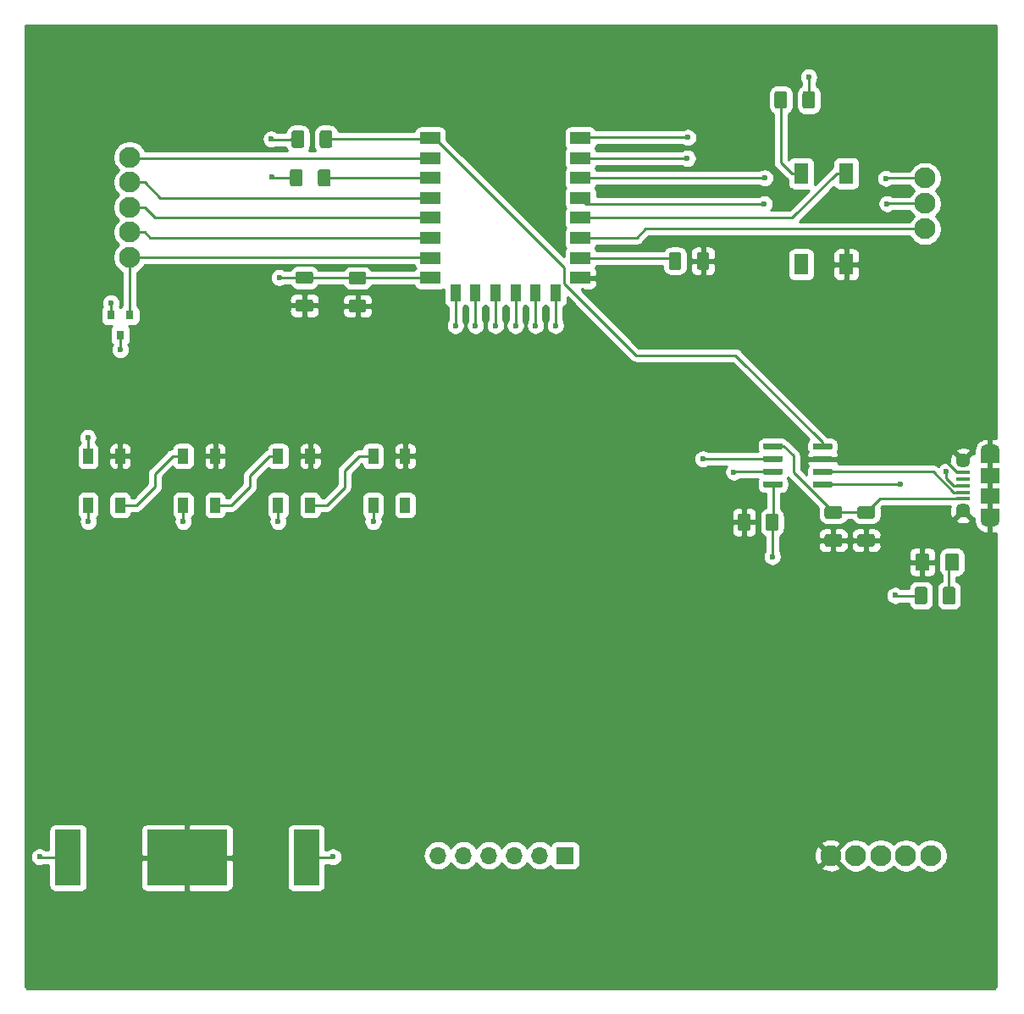
<source format=gbr>
G04 #@! TF.GenerationSoftware,KiCad,Pcbnew,(5.1.2)-1*
G04 #@! TF.CreationDate,2019-09-09T21:53:42-05:00*
G04 #@! TF.ProjectId,8266-dev,38323636-2d64-4657-962e-6b696361645f,rev?*
G04 #@! TF.SameCoordinates,Original*
G04 #@! TF.FileFunction,Copper,L1,Top*
G04 #@! TF.FilePolarity,Positive*
%FSLAX46Y46*%
G04 Gerber Fmt 4.6, Leading zero omitted, Abs format (unit mm)*
G04 Created by KiCad (PCBNEW (5.1.2)-1) date 2019-09-09 21:53:42*
%MOMM*%
%LPD*%
G04 APERTURE LIST*
%ADD10R,8.000000X5.560000*%
%ADD11R,2.600000X5.560000*%
%ADD12C,0.100000*%
%ADD13C,1.250000*%
%ADD14R,1.400000X2.100000*%
%ADD15R,1.100000X1.700000*%
%ADD16R,2.000000X1.200000*%
%ADD17C,2.100000*%
%ADD18R,1.700000X1.700000*%
%ADD19O,1.700000X1.700000*%
%ADD20R,1.000000X1.500000*%
%ADD21R,0.800000X0.900000*%
%ADD22R,1.900000X1.500000*%
%ADD23C,1.450000*%
%ADD24R,1.350000X0.400000*%
%ADD25O,1.900000X1.200000*%
%ADD26R,1.900000X1.200000*%
%ADD27C,0.600000*%
%ADD28C,1.425000*%
%ADD29C,0.250000*%
%ADD30C,0.254000*%
G04 APERTURE END LIST*
D10*
X101168200Y-127170180D03*
D11*
X113073200Y-127170180D03*
X89263200Y-127170180D03*
D12*
G36*
X113539804Y-68509924D02*
G01*
X113564073Y-68513524D01*
X113587871Y-68519485D01*
X113610971Y-68527750D01*
X113633149Y-68538240D01*
X113654193Y-68550853D01*
X113673898Y-68565467D01*
X113692077Y-68581943D01*
X113708553Y-68600122D01*
X113723167Y-68619827D01*
X113735780Y-68640871D01*
X113746270Y-68663049D01*
X113754535Y-68686149D01*
X113760496Y-68709947D01*
X113764096Y-68734216D01*
X113765300Y-68758720D01*
X113765300Y-69508720D01*
X113764096Y-69533224D01*
X113760496Y-69557493D01*
X113754535Y-69581291D01*
X113746270Y-69604391D01*
X113735780Y-69626569D01*
X113723167Y-69647613D01*
X113708553Y-69667318D01*
X113692077Y-69685497D01*
X113673898Y-69701973D01*
X113654193Y-69716587D01*
X113633149Y-69729200D01*
X113610971Y-69739690D01*
X113587871Y-69747955D01*
X113564073Y-69753916D01*
X113539804Y-69757516D01*
X113515300Y-69758720D01*
X112265300Y-69758720D01*
X112240796Y-69757516D01*
X112216527Y-69753916D01*
X112192729Y-69747955D01*
X112169629Y-69739690D01*
X112147451Y-69729200D01*
X112126407Y-69716587D01*
X112106702Y-69701973D01*
X112088523Y-69685497D01*
X112072047Y-69667318D01*
X112057433Y-69647613D01*
X112044820Y-69626569D01*
X112034330Y-69604391D01*
X112026065Y-69581291D01*
X112020104Y-69557493D01*
X112016504Y-69533224D01*
X112015300Y-69508720D01*
X112015300Y-68758720D01*
X112016504Y-68734216D01*
X112020104Y-68709947D01*
X112026065Y-68686149D01*
X112034330Y-68663049D01*
X112044820Y-68640871D01*
X112057433Y-68619827D01*
X112072047Y-68600122D01*
X112088523Y-68581943D01*
X112106702Y-68565467D01*
X112126407Y-68550853D01*
X112147451Y-68538240D01*
X112169629Y-68527750D01*
X112192729Y-68519485D01*
X112216527Y-68513524D01*
X112240796Y-68509924D01*
X112265300Y-68508720D01*
X113515300Y-68508720D01*
X113539804Y-68509924D01*
X113539804Y-68509924D01*
G37*
D13*
X112890300Y-69133720D03*
D12*
G36*
X113539804Y-71309924D02*
G01*
X113564073Y-71313524D01*
X113587871Y-71319485D01*
X113610971Y-71327750D01*
X113633149Y-71338240D01*
X113654193Y-71350853D01*
X113673898Y-71365467D01*
X113692077Y-71381943D01*
X113708553Y-71400122D01*
X113723167Y-71419827D01*
X113735780Y-71440871D01*
X113746270Y-71463049D01*
X113754535Y-71486149D01*
X113760496Y-71509947D01*
X113764096Y-71534216D01*
X113765300Y-71558720D01*
X113765300Y-72308720D01*
X113764096Y-72333224D01*
X113760496Y-72357493D01*
X113754535Y-72381291D01*
X113746270Y-72404391D01*
X113735780Y-72426569D01*
X113723167Y-72447613D01*
X113708553Y-72467318D01*
X113692077Y-72485497D01*
X113673898Y-72501973D01*
X113654193Y-72516587D01*
X113633149Y-72529200D01*
X113610971Y-72539690D01*
X113587871Y-72547955D01*
X113564073Y-72553916D01*
X113539804Y-72557516D01*
X113515300Y-72558720D01*
X112265300Y-72558720D01*
X112240796Y-72557516D01*
X112216527Y-72553916D01*
X112192729Y-72547955D01*
X112169629Y-72539690D01*
X112147451Y-72529200D01*
X112126407Y-72516587D01*
X112106702Y-72501973D01*
X112088523Y-72485497D01*
X112072047Y-72467318D01*
X112057433Y-72447613D01*
X112044820Y-72426569D01*
X112034330Y-72404391D01*
X112026065Y-72381291D01*
X112020104Y-72357493D01*
X112016504Y-72333224D01*
X112015300Y-72308720D01*
X112015300Y-71558720D01*
X112016504Y-71534216D01*
X112020104Y-71509947D01*
X112026065Y-71486149D01*
X112034330Y-71463049D01*
X112044820Y-71440871D01*
X112057433Y-71419827D01*
X112072047Y-71400122D01*
X112088523Y-71381943D01*
X112106702Y-71365467D01*
X112126407Y-71350853D01*
X112147451Y-71338240D01*
X112169629Y-71327750D01*
X112192729Y-71319485D01*
X112216527Y-71313524D01*
X112240796Y-71309924D01*
X112265300Y-71308720D01*
X113515300Y-71308720D01*
X113539804Y-71309924D01*
X113539804Y-71309924D01*
G37*
D13*
X112890300Y-71933720D03*
D12*
G36*
X115446264Y-54414384D02*
G01*
X115470533Y-54417984D01*
X115494331Y-54423945D01*
X115517431Y-54432210D01*
X115539609Y-54442700D01*
X115560653Y-54455313D01*
X115580358Y-54469927D01*
X115598537Y-54486403D01*
X115615013Y-54504582D01*
X115629627Y-54524287D01*
X115642240Y-54545331D01*
X115652730Y-54567509D01*
X115660995Y-54590609D01*
X115666956Y-54614407D01*
X115670556Y-54638676D01*
X115671760Y-54663180D01*
X115671760Y-55913180D01*
X115670556Y-55937684D01*
X115666956Y-55961953D01*
X115660995Y-55985751D01*
X115652730Y-56008851D01*
X115642240Y-56031029D01*
X115629627Y-56052073D01*
X115615013Y-56071778D01*
X115598537Y-56089957D01*
X115580358Y-56106433D01*
X115560653Y-56121047D01*
X115539609Y-56133660D01*
X115517431Y-56144150D01*
X115494331Y-56152415D01*
X115470533Y-56158376D01*
X115446264Y-56161976D01*
X115421760Y-56163180D01*
X114671760Y-56163180D01*
X114647256Y-56161976D01*
X114622987Y-56158376D01*
X114599189Y-56152415D01*
X114576089Y-56144150D01*
X114553911Y-56133660D01*
X114532867Y-56121047D01*
X114513162Y-56106433D01*
X114494983Y-56089957D01*
X114478507Y-56071778D01*
X114463893Y-56052073D01*
X114451280Y-56031029D01*
X114440790Y-56008851D01*
X114432525Y-55985751D01*
X114426564Y-55961953D01*
X114422964Y-55937684D01*
X114421760Y-55913180D01*
X114421760Y-54663180D01*
X114422964Y-54638676D01*
X114426564Y-54614407D01*
X114432525Y-54590609D01*
X114440790Y-54567509D01*
X114451280Y-54545331D01*
X114463893Y-54524287D01*
X114478507Y-54504582D01*
X114494983Y-54486403D01*
X114513162Y-54469927D01*
X114532867Y-54455313D01*
X114553911Y-54442700D01*
X114576089Y-54432210D01*
X114599189Y-54423945D01*
X114622987Y-54417984D01*
X114647256Y-54414384D01*
X114671760Y-54413180D01*
X115421760Y-54413180D01*
X115446264Y-54414384D01*
X115446264Y-54414384D01*
G37*
D13*
X115046760Y-55288180D03*
D12*
G36*
X112646264Y-54414384D02*
G01*
X112670533Y-54417984D01*
X112694331Y-54423945D01*
X112717431Y-54432210D01*
X112739609Y-54442700D01*
X112760653Y-54455313D01*
X112780358Y-54469927D01*
X112798537Y-54486403D01*
X112815013Y-54504582D01*
X112829627Y-54524287D01*
X112842240Y-54545331D01*
X112852730Y-54567509D01*
X112860995Y-54590609D01*
X112866956Y-54614407D01*
X112870556Y-54638676D01*
X112871760Y-54663180D01*
X112871760Y-55913180D01*
X112870556Y-55937684D01*
X112866956Y-55961953D01*
X112860995Y-55985751D01*
X112852730Y-56008851D01*
X112842240Y-56031029D01*
X112829627Y-56052073D01*
X112815013Y-56071778D01*
X112798537Y-56089957D01*
X112780358Y-56106433D01*
X112760653Y-56121047D01*
X112739609Y-56133660D01*
X112717431Y-56144150D01*
X112694331Y-56152415D01*
X112670533Y-56158376D01*
X112646264Y-56161976D01*
X112621760Y-56163180D01*
X111871760Y-56163180D01*
X111847256Y-56161976D01*
X111822987Y-56158376D01*
X111799189Y-56152415D01*
X111776089Y-56144150D01*
X111753911Y-56133660D01*
X111732867Y-56121047D01*
X111713162Y-56106433D01*
X111694983Y-56089957D01*
X111678507Y-56071778D01*
X111663893Y-56052073D01*
X111651280Y-56031029D01*
X111640790Y-56008851D01*
X111632525Y-55985751D01*
X111626564Y-55961953D01*
X111622964Y-55937684D01*
X111621760Y-55913180D01*
X111621760Y-54663180D01*
X111622964Y-54638676D01*
X111626564Y-54614407D01*
X111632525Y-54590609D01*
X111640790Y-54567509D01*
X111651280Y-54545331D01*
X111663893Y-54524287D01*
X111678507Y-54504582D01*
X111694983Y-54486403D01*
X111713162Y-54469927D01*
X111732867Y-54455313D01*
X111753911Y-54442700D01*
X111776089Y-54432210D01*
X111799189Y-54423945D01*
X111822987Y-54417984D01*
X111847256Y-54414384D01*
X111871760Y-54413180D01*
X112621760Y-54413180D01*
X112646264Y-54414384D01*
X112646264Y-54414384D01*
G37*
D13*
X112246760Y-55288180D03*
D12*
G36*
X112478624Y-58287884D02*
G01*
X112502893Y-58291484D01*
X112526691Y-58297445D01*
X112549791Y-58305710D01*
X112571969Y-58316200D01*
X112593013Y-58328813D01*
X112612718Y-58343427D01*
X112630897Y-58359903D01*
X112647373Y-58378082D01*
X112661987Y-58397787D01*
X112674600Y-58418831D01*
X112685090Y-58441009D01*
X112693355Y-58464109D01*
X112699316Y-58487907D01*
X112702916Y-58512176D01*
X112704120Y-58536680D01*
X112704120Y-59786680D01*
X112702916Y-59811184D01*
X112699316Y-59835453D01*
X112693355Y-59859251D01*
X112685090Y-59882351D01*
X112674600Y-59904529D01*
X112661987Y-59925573D01*
X112647373Y-59945278D01*
X112630897Y-59963457D01*
X112612718Y-59979933D01*
X112593013Y-59994547D01*
X112571969Y-60007160D01*
X112549791Y-60017650D01*
X112526691Y-60025915D01*
X112502893Y-60031876D01*
X112478624Y-60035476D01*
X112454120Y-60036680D01*
X111704120Y-60036680D01*
X111679616Y-60035476D01*
X111655347Y-60031876D01*
X111631549Y-60025915D01*
X111608449Y-60017650D01*
X111586271Y-60007160D01*
X111565227Y-59994547D01*
X111545522Y-59979933D01*
X111527343Y-59963457D01*
X111510867Y-59945278D01*
X111496253Y-59925573D01*
X111483640Y-59904529D01*
X111473150Y-59882351D01*
X111464885Y-59859251D01*
X111458924Y-59835453D01*
X111455324Y-59811184D01*
X111454120Y-59786680D01*
X111454120Y-58536680D01*
X111455324Y-58512176D01*
X111458924Y-58487907D01*
X111464885Y-58464109D01*
X111473150Y-58441009D01*
X111483640Y-58418831D01*
X111496253Y-58397787D01*
X111510867Y-58378082D01*
X111527343Y-58359903D01*
X111545522Y-58343427D01*
X111565227Y-58328813D01*
X111586271Y-58316200D01*
X111608449Y-58305710D01*
X111631549Y-58297445D01*
X111655347Y-58291484D01*
X111679616Y-58287884D01*
X111704120Y-58286680D01*
X112454120Y-58286680D01*
X112478624Y-58287884D01*
X112478624Y-58287884D01*
G37*
D13*
X112079120Y-59161680D03*
D12*
G36*
X115278624Y-58287884D02*
G01*
X115302893Y-58291484D01*
X115326691Y-58297445D01*
X115349791Y-58305710D01*
X115371969Y-58316200D01*
X115393013Y-58328813D01*
X115412718Y-58343427D01*
X115430897Y-58359903D01*
X115447373Y-58378082D01*
X115461987Y-58397787D01*
X115474600Y-58418831D01*
X115485090Y-58441009D01*
X115493355Y-58464109D01*
X115499316Y-58487907D01*
X115502916Y-58512176D01*
X115504120Y-58536680D01*
X115504120Y-59786680D01*
X115502916Y-59811184D01*
X115499316Y-59835453D01*
X115493355Y-59859251D01*
X115485090Y-59882351D01*
X115474600Y-59904529D01*
X115461987Y-59925573D01*
X115447373Y-59945278D01*
X115430897Y-59963457D01*
X115412718Y-59979933D01*
X115393013Y-59994547D01*
X115371969Y-60007160D01*
X115349791Y-60017650D01*
X115326691Y-60025915D01*
X115302893Y-60031876D01*
X115278624Y-60035476D01*
X115254120Y-60036680D01*
X114504120Y-60036680D01*
X114479616Y-60035476D01*
X114455347Y-60031876D01*
X114431549Y-60025915D01*
X114408449Y-60017650D01*
X114386271Y-60007160D01*
X114365227Y-59994547D01*
X114345522Y-59979933D01*
X114327343Y-59963457D01*
X114310867Y-59945278D01*
X114296253Y-59925573D01*
X114283640Y-59904529D01*
X114273150Y-59882351D01*
X114264885Y-59859251D01*
X114258924Y-59835453D01*
X114255324Y-59811184D01*
X114254120Y-59786680D01*
X114254120Y-58536680D01*
X114255324Y-58512176D01*
X114258924Y-58487907D01*
X114264885Y-58464109D01*
X114273150Y-58441009D01*
X114283640Y-58418831D01*
X114296253Y-58397787D01*
X114310867Y-58378082D01*
X114327343Y-58359903D01*
X114345522Y-58343427D01*
X114365227Y-58328813D01*
X114386271Y-58316200D01*
X114408449Y-58305710D01*
X114431549Y-58297445D01*
X114455347Y-58291484D01*
X114479616Y-58287884D01*
X114504120Y-58286680D01*
X115254120Y-58286680D01*
X115278624Y-58287884D01*
X115278624Y-58287884D01*
G37*
D13*
X114879120Y-59161680D03*
D12*
G36*
X163708804Y-50485004D02*
G01*
X163733073Y-50488604D01*
X163756871Y-50494565D01*
X163779971Y-50502830D01*
X163802149Y-50513320D01*
X163823193Y-50525933D01*
X163842898Y-50540547D01*
X163861077Y-50557023D01*
X163877553Y-50575202D01*
X163892167Y-50594907D01*
X163904780Y-50615951D01*
X163915270Y-50638129D01*
X163923535Y-50661229D01*
X163929496Y-50685027D01*
X163933096Y-50709296D01*
X163934300Y-50733800D01*
X163934300Y-51983800D01*
X163933096Y-52008304D01*
X163929496Y-52032573D01*
X163923535Y-52056371D01*
X163915270Y-52079471D01*
X163904780Y-52101649D01*
X163892167Y-52122693D01*
X163877553Y-52142398D01*
X163861077Y-52160577D01*
X163842898Y-52177053D01*
X163823193Y-52191667D01*
X163802149Y-52204280D01*
X163779971Y-52214770D01*
X163756871Y-52223035D01*
X163733073Y-52228996D01*
X163708804Y-52232596D01*
X163684300Y-52233800D01*
X162934300Y-52233800D01*
X162909796Y-52232596D01*
X162885527Y-52228996D01*
X162861729Y-52223035D01*
X162838629Y-52214770D01*
X162816451Y-52204280D01*
X162795407Y-52191667D01*
X162775702Y-52177053D01*
X162757523Y-52160577D01*
X162741047Y-52142398D01*
X162726433Y-52122693D01*
X162713820Y-52101649D01*
X162703330Y-52079471D01*
X162695065Y-52056371D01*
X162689104Y-52032573D01*
X162685504Y-52008304D01*
X162684300Y-51983800D01*
X162684300Y-50733800D01*
X162685504Y-50709296D01*
X162689104Y-50685027D01*
X162695065Y-50661229D01*
X162703330Y-50638129D01*
X162713820Y-50615951D01*
X162726433Y-50594907D01*
X162741047Y-50575202D01*
X162757523Y-50557023D01*
X162775702Y-50540547D01*
X162795407Y-50525933D01*
X162816451Y-50513320D01*
X162838629Y-50502830D01*
X162861729Y-50494565D01*
X162885527Y-50488604D01*
X162909796Y-50485004D01*
X162934300Y-50483800D01*
X163684300Y-50483800D01*
X163708804Y-50485004D01*
X163708804Y-50485004D01*
G37*
D13*
X163309300Y-51358800D03*
D12*
G36*
X160908804Y-50485004D02*
G01*
X160933073Y-50488604D01*
X160956871Y-50494565D01*
X160979971Y-50502830D01*
X161002149Y-50513320D01*
X161023193Y-50525933D01*
X161042898Y-50540547D01*
X161061077Y-50557023D01*
X161077553Y-50575202D01*
X161092167Y-50594907D01*
X161104780Y-50615951D01*
X161115270Y-50638129D01*
X161123535Y-50661229D01*
X161129496Y-50685027D01*
X161133096Y-50709296D01*
X161134300Y-50733800D01*
X161134300Y-51983800D01*
X161133096Y-52008304D01*
X161129496Y-52032573D01*
X161123535Y-52056371D01*
X161115270Y-52079471D01*
X161104780Y-52101649D01*
X161092167Y-52122693D01*
X161077553Y-52142398D01*
X161061077Y-52160577D01*
X161042898Y-52177053D01*
X161023193Y-52191667D01*
X161002149Y-52204280D01*
X160979971Y-52214770D01*
X160956871Y-52223035D01*
X160933073Y-52228996D01*
X160908804Y-52232596D01*
X160884300Y-52233800D01*
X160134300Y-52233800D01*
X160109796Y-52232596D01*
X160085527Y-52228996D01*
X160061729Y-52223035D01*
X160038629Y-52214770D01*
X160016451Y-52204280D01*
X159995407Y-52191667D01*
X159975702Y-52177053D01*
X159957523Y-52160577D01*
X159941047Y-52142398D01*
X159926433Y-52122693D01*
X159913820Y-52101649D01*
X159903330Y-52079471D01*
X159895065Y-52056371D01*
X159889104Y-52032573D01*
X159885504Y-52008304D01*
X159884300Y-51983800D01*
X159884300Y-50733800D01*
X159885504Y-50709296D01*
X159889104Y-50685027D01*
X159895065Y-50661229D01*
X159903330Y-50638129D01*
X159913820Y-50615951D01*
X159926433Y-50594907D01*
X159941047Y-50575202D01*
X159957523Y-50557023D01*
X159975702Y-50540547D01*
X159995407Y-50525933D01*
X160016451Y-50513320D01*
X160038629Y-50502830D01*
X160061729Y-50494565D01*
X160085527Y-50488604D01*
X160109796Y-50485004D01*
X160134300Y-50483800D01*
X160884300Y-50483800D01*
X160908804Y-50485004D01*
X160908804Y-50485004D01*
G37*
D13*
X160509300Y-51358800D03*
D12*
G36*
X153142864Y-66601304D02*
G01*
X153167133Y-66604904D01*
X153190931Y-66610865D01*
X153214031Y-66619130D01*
X153236209Y-66629620D01*
X153257253Y-66642233D01*
X153276958Y-66656847D01*
X153295137Y-66673323D01*
X153311613Y-66691502D01*
X153326227Y-66711207D01*
X153338840Y-66732251D01*
X153349330Y-66754429D01*
X153357595Y-66777529D01*
X153363556Y-66801327D01*
X153367156Y-66825596D01*
X153368360Y-66850100D01*
X153368360Y-68100100D01*
X153367156Y-68124604D01*
X153363556Y-68148873D01*
X153357595Y-68172671D01*
X153349330Y-68195771D01*
X153338840Y-68217949D01*
X153326227Y-68238993D01*
X153311613Y-68258698D01*
X153295137Y-68276877D01*
X153276958Y-68293353D01*
X153257253Y-68307967D01*
X153236209Y-68320580D01*
X153214031Y-68331070D01*
X153190931Y-68339335D01*
X153167133Y-68345296D01*
X153142864Y-68348896D01*
X153118360Y-68350100D01*
X152368360Y-68350100D01*
X152343856Y-68348896D01*
X152319587Y-68345296D01*
X152295789Y-68339335D01*
X152272689Y-68331070D01*
X152250511Y-68320580D01*
X152229467Y-68307967D01*
X152209762Y-68293353D01*
X152191583Y-68276877D01*
X152175107Y-68258698D01*
X152160493Y-68238993D01*
X152147880Y-68217949D01*
X152137390Y-68195771D01*
X152129125Y-68172671D01*
X152123164Y-68148873D01*
X152119564Y-68124604D01*
X152118360Y-68100100D01*
X152118360Y-66850100D01*
X152119564Y-66825596D01*
X152123164Y-66801327D01*
X152129125Y-66777529D01*
X152137390Y-66754429D01*
X152147880Y-66732251D01*
X152160493Y-66711207D01*
X152175107Y-66691502D01*
X152191583Y-66673323D01*
X152209762Y-66656847D01*
X152229467Y-66642233D01*
X152250511Y-66629620D01*
X152272689Y-66619130D01*
X152295789Y-66610865D01*
X152319587Y-66604904D01*
X152343856Y-66601304D01*
X152368360Y-66600100D01*
X153118360Y-66600100D01*
X153142864Y-66601304D01*
X153142864Y-66601304D01*
G37*
D13*
X152743360Y-67475100D03*
D12*
G36*
X150342864Y-66601304D02*
G01*
X150367133Y-66604904D01*
X150390931Y-66610865D01*
X150414031Y-66619130D01*
X150436209Y-66629620D01*
X150457253Y-66642233D01*
X150476958Y-66656847D01*
X150495137Y-66673323D01*
X150511613Y-66691502D01*
X150526227Y-66711207D01*
X150538840Y-66732251D01*
X150549330Y-66754429D01*
X150557595Y-66777529D01*
X150563556Y-66801327D01*
X150567156Y-66825596D01*
X150568360Y-66850100D01*
X150568360Y-68100100D01*
X150567156Y-68124604D01*
X150563556Y-68148873D01*
X150557595Y-68172671D01*
X150549330Y-68195771D01*
X150538840Y-68217949D01*
X150526227Y-68238993D01*
X150511613Y-68258698D01*
X150495137Y-68276877D01*
X150476958Y-68293353D01*
X150457253Y-68307967D01*
X150436209Y-68320580D01*
X150414031Y-68331070D01*
X150390931Y-68339335D01*
X150367133Y-68345296D01*
X150342864Y-68348896D01*
X150318360Y-68350100D01*
X149568360Y-68350100D01*
X149543856Y-68348896D01*
X149519587Y-68345296D01*
X149495789Y-68339335D01*
X149472689Y-68331070D01*
X149450511Y-68320580D01*
X149429467Y-68307967D01*
X149409762Y-68293353D01*
X149391583Y-68276877D01*
X149375107Y-68258698D01*
X149360493Y-68238993D01*
X149347880Y-68217949D01*
X149337390Y-68195771D01*
X149329125Y-68172671D01*
X149323164Y-68148873D01*
X149319564Y-68124604D01*
X149318360Y-68100100D01*
X149318360Y-66850100D01*
X149319564Y-66825596D01*
X149323164Y-66801327D01*
X149329125Y-66777529D01*
X149337390Y-66754429D01*
X149347880Y-66732251D01*
X149360493Y-66711207D01*
X149375107Y-66691502D01*
X149391583Y-66673323D01*
X149409762Y-66656847D01*
X149429467Y-66642233D01*
X149450511Y-66629620D01*
X149472689Y-66619130D01*
X149495789Y-66610865D01*
X149519587Y-66604904D01*
X149543856Y-66601304D01*
X149568360Y-66600100D01*
X150318360Y-66600100D01*
X150342864Y-66601304D01*
X150342864Y-66601304D01*
G37*
D13*
X149943360Y-67475100D03*
D14*
X167055360Y-67813780D03*
X162555360Y-67813780D03*
X162555360Y-58713780D03*
X167055360Y-58713780D03*
D15*
X137986780Y-70671580D03*
X135986780Y-70671580D03*
X133986780Y-70671580D03*
X131986780Y-70671580D03*
X129986780Y-70671580D03*
X127986780Y-70671580D03*
D16*
X140486780Y-55171580D03*
X140486780Y-57171580D03*
X140486780Y-59171580D03*
X140486780Y-61171580D03*
X140486780Y-63171580D03*
X140486780Y-65171580D03*
X140486780Y-67171580D03*
X140486780Y-69171580D03*
X125486780Y-69171580D03*
X125486780Y-67171580D03*
X125486780Y-65171580D03*
X125486780Y-63171580D03*
X125486780Y-61171580D03*
X125486780Y-59171580D03*
X125486780Y-57171580D03*
X125486780Y-55171580D03*
D17*
X165511480Y-126949200D03*
X168011480Y-126949200D03*
X170511480Y-126949200D03*
X173011480Y-126949200D03*
X175511480Y-126949200D03*
X95417640Y-57104280D03*
X95417640Y-59604280D03*
X95417640Y-62104280D03*
X95417640Y-64604280D03*
X95417640Y-67104280D03*
D18*
X138942530Y-126944200D03*
D19*
X136402530Y-126944200D03*
X133862530Y-126944200D03*
X131322530Y-126944200D03*
X128782530Y-126944200D03*
X126242530Y-126944200D03*
D17*
X174919640Y-59194700D03*
X174919640Y-61734700D03*
X174919640Y-64274700D03*
D12*
G36*
X118856024Y-68555184D02*
G01*
X118880293Y-68558784D01*
X118904091Y-68564745D01*
X118927191Y-68573010D01*
X118949369Y-68583500D01*
X118970413Y-68596113D01*
X118990118Y-68610727D01*
X119008297Y-68627203D01*
X119024773Y-68645382D01*
X119039387Y-68665087D01*
X119052000Y-68686131D01*
X119062490Y-68708309D01*
X119070755Y-68731409D01*
X119076716Y-68755207D01*
X119080316Y-68779476D01*
X119081520Y-68803980D01*
X119081520Y-69553980D01*
X119080316Y-69578484D01*
X119076716Y-69602753D01*
X119070755Y-69626551D01*
X119062490Y-69649651D01*
X119052000Y-69671829D01*
X119039387Y-69692873D01*
X119024773Y-69712578D01*
X119008297Y-69730757D01*
X118990118Y-69747233D01*
X118970413Y-69761847D01*
X118949369Y-69774460D01*
X118927191Y-69784950D01*
X118904091Y-69793215D01*
X118880293Y-69799176D01*
X118856024Y-69802776D01*
X118831520Y-69803980D01*
X117581520Y-69803980D01*
X117557016Y-69802776D01*
X117532747Y-69799176D01*
X117508949Y-69793215D01*
X117485849Y-69784950D01*
X117463671Y-69774460D01*
X117442627Y-69761847D01*
X117422922Y-69747233D01*
X117404743Y-69730757D01*
X117388267Y-69712578D01*
X117373653Y-69692873D01*
X117361040Y-69671829D01*
X117350550Y-69649651D01*
X117342285Y-69626551D01*
X117336324Y-69602753D01*
X117332724Y-69578484D01*
X117331520Y-69553980D01*
X117331520Y-68803980D01*
X117332724Y-68779476D01*
X117336324Y-68755207D01*
X117342285Y-68731409D01*
X117350550Y-68708309D01*
X117361040Y-68686131D01*
X117373653Y-68665087D01*
X117388267Y-68645382D01*
X117404743Y-68627203D01*
X117422922Y-68610727D01*
X117442627Y-68596113D01*
X117463671Y-68583500D01*
X117485849Y-68573010D01*
X117508949Y-68564745D01*
X117532747Y-68558784D01*
X117557016Y-68555184D01*
X117581520Y-68553980D01*
X118831520Y-68553980D01*
X118856024Y-68555184D01*
X118856024Y-68555184D01*
G37*
D13*
X118206520Y-69178980D03*
D12*
G36*
X118856024Y-71355184D02*
G01*
X118880293Y-71358784D01*
X118904091Y-71364745D01*
X118927191Y-71373010D01*
X118949369Y-71383500D01*
X118970413Y-71396113D01*
X118990118Y-71410727D01*
X119008297Y-71427203D01*
X119024773Y-71445382D01*
X119039387Y-71465087D01*
X119052000Y-71486131D01*
X119062490Y-71508309D01*
X119070755Y-71531409D01*
X119076716Y-71555207D01*
X119080316Y-71579476D01*
X119081520Y-71603980D01*
X119081520Y-72353980D01*
X119080316Y-72378484D01*
X119076716Y-72402753D01*
X119070755Y-72426551D01*
X119062490Y-72449651D01*
X119052000Y-72471829D01*
X119039387Y-72492873D01*
X119024773Y-72512578D01*
X119008297Y-72530757D01*
X118990118Y-72547233D01*
X118970413Y-72561847D01*
X118949369Y-72574460D01*
X118927191Y-72584950D01*
X118904091Y-72593215D01*
X118880293Y-72599176D01*
X118856024Y-72602776D01*
X118831520Y-72603980D01*
X117581520Y-72603980D01*
X117557016Y-72602776D01*
X117532747Y-72599176D01*
X117508949Y-72593215D01*
X117485849Y-72584950D01*
X117463671Y-72574460D01*
X117442627Y-72561847D01*
X117422922Y-72547233D01*
X117404743Y-72530757D01*
X117388267Y-72512578D01*
X117373653Y-72492873D01*
X117361040Y-72471829D01*
X117350550Y-72449651D01*
X117342285Y-72426551D01*
X117336324Y-72402753D01*
X117332724Y-72378484D01*
X117331520Y-72353980D01*
X117331520Y-71603980D01*
X117332724Y-71579476D01*
X117336324Y-71555207D01*
X117342285Y-71531409D01*
X117350550Y-71508309D01*
X117361040Y-71486131D01*
X117373653Y-71465087D01*
X117388267Y-71445382D01*
X117404743Y-71427203D01*
X117422922Y-71410727D01*
X117442627Y-71396113D01*
X117463671Y-71383500D01*
X117485849Y-71373010D01*
X117508949Y-71364745D01*
X117532747Y-71358784D01*
X117557016Y-71355184D01*
X117581520Y-71353980D01*
X118831520Y-71353980D01*
X118856024Y-71355184D01*
X118856024Y-71355184D01*
G37*
D13*
X118206520Y-71978980D03*
D20*
X91274000Y-91895000D03*
X94474000Y-91895000D03*
X91274000Y-86995000D03*
X94474000Y-86995000D03*
X103969666Y-86995000D03*
X100769666Y-86995000D03*
X103969666Y-91895000D03*
X100769666Y-91895000D03*
X110265332Y-91895000D03*
X113465332Y-91895000D03*
X110265332Y-86995000D03*
X113465332Y-86995000D03*
X122961000Y-86995000D03*
X119761000Y-86995000D03*
X122961000Y-91895000D03*
X119761000Y-91895000D03*
D21*
X95440500Y-72898000D03*
X93540500Y-72898000D03*
X94490500Y-74898000D03*
D22*
X181419500Y-88957400D03*
D23*
X178719500Y-92457400D03*
D24*
X178719500Y-90607400D03*
X178719500Y-91257400D03*
X178719500Y-88657400D03*
X178719500Y-89307400D03*
X178719500Y-89957400D03*
D23*
X178719500Y-87457400D03*
D22*
X181419500Y-90957400D03*
D25*
X181419500Y-93457400D03*
X181419500Y-86457400D03*
D26*
X181419500Y-87057400D03*
X181419500Y-92857400D03*
D12*
G36*
X165520603Y-89515122D02*
G01*
X165535164Y-89517282D01*
X165549443Y-89520859D01*
X165563303Y-89525818D01*
X165576610Y-89532112D01*
X165589236Y-89539680D01*
X165601059Y-89548448D01*
X165611966Y-89558334D01*
X165621852Y-89569241D01*
X165630620Y-89581064D01*
X165638188Y-89593690D01*
X165644482Y-89606997D01*
X165649441Y-89620857D01*
X165653018Y-89635136D01*
X165655178Y-89649697D01*
X165655900Y-89664400D01*
X165655900Y-89964400D01*
X165655178Y-89979103D01*
X165653018Y-89993664D01*
X165649441Y-90007943D01*
X165644482Y-90021803D01*
X165638188Y-90035110D01*
X165630620Y-90047736D01*
X165621852Y-90059559D01*
X165611966Y-90070466D01*
X165601059Y-90080352D01*
X165589236Y-90089120D01*
X165576610Y-90096688D01*
X165563303Y-90102982D01*
X165549443Y-90107941D01*
X165535164Y-90111518D01*
X165520603Y-90113678D01*
X165505900Y-90114400D01*
X163855900Y-90114400D01*
X163841197Y-90113678D01*
X163826636Y-90111518D01*
X163812357Y-90107941D01*
X163798497Y-90102982D01*
X163785190Y-90096688D01*
X163772564Y-90089120D01*
X163760741Y-90080352D01*
X163749834Y-90070466D01*
X163739948Y-90059559D01*
X163731180Y-90047736D01*
X163723612Y-90035110D01*
X163717318Y-90021803D01*
X163712359Y-90007943D01*
X163708782Y-89993664D01*
X163706622Y-89979103D01*
X163705900Y-89964400D01*
X163705900Y-89664400D01*
X163706622Y-89649697D01*
X163708782Y-89635136D01*
X163712359Y-89620857D01*
X163717318Y-89606997D01*
X163723612Y-89593690D01*
X163731180Y-89581064D01*
X163739948Y-89569241D01*
X163749834Y-89558334D01*
X163760741Y-89548448D01*
X163772564Y-89539680D01*
X163785190Y-89532112D01*
X163798497Y-89525818D01*
X163812357Y-89520859D01*
X163826636Y-89517282D01*
X163841197Y-89515122D01*
X163855900Y-89514400D01*
X165505900Y-89514400D01*
X165520603Y-89515122D01*
X165520603Y-89515122D01*
G37*
D27*
X164680900Y-89814400D03*
D12*
G36*
X165520603Y-88245122D02*
G01*
X165535164Y-88247282D01*
X165549443Y-88250859D01*
X165563303Y-88255818D01*
X165576610Y-88262112D01*
X165589236Y-88269680D01*
X165601059Y-88278448D01*
X165611966Y-88288334D01*
X165621852Y-88299241D01*
X165630620Y-88311064D01*
X165638188Y-88323690D01*
X165644482Y-88336997D01*
X165649441Y-88350857D01*
X165653018Y-88365136D01*
X165655178Y-88379697D01*
X165655900Y-88394400D01*
X165655900Y-88694400D01*
X165655178Y-88709103D01*
X165653018Y-88723664D01*
X165649441Y-88737943D01*
X165644482Y-88751803D01*
X165638188Y-88765110D01*
X165630620Y-88777736D01*
X165621852Y-88789559D01*
X165611966Y-88800466D01*
X165601059Y-88810352D01*
X165589236Y-88819120D01*
X165576610Y-88826688D01*
X165563303Y-88832982D01*
X165549443Y-88837941D01*
X165535164Y-88841518D01*
X165520603Y-88843678D01*
X165505900Y-88844400D01*
X163855900Y-88844400D01*
X163841197Y-88843678D01*
X163826636Y-88841518D01*
X163812357Y-88837941D01*
X163798497Y-88832982D01*
X163785190Y-88826688D01*
X163772564Y-88819120D01*
X163760741Y-88810352D01*
X163749834Y-88800466D01*
X163739948Y-88789559D01*
X163731180Y-88777736D01*
X163723612Y-88765110D01*
X163717318Y-88751803D01*
X163712359Y-88737943D01*
X163708782Y-88723664D01*
X163706622Y-88709103D01*
X163705900Y-88694400D01*
X163705900Y-88394400D01*
X163706622Y-88379697D01*
X163708782Y-88365136D01*
X163712359Y-88350857D01*
X163717318Y-88336997D01*
X163723612Y-88323690D01*
X163731180Y-88311064D01*
X163739948Y-88299241D01*
X163749834Y-88288334D01*
X163760741Y-88278448D01*
X163772564Y-88269680D01*
X163785190Y-88262112D01*
X163798497Y-88255818D01*
X163812357Y-88250859D01*
X163826636Y-88247282D01*
X163841197Y-88245122D01*
X163855900Y-88244400D01*
X165505900Y-88244400D01*
X165520603Y-88245122D01*
X165520603Y-88245122D01*
G37*
D27*
X164680900Y-88544400D03*
D12*
G36*
X165520603Y-86975122D02*
G01*
X165535164Y-86977282D01*
X165549443Y-86980859D01*
X165563303Y-86985818D01*
X165576610Y-86992112D01*
X165589236Y-86999680D01*
X165601059Y-87008448D01*
X165611966Y-87018334D01*
X165621852Y-87029241D01*
X165630620Y-87041064D01*
X165638188Y-87053690D01*
X165644482Y-87066997D01*
X165649441Y-87080857D01*
X165653018Y-87095136D01*
X165655178Y-87109697D01*
X165655900Y-87124400D01*
X165655900Y-87424400D01*
X165655178Y-87439103D01*
X165653018Y-87453664D01*
X165649441Y-87467943D01*
X165644482Y-87481803D01*
X165638188Y-87495110D01*
X165630620Y-87507736D01*
X165621852Y-87519559D01*
X165611966Y-87530466D01*
X165601059Y-87540352D01*
X165589236Y-87549120D01*
X165576610Y-87556688D01*
X165563303Y-87562982D01*
X165549443Y-87567941D01*
X165535164Y-87571518D01*
X165520603Y-87573678D01*
X165505900Y-87574400D01*
X163855900Y-87574400D01*
X163841197Y-87573678D01*
X163826636Y-87571518D01*
X163812357Y-87567941D01*
X163798497Y-87562982D01*
X163785190Y-87556688D01*
X163772564Y-87549120D01*
X163760741Y-87540352D01*
X163749834Y-87530466D01*
X163739948Y-87519559D01*
X163731180Y-87507736D01*
X163723612Y-87495110D01*
X163717318Y-87481803D01*
X163712359Y-87467943D01*
X163708782Y-87453664D01*
X163706622Y-87439103D01*
X163705900Y-87424400D01*
X163705900Y-87124400D01*
X163706622Y-87109697D01*
X163708782Y-87095136D01*
X163712359Y-87080857D01*
X163717318Y-87066997D01*
X163723612Y-87053690D01*
X163731180Y-87041064D01*
X163739948Y-87029241D01*
X163749834Y-87018334D01*
X163760741Y-87008448D01*
X163772564Y-86999680D01*
X163785190Y-86992112D01*
X163798497Y-86985818D01*
X163812357Y-86980859D01*
X163826636Y-86977282D01*
X163841197Y-86975122D01*
X163855900Y-86974400D01*
X165505900Y-86974400D01*
X165520603Y-86975122D01*
X165520603Y-86975122D01*
G37*
D27*
X164680900Y-87274400D03*
D12*
G36*
X165520603Y-85705122D02*
G01*
X165535164Y-85707282D01*
X165549443Y-85710859D01*
X165563303Y-85715818D01*
X165576610Y-85722112D01*
X165589236Y-85729680D01*
X165601059Y-85738448D01*
X165611966Y-85748334D01*
X165621852Y-85759241D01*
X165630620Y-85771064D01*
X165638188Y-85783690D01*
X165644482Y-85796997D01*
X165649441Y-85810857D01*
X165653018Y-85825136D01*
X165655178Y-85839697D01*
X165655900Y-85854400D01*
X165655900Y-86154400D01*
X165655178Y-86169103D01*
X165653018Y-86183664D01*
X165649441Y-86197943D01*
X165644482Y-86211803D01*
X165638188Y-86225110D01*
X165630620Y-86237736D01*
X165621852Y-86249559D01*
X165611966Y-86260466D01*
X165601059Y-86270352D01*
X165589236Y-86279120D01*
X165576610Y-86286688D01*
X165563303Y-86292982D01*
X165549443Y-86297941D01*
X165535164Y-86301518D01*
X165520603Y-86303678D01*
X165505900Y-86304400D01*
X163855900Y-86304400D01*
X163841197Y-86303678D01*
X163826636Y-86301518D01*
X163812357Y-86297941D01*
X163798497Y-86292982D01*
X163785190Y-86286688D01*
X163772564Y-86279120D01*
X163760741Y-86270352D01*
X163749834Y-86260466D01*
X163739948Y-86249559D01*
X163731180Y-86237736D01*
X163723612Y-86225110D01*
X163717318Y-86211803D01*
X163712359Y-86197943D01*
X163708782Y-86183664D01*
X163706622Y-86169103D01*
X163705900Y-86154400D01*
X163705900Y-85854400D01*
X163706622Y-85839697D01*
X163708782Y-85825136D01*
X163712359Y-85810857D01*
X163717318Y-85796997D01*
X163723612Y-85783690D01*
X163731180Y-85771064D01*
X163739948Y-85759241D01*
X163749834Y-85748334D01*
X163760741Y-85738448D01*
X163772564Y-85729680D01*
X163785190Y-85722112D01*
X163798497Y-85715818D01*
X163812357Y-85710859D01*
X163826636Y-85707282D01*
X163841197Y-85705122D01*
X163855900Y-85704400D01*
X165505900Y-85704400D01*
X165520603Y-85705122D01*
X165520603Y-85705122D01*
G37*
D27*
X164680900Y-86004400D03*
D12*
G36*
X160570603Y-85705122D02*
G01*
X160585164Y-85707282D01*
X160599443Y-85710859D01*
X160613303Y-85715818D01*
X160626610Y-85722112D01*
X160639236Y-85729680D01*
X160651059Y-85738448D01*
X160661966Y-85748334D01*
X160671852Y-85759241D01*
X160680620Y-85771064D01*
X160688188Y-85783690D01*
X160694482Y-85796997D01*
X160699441Y-85810857D01*
X160703018Y-85825136D01*
X160705178Y-85839697D01*
X160705900Y-85854400D01*
X160705900Y-86154400D01*
X160705178Y-86169103D01*
X160703018Y-86183664D01*
X160699441Y-86197943D01*
X160694482Y-86211803D01*
X160688188Y-86225110D01*
X160680620Y-86237736D01*
X160671852Y-86249559D01*
X160661966Y-86260466D01*
X160651059Y-86270352D01*
X160639236Y-86279120D01*
X160626610Y-86286688D01*
X160613303Y-86292982D01*
X160599443Y-86297941D01*
X160585164Y-86301518D01*
X160570603Y-86303678D01*
X160555900Y-86304400D01*
X158905900Y-86304400D01*
X158891197Y-86303678D01*
X158876636Y-86301518D01*
X158862357Y-86297941D01*
X158848497Y-86292982D01*
X158835190Y-86286688D01*
X158822564Y-86279120D01*
X158810741Y-86270352D01*
X158799834Y-86260466D01*
X158789948Y-86249559D01*
X158781180Y-86237736D01*
X158773612Y-86225110D01*
X158767318Y-86211803D01*
X158762359Y-86197943D01*
X158758782Y-86183664D01*
X158756622Y-86169103D01*
X158755900Y-86154400D01*
X158755900Y-85854400D01*
X158756622Y-85839697D01*
X158758782Y-85825136D01*
X158762359Y-85810857D01*
X158767318Y-85796997D01*
X158773612Y-85783690D01*
X158781180Y-85771064D01*
X158789948Y-85759241D01*
X158799834Y-85748334D01*
X158810741Y-85738448D01*
X158822564Y-85729680D01*
X158835190Y-85722112D01*
X158848497Y-85715818D01*
X158862357Y-85710859D01*
X158876636Y-85707282D01*
X158891197Y-85705122D01*
X158905900Y-85704400D01*
X160555900Y-85704400D01*
X160570603Y-85705122D01*
X160570603Y-85705122D01*
G37*
D27*
X159730900Y-86004400D03*
D12*
G36*
X160570603Y-86975122D02*
G01*
X160585164Y-86977282D01*
X160599443Y-86980859D01*
X160613303Y-86985818D01*
X160626610Y-86992112D01*
X160639236Y-86999680D01*
X160651059Y-87008448D01*
X160661966Y-87018334D01*
X160671852Y-87029241D01*
X160680620Y-87041064D01*
X160688188Y-87053690D01*
X160694482Y-87066997D01*
X160699441Y-87080857D01*
X160703018Y-87095136D01*
X160705178Y-87109697D01*
X160705900Y-87124400D01*
X160705900Y-87424400D01*
X160705178Y-87439103D01*
X160703018Y-87453664D01*
X160699441Y-87467943D01*
X160694482Y-87481803D01*
X160688188Y-87495110D01*
X160680620Y-87507736D01*
X160671852Y-87519559D01*
X160661966Y-87530466D01*
X160651059Y-87540352D01*
X160639236Y-87549120D01*
X160626610Y-87556688D01*
X160613303Y-87562982D01*
X160599443Y-87567941D01*
X160585164Y-87571518D01*
X160570603Y-87573678D01*
X160555900Y-87574400D01*
X158905900Y-87574400D01*
X158891197Y-87573678D01*
X158876636Y-87571518D01*
X158862357Y-87567941D01*
X158848497Y-87562982D01*
X158835190Y-87556688D01*
X158822564Y-87549120D01*
X158810741Y-87540352D01*
X158799834Y-87530466D01*
X158789948Y-87519559D01*
X158781180Y-87507736D01*
X158773612Y-87495110D01*
X158767318Y-87481803D01*
X158762359Y-87467943D01*
X158758782Y-87453664D01*
X158756622Y-87439103D01*
X158755900Y-87424400D01*
X158755900Y-87124400D01*
X158756622Y-87109697D01*
X158758782Y-87095136D01*
X158762359Y-87080857D01*
X158767318Y-87066997D01*
X158773612Y-87053690D01*
X158781180Y-87041064D01*
X158789948Y-87029241D01*
X158799834Y-87018334D01*
X158810741Y-87008448D01*
X158822564Y-86999680D01*
X158835190Y-86992112D01*
X158848497Y-86985818D01*
X158862357Y-86980859D01*
X158876636Y-86977282D01*
X158891197Y-86975122D01*
X158905900Y-86974400D01*
X160555900Y-86974400D01*
X160570603Y-86975122D01*
X160570603Y-86975122D01*
G37*
D27*
X159730900Y-87274400D03*
D12*
G36*
X160570603Y-88245122D02*
G01*
X160585164Y-88247282D01*
X160599443Y-88250859D01*
X160613303Y-88255818D01*
X160626610Y-88262112D01*
X160639236Y-88269680D01*
X160651059Y-88278448D01*
X160661966Y-88288334D01*
X160671852Y-88299241D01*
X160680620Y-88311064D01*
X160688188Y-88323690D01*
X160694482Y-88336997D01*
X160699441Y-88350857D01*
X160703018Y-88365136D01*
X160705178Y-88379697D01*
X160705900Y-88394400D01*
X160705900Y-88694400D01*
X160705178Y-88709103D01*
X160703018Y-88723664D01*
X160699441Y-88737943D01*
X160694482Y-88751803D01*
X160688188Y-88765110D01*
X160680620Y-88777736D01*
X160671852Y-88789559D01*
X160661966Y-88800466D01*
X160651059Y-88810352D01*
X160639236Y-88819120D01*
X160626610Y-88826688D01*
X160613303Y-88832982D01*
X160599443Y-88837941D01*
X160585164Y-88841518D01*
X160570603Y-88843678D01*
X160555900Y-88844400D01*
X158905900Y-88844400D01*
X158891197Y-88843678D01*
X158876636Y-88841518D01*
X158862357Y-88837941D01*
X158848497Y-88832982D01*
X158835190Y-88826688D01*
X158822564Y-88819120D01*
X158810741Y-88810352D01*
X158799834Y-88800466D01*
X158789948Y-88789559D01*
X158781180Y-88777736D01*
X158773612Y-88765110D01*
X158767318Y-88751803D01*
X158762359Y-88737943D01*
X158758782Y-88723664D01*
X158756622Y-88709103D01*
X158755900Y-88694400D01*
X158755900Y-88394400D01*
X158756622Y-88379697D01*
X158758782Y-88365136D01*
X158762359Y-88350857D01*
X158767318Y-88336997D01*
X158773612Y-88323690D01*
X158781180Y-88311064D01*
X158789948Y-88299241D01*
X158799834Y-88288334D01*
X158810741Y-88278448D01*
X158822564Y-88269680D01*
X158835190Y-88262112D01*
X158848497Y-88255818D01*
X158862357Y-88250859D01*
X158876636Y-88247282D01*
X158891197Y-88245122D01*
X158905900Y-88244400D01*
X160555900Y-88244400D01*
X160570603Y-88245122D01*
X160570603Y-88245122D01*
G37*
D27*
X159730900Y-88544400D03*
D12*
G36*
X160570603Y-89515122D02*
G01*
X160585164Y-89517282D01*
X160599443Y-89520859D01*
X160613303Y-89525818D01*
X160626610Y-89532112D01*
X160639236Y-89539680D01*
X160651059Y-89548448D01*
X160661966Y-89558334D01*
X160671852Y-89569241D01*
X160680620Y-89581064D01*
X160688188Y-89593690D01*
X160694482Y-89606997D01*
X160699441Y-89620857D01*
X160703018Y-89635136D01*
X160705178Y-89649697D01*
X160705900Y-89664400D01*
X160705900Y-89964400D01*
X160705178Y-89979103D01*
X160703018Y-89993664D01*
X160699441Y-90007943D01*
X160694482Y-90021803D01*
X160688188Y-90035110D01*
X160680620Y-90047736D01*
X160671852Y-90059559D01*
X160661966Y-90070466D01*
X160651059Y-90080352D01*
X160639236Y-90089120D01*
X160626610Y-90096688D01*
X160613303Y-90102982D01*
X160599443Y-90107941D01*
X160585164Y-90111518D01*
X160570603Y-90113678D01*
X160555900Y-90114400D01*
X158905900Y-90114400D01*
X158891197Y-90113678D01*
X158876636Y-90111518D01*
X158862357Y-90107941D01*
X158848497Y-90102982D01*
X158835190Y-90096688D01*
X158822564Y-90089120D01*
X158810741Y-90080352D01*
X158799834Y-90070466D01*
X158789948Y-90059559D01*
X158781180Y-90047736D01*
X158773612Y-90035110D01*
X158767318Y-90021803D01*
X158762359Y-90007943D01*
X158758782Y-89993664D01*
X158756622Y-89979103D01*
X158755900Y-89964400D01*
X158755900Y-89664400D01*
X158756622Y-89649697D01*
X158758782Y-89635136D01*
X158762359Y-89620857D01*
X158767318Y-89606997D01*
X158773612Y-89593690D01*
X158781180Y-89581064D01*
X158789948Y-89569241D01*
X158799834Y-89558334D01*
X158810741Y-89548448D01*
X158822564Y-89539680D01*
X158835190Y-89532112D01*
X158848497Y-89525818D01*
X158862357Y-89520859D01*
X158876636Y-89517282D01*
X158891197Y-89515122D01*
X158905900Y-89514400D01*
X160555900Y-89514400D01*
X160570603Y-89515122D01*
X160570603Y-89515122D01*
G37*
D27*
X159730900Y-89814400D03*
D12*
G36*
X169697203Y-91997505D02*
G01*
X169721472Y-92001105D01*
X169745270Y-92007066D01*
X169768370Y-92015331D01*
X169790548Y-92025821D01*
X169811592Y-92038434D01*
X169831297Y-92053048D01*
X169849476Y-92069524D01*
X169865952Y-92087703D01*
X169880566Y-92107408D01*
X169893179Y-92128452D01*
X169903669Y-92150630D01*
X169911934Y-92173730D01*
X169917895Y-92197528D01*
X169921495Y-92221797D01*
X169922699Y-92246301D01*
X169922699Y-92996301D01*
X169921495Y-93020805D01*
X169917895Y-93045074D01*
X169911934Y-93068872D01*
X169903669Y-93091972D01*
X169893179Y-93114150D01*
X169880566Y-93135194D01*
X169865952Y-93154899D01*
X169849476Y-93173078D01*
X169831297Y-93189554D01*
X169811592Y-93204168D01*
X169790548Y-93216781D01*
X169768370Y-93227271D01*
X169745270Y-93235536D01*
X169721472Y-93241497D01*
X169697203Y-93245097D01*
X169672699Y-93246301D01*
X168422699Y-93246301D01*
X168398195Y-93245097D01*
X168373926Y-93241497D01*
X168350128Y-93235536D01*
X168327028Y-93227271D01*
X168304850Y-93216781D01*
X168283806Y-93204168D01*
X168264101Y-93189554D01*
X168245922Y-93173078D01*
X168229446Y-93154899D01*
X168214832Y-93135194D01*
X168202219Y-93114150D01*
X168191729Y-93091972D01*
X168183464Y-93068872D01*
X168177503Y-93045074D01*
X168173903Y-93020805D01*
X168172699Y-92996301D01*
X168172699Y-92246301D01*
X168173903Y-92221797D01*
X168177503Y-92197528D01*
X168183464Y-92173730D01*
X168191729Y-92150630D01*
X168202219Y-92128452D01*
X168214832Y-92107408D01*
X168229446Y-92087703D01*
X168245922Y-92069524D01*
X168264101Y-92053048D01*
X168283806Y-92038434D01*
X168304850Y-92025821D01*
X168327028Y-92015331D01*
X168350128Y-92007066D01*
X168373926Y-92001105D01*
X168398195Y-91997505D01*
X168422699Y-91996301D01*
X169672699Y-91996301D01*
X169697203Y-91997505D01*
X169697203Y-91997505D01*
G37*
D13*
X169047699Y-92621301D03*
D12*
G36*
X169697203Y-94797505D02*
G01*
X169721472Y-94801105D01*
X169745270Y-94807066D01*
X169768370Y-94815331D01*
X169790548Y-94825821D01*
X169811592Y-94838434D01*
X169831297Y-94853048D01*
X169849476Y-94869524D01*
X169865952Y-94887703D01*
X169880566Y-94907408D01*
X169893179Y-94928452D01*
X169903669Y-94950630D01*
X169911934Y-94973730D01*
X169917895Y-94997528D01*
X169921495Y-95021797D01*
X169922699Y-95046301D01*
X169922699Y-95796301D01*
X169921495Y-95820805D01*
X169917895Y-95845074D01*
X169911934Y-95868872D01*
X169903669Y-95891972D01*
X169893179Y-95914150D01*
X169880566Y-95935194D01*
X169865952Y-95954899D01*
X169849476Y-95973078D01*
X169831297Y-95989554D01*
X169811592Y-96004168D01*
X169790548Y-96016781D01*
X169768370Y-96027271D01*
X169745270Y-96035536D01*
X169721472Y-96041497D01*
X169697203Y-96045097D01*
X169672699Y-96046301D01*
X168422699Y-96046301D01*
X168398195Y-96045097D01*
X168373926Y-96041497D01*
X168350128Y-96035536D01*
X168327028Y-96027271D01*
X168304850Y-96016781D01*
X168283806Y-96004168D01*
X168264101Y-95989554D01*
X168245922Y-95973078D01*
X168229446Y-95954899D01*
X168214832Y-95935194D01*
X168202219Y-95914150D01*
X168191729Y-95891972D01*
X168183464Y-95868872D01*
X168177503Y-95845074D01*
X168173903Y-95820805D01*
X168172699Y-95796301D01*
X168172699Y-95046301D01*
X168173903Y-95021797D01*
X168177503Y-94997528D01*
X168183464Y-94973730D01*
X168191729Y-94950630D01*
X168202219Y-94928452D01*
X168214832Y-94907408D01*
X168229446Y-94887703D01*
X168245922Y-94869524D01*
X168264101Y-94853048D01*
X168283806Y-94838434D01*
X168304850Y-94825821D01*
X168327028Y-94815331D01*
X168350128Y-94807066D01*
X168373926Y-94801105D01*
X168398195Y-94797505D01*
X168422699Y-94796301D01*
X169672699Y-94796301D01*
X169697203Y-94797505D01*
X169697203Y-94797505D01*
G37*
D13*
X169047699Y-95421301D03*
D12*
G36*
X166407203Y-94797505D02*
G01*
X166431472Y-94801105D01*
X166455270Y-94807066D01*
X166478370Y-94815331D01*
X166500548Y-94825821D01*
X166521592Y-94838434D01*
X166541297Y-94853048D01*
X166559476Y-94869524D01*
X166575952Y-94887703D01*
X166590566Y-94907408D01*
X166603179Y-94928452D01*
X166613669Y-94950630D01*
X166621934Y-94973730D01*
X166627895Y-94997528D01*
X166631495Y-95021797D01*
X166632699Y-95046301D01*
X166632699Y-95796301D01*
X166631495Y-95820805D01*
X166627895Y-95845074D01*
X166621934Y-95868872D01*
X166613669Y-95891972D01*
X166603179Y-95914150D01*
X166590566Y-95935194D01*
X166575952Y-95954899D01*
X166559476Y-95973078D01*
X166541297Y-95989554D01*
X166521592Y-96004168D01*
X166500548Y-96016781D01*
X166478370Y-96027271D01*
X166455270Y-96035536D01*
X166431472Y-96041497D01*
X166407203Y-96045097D01*
X166382699Y-96046301D01*
X165132699Y-96046301D01*
X165108195Y-96045097D01*
X165083926Y-96041497D01*
X165060128Y-96035536D01*
X165037028Y-96027271D01*
X165014850Y-96016781D01*
X164993806Y-96004168D01*
X164974101Y-95989554D01*
X164955922Y-95973078D01*
X164939446Y-95954899D01*
X164924832Y-95935194D01*
X164912219Y-95914150D01*
X164901729Y-95891972D01*
X164893464Y-95868872D01*
X164887503Y-95845074D01*
X164883903Y-95820805D01*
X164882699Y-95796301D01*
X164882699Y-95046301D01*
X164883903Y-95021797D01*
X164887503Y-94997528D01*
X164893464Y-94973730D01*
X164901729Y-94950630D01*
X164912219Y-94928452D01*
X164924832Y-94907408D01*
X164939446Y-94887703D01*
X164955922Y-94869524D01*
X164974101Y-94853048D01*
X164993806Y-94838434D01*
X165014850Y-94825821D01*
X165037028Y-94815331D01*
X165060128Y-94807066D01*
X165083926Y-94801105D01*
X165108195Y-94797505D01*
X165132699Y-94796301D01*
X166382699Y-94796301D01*
X166407203Y-94797505D01*
X166407203Y-94797505D01*
G37*
D13*
X165757699Y-95421301D03*
D12*
G36*
X166407203Y-91997505D02*
G01*
X166431472Y-92001105D01*
X166455270Y-92007066D01*
X166478370Y-92015331D01*
X166500548Y-92025821D01*
X166521592Y-92038434D01*
X166541297Y-92053048D01*
X166559476Y-92069524D01*
X166575952Y-92087703D01*
X166590566Y-92107408D01*
X166603179Y-92128452D01*
X166613669Y-92150630D01*
X166621934Y-92173730D01*
X166627895Y-92197528D01*
X166631495Y-92221797D01*
X166632699Y-92246301D01*
X166632699Y-92996301D01*
X166631495Y-93020805D01*
X166627895Y-93045074D01*
X166621934Y-93068872D01*
X166613669Y-93091972D01*
X166603179Y-93114150D01*
X166590566Y-93135194D01*
X166575952Y-93154899D01*
X166559476Y-93173078D01*
X166541297Y-93189554D01*
X166521592Y-93204168D01*
X166500548Y-93216781D01*
X166478370Y-93227271D01*
X166455270Y-93235536D01*
X166431472Y-93241497D01*
X166407203Y-93245097D01*
X166382699Y-93246301D01*
X165132699Y-93246301D01*
X165108195Y-93245097D01*
X165083926Y-93241497D01*
X165060128Y-93235536D01*
X165037028Y-93227271D01*
X165014850Y-93216781D01*
X164993806Y-93204168D01*
X164974101Y-93189554D01*
X164955922Y-93173078D01*
X164939446Y-93154899D01*
X164924832Y-93135194D01*
X164912219Y-93114150D01*
X164901729Y-93091972D01*
X164893464Y-93068872D01*
X164887503Y-93045074D01*
X164883903Y-93020805D01*
X164882699Y-92996301D01*
X164882699Y-92246301D01*
X164883903Y-92221797D01*
X164887503Y-92197528D01*
X164893464Y-92173730D01*
X164901729Y-92150630D01*
X164912219Y-92128452D01*
X164924832Y-92107408D01*
X164939446Y-92087703D01*
X164955922Y-92069524D01*
X164974101Y-92053048D01*
X164993806Y-92038434D01*
X165014850Y-92025821D01*
X165037028Y-92015331D01*
X165060128Y-92007066D01*
X165083926Y-92001105D01*
X165108195Y-91997505D01*
X165132699Y-91996301D01*
X166382699Y-91996301D01*
X166407203Y-91997505D01*
X166407203Y-91997505D01*
G37*
D13*
X165757699Y-92621301D03*
D12*
G36*
X175146285Y-96724365D02*
G01*
X175170554Y-96727965D01*
X175194352Y-96733926D01*
X175217452Y-96742191D01*
X175239630Y-96752681D01*
X175260674Y-96765294D01*
X175280379Y-96779908D01*
X175298558Y-96796384D01*
X175315034Y-96814563D01*
X175329648Y-96834268D01*
X175342261Y-96855312D01*
X175352751Y-96877490D01*
X175361016Y-96900590D01*
X175366977Y-96924388D01*
X175370577Y-96948657D01*
X175371781Y-96973161D01*
X175371781Y-98223161D01*
X175370577Y-98247665D01*
X175366977Y-98271934D01*
X175361016Y-98295732D01*
X175352751Y-98318832D01*
X175342261Y-98341010D01*
X175329648Y-98362054D01*
X175315034Y-98381759D01*
X175298558Y-98399938D01*
X175280379Y-98416414D01*
X175260674Y-98431028D01*
X175239630Y-98443641D01*
X175217452Y-98454131D01*
X175194352Y-98462396D01*
X175170554Y-98468357D01*
X175146285Y-98471957D01*
X175121781Y-98473161D01*
X174196781Y-98473161D01*
X174172277Y-98471957D01*
X174148008Y-98468357D01*
X174124210Y-98462396D01*
X174101110Y-98454131D01*
X174078932Y-98443641D01*
X174057888Y-98431028D01*
X174038183Y-98416414D01*
X174020004Y-98399938D01*
X174003528Y-98381759D01*
X173988914Y-98362054D01*
X173976301Y-98341010D01*
X173965811Y-98318832D01*
X173957546Y-98295732D01*
X173951585Y-98271934D01*
X173947985Y-98247665D01*
X173946781Y-98223161D01*
X173946781Y-96973161D01*
X173947985Y-96948657D01*
X173951585Y-96924388D01*
X173957546Y-96900590D01*
X173965811Y-96877490D01*
X173976301Y-96855312D01*
X173988914Y-96834268D01*
X174003528Y-96814563D01*
X174020004Y-96796384D01*
X174038183Y-96779908D01*
X174057888Y-96765294D01*
X174078932Y-96752681D01*
X174101110Y-96742191D01*
X174124210Y-96733926D01*
X174148008Y-96727965D01*
X174172277Y-96724365D01*
X174196781Y-96723161D01*
X175121781Y-96723161D01*
X175146285Y-96724365D01*
X175146285Y-96724365D01*
G37*
D28*
X174659281Y-97598161D03*
D12*
G36*
X178121285Y-96724365D02*
G01*
X178145554Y-96727965D01*
X178169352Y-96733926D01*
X178192452Y-96742191D01*
X178214630Y-96752681D01*
X178235674Y-96765294D01*
X178255379Y-96779908D01*
X178273558Y-96796384D01*
X178290034Y-96814563D01*
X178304648Y-96834268D01*
X178317261Y-96855312D01*
X178327751Y-96877490D01*
X178336016Y-96900590D01*
X178341977Y-96924388D01*
X178345577Y-96948657D01*
X178346781Y-96973161D01*
X178346781Y-98223161D01*
X178345577Y-98247665D01*
X178341977Y-98271934D01*
X178336016Y-98295732D01*
X178327751Y-98318832D01*
X178317261Y-98341010D01*
X178304648Y-98362054D01*
X178290034Y-98381759D01*
X178273558Y-98399938D01*
X178255379Y-98416414D01*
X178235674Y-98431028D01*
X178214630Y-98443641D01*
X178192452Y-98454131D01*
X178169352Y-98462396D01*
X178145554Y-98468357D01*
X178121285Y-98471957D01*
X178096781Y-98473161D01*
X177171781Y-98473161D01*
X177147277Y-98471957D01*
X177123008Y-98468357D01*
X177099210Y-98462396D01*
X177076110Y-98454131D01*
X177053932Y-98443641D01*
X177032888Y-98431028D01*
X177013183Y-98416414D01*
X176995004Y-98399938D01*
X176978528Y-98381759D01*
X176963914Y-98362054D01*
X176951301Y-98341010D01*
X176940811Y-98318832D01*
X176932546Y-98295732D01*
X176926585Y-98271934D01*
X176922985Y-98247665D01*
X176921781Y-98223161D01*
X176921781Y-96973161D01*
X176922985Y-96948657D01*
X176926585Y-96924388D01*
X176932546Y-96900590D01*
X176940811Y-96877490D01*
X176951301Y-96855312D01*
X176963914Y-96834268D01*
X176978528Y-96814563D01*
X176995004Y-96796384D01*
X177013183Y-96779908D01*
X177032888Y-96765294D01*
X177053932Y-96752681D01*
X177076110Y-96742191D01*
X177099210Y-96733926D01*
X177123008Y-96727965D01*
X177147277Y-96724365D01*
X177171781Y-96723161D01*
X178096781Y-96723161D01*
X178121285Y-96724365D01*
X178121285Y-96724365D01*
G37*
D28*
X177634281Y-97598161D03*
D12*
G36*
X174931285Y-100064365D02*
G01*
X174955554Y-100067965D01*
X174979352Y-100073926D01*
X175002452Y-100082191D01*
X175024630Y-100092681D01*
X175045674Y-100105294D01*
X175065379Y-100119908D01*
X175083558Y-100136384D01*
X175100034Y-100154563D01*
X175114648Y-100174268D01*
X175127261Y-100195312D01*
X175137751Y-100217490D01*
X175146016Y-100240590D01*
X175151977Y-100264388D01*
X175155577Y-100288657D01*
X175156781Y-100313161D01*
X175156781Y-101563161D01*
X175155577Y-101587665D01*
X175151977Y-101611934D01*
X175146016Y-101635732D01*
X175137751Y-101658832D01*
X175127261Y-101681010D01*
X175114648Y-101702054D01*
X175100034Y-101721759D01*
X175083558Y-101739938D01*
X175065379Y-101756414D01*
X175045674Y-101771028D01*
X175024630Y-101783641D01*
X175002452Y-101794131D01*
X174979352Y-101802396D01*
X174955554Y-101808357D01*
X174931285Y-101811957D01*
X174906781Y-101813161D01*
X174156781Y-101813161D01*
X174132277Y-101811957D01*
X174108008Y-101808357D01*
X174084210Y-101802396D01*
X174061110Y-101794131D01*
X174038932Y-101783641D01*
X174017888Y-101771028D01*
X173998183Y-101756414D01*
X173980004Y-101739938D01*
X173963528Y-101721759D01*
X173948914Y-101702054D01*
X173936301Y-101681010D01*
X173925811Y-101658832D01*
X173917546Y-101635732D01*
X173911585Y-101611934D01*
X173907985Y-101587665D01*
X173906781Y-101563161D01*
X173906781Y-100313161D01*
X173907985Y-100288657D01*
X173911585Y-100264388D01*
X173917546Y-100240590D01*
X173925811Y-100217490D01*
X173936301Y-100195312D01*
X173948914Y-100174268D01*
X173963528Y-100154563D01*
X173980004Y-100136384D01*
X173998183Y-100119908D01*
X174017888Y-100105294D01*
X174038932Y-100092681D01*
X174061110Y-100082191D01*
X174084210Y-100073926D01*
X174108008Y-100067965D01*
X174132277Y-100064365D01*
X174156781Y-100063161D01*
X174906781Y-100063161D01*
X174931285Y-100064365D01*
X174931285Y-100064365D01*
G37*
D13*
X174531781Y-100938161D03*
D12*
G36*
X177731285Y-100064365D02*
G01*
X177755554Y-100067965D01*
X177779352Y-100073926D01*
X177802452Y-100082191D01*
X177824630Y-100092681D01*
X177845674Y-100105294D01*
X177865379Y-100119908D01*
X177883558Y-100136384D01*
X177900034Y-100154563D01*
X177914648Y-100174268D01*
X177927261Y-100195312D01*
X177937751Y-100217490D01*
X177946016Y-100240590D01*
X177951977Y-100264388D01*
X177955577Y-100288657D01*
X177956781Y-100313161D01*
X177956781Y-101563161D01*
X177955577Y-101587665D01*
X177951977Y-101611934D01*
X177946016Y-101635732D01*
X177937751Y-101658832D01*
X177927261Y-101681010D01*
X177914648Y-101702054D01*
X177900034Y-101721759D01*
X177883558Y-101739938D01*
X177865379Y-101756414D01*
X177845674Y-101771028D01*
X177824630Y-101783641D01*
X177802452Y-101794131D01*
X177779352Y-101802396D01*
X177755554Y-101808357D01*
X177731285Y-101811957D01*
X177706781Y-101813161D01*
X176956781Y-101813161D01*
X176932277Y-101811957D01*
X176908008Y-101808357D01*
X176884210Y-101802396D01*
X176861110Y-101794131D01*
X176838932Y-101783641D01*
X176817888Y-101771028D01*
X176798183Y-101756414D01*
X176780004Y-101739938D01*
X176763528Y-101721759D01*
X176748914Y-101702054D01*
X176736301Y-101681010D01*
X176725811Y-101658832D01*
X176717546Y-101635732D01*
X176711585Y-101611934D01*
X176707985Y-101587665D01*
X176706781Y-101563161D01*
X176706781Y-100313161D01*
X176707985Y-100288657D01*
X176711585Y-100264388D01*
X176717546Y-100240590D01*
X176725811Y-100217490D01*
X176736301Y-100195312D01*
X176748914Y-100174268D01*
X176763528Y-100154563D01*
X176780004Y-100136384D01*
X176798183Y-100119908D01*
X176817888Y-100105294D01*
X176838932Y-100092681D01*
X176861110Y-100082191D01*
X176884210Y-100073926D01*
X176908008Y-100067965D01*
X176932277Y-100064365D01*
X176956781Y-100063161D01*
X177706781Y-100063161D01*
X177731285Y-100064365D01*
X177731285Y-100064365D01*
G37*
D13*
X177331781Y-100938161D03*
D12*
G36*
X157244044Y-92735364D02*
G01*
X157268313Y-92738964D01*
X157292111Y-92744925D01*
X157315211Y-92753190D01*
X157337389Y-92763680D01*
X157358433Y-92776293D01*
X157378138Y-92790907D01*
X157396317Y-92807383D01*
X157412793Y-92825562D01*
X157427407Y-92845267D01*
X157440020Y-92866311D01*
X157450510Y-92888489D01*
X157458775Y-92911589D01*
X157464736Y-92935387D01*
X157468336Y-92959656D01*
X157469540Y-92984160D01*
X157469540Y-94234160D01*
X157468336Y-94258664D01*
X157464736Y-94282933D01*
X157458775Y-94306731D01*
X157450510Y-94329831D01*
X157440020Y-94352009D01*
X157427407Y-94373053D01*
X157412793Y-94392758D01*
X157396317Y-94410937D01*
X157378138Y-94427413D01*
X157358433Y-94442027D01*
X157337389Y-94454640D01*
X157315211Y-94465130D01*
X157292111Y-94473395D01*
X157268313Y-94479356D01*
X157244044Y-94482956D01*
X157219540Y-94484160D01*
X156469540Y-94484160D01*
X156445036Y-94482956D01*
X156420767Y-94479356D01*
X156396969Y-94473395D01*
X156373869Y-94465130D01*
X156351691Y-94454640D01*
X156330647Y-94442027D01*
X156310942Y-94427413D01*
X156292763Y-94410937D01*
X156276287Y-94392758D01*
X156261673Y-94373053D01*
X156249060Y-94352009D01*
X156238570Y-94329831D01*
X156230305Y-94306731D01*
X156224344Y-94282933D01*
X156220744Y-94258664D01*
X156219540Y-94234160D01*
X156219540Y-92984160D01*
X156220744Y-92959656D01*
X156224344Y-92935387D01*
X156230305Y-92911589D01*
X156238570Y-92888489D01*
X156249060Y-92866311D01*
X156261673Y-92845267D01*
X156276287Y-92825562D01*
X156292763Y-92807383D01*
X156310942Y-92790907D01*
X156330647Y-92776293D01*
X156351691Y-92763680D01*
X156373869Y-92753190D01*
X156396969Y-92744925D01*
X156420767Y-92738964D01*
X156445036Y-92735364D01*
X156469540Y-92734160D01*
X157219540Y-92734160D01*
X157244044Y-92735364D01*
X157244044Y-92735364D01*
G37*
D13*
X156844540Y-93609160D03*
D12*
G36*
X160044044Y-92735364D02*
G01*
X160068313Y-92738964D01*
X160092111Y-92744925D01*
X160115211Y-92753190D01*
X160137389Y-92763680D01*
X160158433Y-92776293D01*
X160178138Y-92790907D01*
X160196317Y-92807383D01*
X160212793Y-92825562D01*
X160227407Y-92845267D01*
X160240020Y-92866311D01*
X160250510Y-92888489D01*
X160258775Y-92911589D01*
X160264736Y-92935387D01*
X160268336Y-92959656D01*
X160269540Y-92984160D01*
X160269540Y-94234160D01*
X160268336Y-94258664D01*
X160264736Y-94282933D01*
X160258775Y-94306731D01*
X160250510Y-94329831D01*
X160240020Y-94352009D01*
X160227407Y-94373053D01*
X160212793Y-94392758D01*
X160196317Y-94410937D01*
X160178138Y-94427413D01*
X160158433Y-94442027D01*
X160137389Y-94454640D01*
X160115211Y-94465130D01*
X160092111Y-94473395D01*
X160068313Y-94479356D01*
X160044044Y-94482956D01*
X160019540Y-94484160D01*
X159269540Y-94484160D01*
X159245036Y-94482956D01*
X159220767Y-94479356D01*
X159196969Y-94473395D01*
X159173869Y-94465130D01*
X159151691Y-94454640D01*
X159130647Y-94442027D01*
X159110942Y-94427413D01*
X159092763Y-94410937D01*
X159076287Y-94392758D01*
X159061673Y-94373053D01*
X159049060Y-94352009D01*
X159038570Y-94329831D01*
X159030305Y-94306731D01*
X159024344Y-94282933D01*
X159020744Y-94258664D01*
X159019540Y-94234160D01*
X159019540Y-92984160D01*
X159020744Y-92959656D01*
X159024344Y-92935387D01*
X159030305Y-92911589D01*
X159038570Y-92888489D01*
X159049060Y-92866311D01*
X159061673Y-92845267D01*
X159076287Y-92825562D01*
X159092763Y-92807383D01*
X159110942Y-92790907D01*
X159130647Y-92776293D01*
X159151691Y-92763680D01*
X159173869Y-92753190D01*
X159196969Y-92744925D01*
X159220767Y-92738964D01*
X159245036Y-92735364D01*
X159269540Y-92734160D01*
X160019540Y-92734160D01*
X160044044Y-92735364D01*
X160044044Y-92735364D01*
G37*
D13*
X159644540Y-93609160D03*
D27*
X137986780Y-73939400D03*
X135986780Y-73939400D03*
X133986780Y-73939400D03*
X131986780Y-73939400D03*
X129986780Y-73939400D03*
X127986780Y-73939400D03*
X171013120Y-59212480D03*
X158910020Y-59169300D03*
X171137580Y-61739780D03*
X158866840Y-61739780D03*
X94488000Y-76352400D03*
X91236800Y-85140800D03*
X115752880Y-127088900D03*
X110365540Y-69123560D03*
X163296600Y-49062640D03*
X109570520Y-55278020D03*
X109628940Y-59105800D03*
X86413340Y-127083820D03*
X93548200Y-71678800D03*
X91287600Y-93548200D03*
X100787200Y-93548200D03*
X110261400Y-93548200D03*
X119761000Y-93548200D03*
X171952920Y-100934520D03*
X159664400Y-97050860D03*
X152717500Y-87274400D03*
X151168100Y-57200800D03*
X155826460Y-88585040D03*
X151206200Y-55118000D03*
X177076100Y-88531700D03*
X172440600Y-89801700D03*
D29*
X165755900Y-87274400D02*
X164680900Y-87274400D01*
X176743802Y-87274400D02*
X165755900Y-87274400D01*
X178126802Y-88657400D02*
X176743802Y-87274400D01*
X178719500Y-88657400D02*
X178126802Y-88657400D01*
X125370180Y-55288180D02*
X125486780Y-55171580D01*
X115046760Y-55288180D02*
X125370180Y-55288180D01*
X164680900Y-85604400D02*
X155975000Y-76898500D01*
X164680900Y-86004400D02*
X164680900Y-85604400D01*
X125886780Y-55171580D02*
X125486780Y-55171580D01*
X138861781Y-68146581D02*
X125886780Y-55171580D01*
X138861781Y-69731583D02*
X138861781Y-68146581D01*
X146028698Y-76898500D02*
X138861781Y-69731583D01*
X155975000Y-76898500D02*
X146028698Y-76898500D01*
X125476880Y-59161680D02*
X125486780Y-59171580D01*
X114879120Y-59161680D02*
X125476880Y-59161680D01*
X161605360Y-58713780D02*
X162555360Y-58713780D01*
X160509300Y-57617720D02*
X161605360Y-58713780D01*
X160509300Y-51358800D02*
X160509300Y-57617720D01*
X149639840Y-67171580D02*
X149943360Y-67475100D01*
X140486780Y-67171580D02*
X149639840Y-67171580D01*
X141736780Y-63171580D02*
X140486780Y-63171580D01*
X161647560Y-63171580D02*
X141736780Y-63171580D01*
X166105360Y-58713780D02*
X161647560Y-63171580D01*
X167055360Y-58713780D02*
X166105360Y-58713780D01*
X125345820Y-57030620D02*
X125486780Y-57171580D01*
X95484940Y-57171580D02*
X95417640Y-57104280D01*
X125486780Y-57171580D02*
X95484940Y-57171580D01*
X107612940Y-61171580D02*
X125486780Y-61171580D01*
X98469864Y-61171580D02*
X107612940Y-61171580D01*
X96902564Y-59604280D02*
X98469864Y-61171580D01*
X95417640Y-59604280D02*
X96902564Y-59604280D01*
X106818940Y-63171580D02*
X125486780Y-63171580D01*
X97969864Y-63171580D02*
X106818940Y-63171580D01*
X96902564Y-62104280D02*
X97969864Y-63171580D01*
X95417640Y-62104280D02*
X96902564Y-62104280D01*
X106158260Y-65171580D02*
X125486780Y-65171580D01*
X97469864Y-65171580D02*
X106158260Y-65171580D01*
X96902564Y-64604280D02*
X97469864Y-65171580D01*
X95417640Y-64604280D02*
X96902564Y-64604280D01*
X125345820Y-67030620D02*
X125486780Y-67171580D01*
X125419480Y-67104280D02*
X125486780Y-67171580D01*
X95417640Y-67104280D02*
X125419480Y-67104280D01*
X95417640Y-72875140D02*
X95440500Y-72898000D01*
X95417640Y-67104280D02*
X95417640Y-72875140D01*
X137986780Y-73515136D02*
X137986780Y-70671580D01*
X137986780Y-73939400D02*
X137986780Y-73515136D01*
X135986780Y-73515136D02*
X135986780Y-70671580D01*
X135986780Y-73939400D02*
X135986780Y-73515136D01*
X133986780Y-73515136D02*
X133986780Y-70671580D01*
X133986780Y-73939400D02*
X133986780Y-73515136D01*
X131986780Y-73939400D02*
X131986780Y-70671580D01*
X129986780Y-73939400D02*
X129986780Y-70671580D01*
X127986780Y-73515136D02*
X127986780Y-70671580D01*
X127986780Y-73939400D02*
X127986780Y-73515136D01*
X174919640Y-59194700D02*
X171030900Y-59194700D01*
X171030900Y-59194700D02*
X171013120Y-59212480D01*
X140489060Y-59169300D02*
X140486780Y-59171580D01*
X158910020Y-59169300D02*
X140489060Y-59169300D01*
X174919640Y-61734700D02*
X171142660Y-61734700D01*
X171142660Y-61734700D02*
X171137580Y-61739780D01*
X141054980Y-61739780D02*
X140486780Y-61171580D01*
X158866840Y-61739780D02*
X141054980Y-61739780D01*
X174919640Y-64274700D02*
X147007580Y-64274700D01*
X146110700Y-65171580D02*
X140486780Y-65171580D01*
X147007580Y-64274700D02*
X146110700Y-65171580D01*
X96119666Y-91895000D02*
X97942400Y-90072266D01*
X94474000Y-91895000D02*
X96119666Y-91895000D01*
X97942400Y-90072266D02*
X97942400Y-88747600D01*
X99695000Y-86995000D02*
X100769666Y-86995000D01*
X97942400Y-88747600D02*
X99695000Y-86995000D01*
X94490500Y-74898000D02*
X94490500Y-76349900D01*
X94490500Y-76349900D02*
X94488000Y-76352400D01*
X91236800Y-86957800D02*
X91274000Y-86995000D01*
X91236800Y-85140800D02*
X91236800Y-86957800D01*
X105615332Y-91895000D02*
X107442000Y-90068332D01*
X103969666Y-91895000D02*
X105615332Y-91895000D01*
X107442000Y-90068332D02*
X107442000Y-88950800D01*
X109397800Y-86995000D02*
X110265332Y-86995000D01*
X107442000Y-88950800D02*
X109397800Y-86995000D01*
X115111000Y-91895000D02*
X116890800Y-90115200D01*
X113465332Y-91895000D02*
X115111000Y-91895000D01*
X116890800Y-90115200D02*
X116890800Y-88442800D01*
X118338600Y-86995000D02*
X119761000Y-86995000D01*
X116890800Y-88442800D02*
X118338600Y-86995000D01*
X140504800Y-55153560D02*
X140486780Y-55171580D01*
X140495680Y-57180480D02*
X140486780Y-57171580D01*
X177331781Y-97900661D02*
X177634281Y-97598161D01*
X177331781Y-100938161D02*
X177331781Y-97900661D01*
X113073200Y-127170180D02*
X115671600Y-127170180D01*
X115671600Y-127170180D02*
X115752880Y-127088900D01*
X119146460Y-69171580D02*
X119143780Y-69174260D01*
X112930840Y-69174260D02*
X112890300Y-69133720D01*
X110375700Y-69133720D02*
X110365540Y-69123560D01*
X163309300Y-51358800D02*
X163309300Y-49075340D01*
X163309300Y-49075340D02*
X163296600Y-49062640D01*
X111521760Y-55288180D02*
X111503980Y-55305960D01*
X112246760Y-55288180D02*
X111521760Y-55288180D01*
X111503980Y-55305960D02*
X109598460Y-55305960D01*
X109598460Y-55305960D02*
X109570520Y-55278020D01*
X112079120Y-59161680D02*
X109684820Y-59161680D01*
X109684820Y-59161680D02*
X109628940Y-59105800D01*
X89263200Y-127170180D02*
X86499700Y-127170180D01*
X86499700Y-127170180D02*
X86413340Y-127083820D01*
X112880140Y-69123560D02*
X112890300Y-69133720D01*
X110365540Y-69123560D02*
X112880140Y-69123560D01*
X118161260Y-69133720D02*
X118206520Y-69178980D01*
X112890300Y-69133720D02*
X118161260Y-69133720D01*
X125479380Y-69178980D02*
X125486780Y-69171580D01*
X118206520Y-69178980D02*
X125479380Y-69178980D01*
X93540500Y-72848000D02*
X93548200Y-72840300D01*
X93540500Y-72898000D02*
X93540500Y-72848000D01*
X93548200Y-72840300D02*
X93548200Y-71678800D01*
X91274000Y-92895000D02*
X91287600Y-92908600D01*
X91274000Y-91895000D02*
X91274000Y-92895000D01*
X91287600Y-92908600D02*
X91287600Y-93548200D01*
X100769666Y-92895000D02*
X100787200Y-92912534D01*
X100769666Y-91895000D02*
X100769666Y-92895000D01*
X100787200Y-92912534D02*
X100787200Y-93548200D01*
X110265332Y-91895000D02*
X110265332Y-93544268D01*
X110265332Y-93544268D02*
X110261400Y-93548200D01*
X119761000Y-91895000D02*
X119761000Y-92895000D01*
X119761000Y-92895000D02*
X119761000Y-93548200D01*
X174531781Y-100938161D02*
X171956561Y-100938161D01*
X171956561Y-100938161D02*
X171952920Y-100934520D01*
X159730900Y-93522800D02*
X159644540Y-93609160D01*
X159730900Y-89814400D02*
X159730900Y-93522800D01*
X159644540Y-93609160D02*
X159644540Y-97031000D01*
X159644540Y-97031000D02*
X159664400Y-97050860D01*
X159730900Y-87274400D02*
X152717500Y-87274400D01*
X140516000Y-57200800D02*
X140486780Y-57171580D01*
X151168100Y-57200800D02*
X140516000Y-57200800D01*
X155867100Y-88544400D02*
X155826460Y-88585040D01*
X159730900Y-88544400D02*
X155867100Y-88544400D01*
X140540360Y-55118000D02*
X140486780Y-55171580D01*
X151206200Y-55118000D02*
X140540360Y-55118000D01*
X170345100Y-91323900D02*
X169047699Y-92621301D01*
X178719500Y-91257400D02*
X170411600Y-91257400D01*
X170411600Y-91257400D02*
X170345100Y-91323900D01*
X168072699Y-92621301D02*
X165757699Y-92621301D01*
X169047699Y-92621301D02*
X168072699Y-92621301D01*
X165757699Y-92621301D02*
X161759900Y-88623502D01*
X160805900Y-86004400D02*
X159730900Y-86004400D01*
X161759900Y-86958400D02*
X160805900Y-86004400D01*
X161759900Y-88623502D02*
X161759900Y-86958400D01*
X165755900Y-88544400D02*
X164680900Y-88544400D01*
X175731500Y-88544400D02*
X165755900Y-88544400D01*
X177794500Y-90607400D02*
X175731500Y-88544400D01*
X178719500Y-90607400D02*
X177794500Y-90607400D01*
X177076100Y-89239000D02*
X177076100Y-88531700D01*
X178719500Y-89957400D02*
X177794500Y-89957400D01*
X177794500Y-89957400D02*
X177076100Y-89239000D01*
X164693600Y-89801700D02*
X164680900Y-89814400D01*
X172440600Y-89801700D02*
X164693600Y-89801700D01*
D30*
G36*
X181999890Y-85243428D02*
G01*
X181896500Y-85222400D01*
X181546500Y-85222400D01*
X181546500Y-88830400D01*
X181566500Y-88830400D01*
X181566500Y-89084400D01*
X181546500Y-89084400D01*
X181546500Y-90830400D01*
X181566500Y-90830400D01*
X181566500Y-91084400D01*
X181546500Y-91084400D01*
X181546500Y-94692400D01*
X181896500Y-94692400D01*
X181999890Y-94671372D01*
X181999890Y-140069225D01*
X181982741Y-140114587D01*
X181939260Y-140200816D01*
X181891413Y-140260000D01*
X85144034Y-140260000D01*
X85132437Y-140249206D01*
X85084900Y-140180655D01*
X85050641Y-140097932D01*
X85042528Y-140063957D01*
X85042516Y-140063511D01*
X85042143Y-140025021D01*
X85041763Y-139960623D01*
X85041388Y-139871876D01*
X85041018Y-139759063D01*
X85041019Y-139759063D01*
X85040653Y-139622339D01*
X85040293Y-139462293D01*
X85039938Y-139279194D01*
X85039589Y-139073385D01*
X85039244Y-138845202D01*
X85038905Y-138594990D01*
X85038571Y-138323084D01*
X85038243Y-138029823D01*
X85037919Y-137715543D01*
X85037601Y-137380585D01*
X85037288Y-137025285D01*
X85036980Y-136649980D01*
X85036678Y-136255008D01*
X85036380Y-135840706D01*
X85036088Y-135407412D01*
X85035801Y-134955463D01*
X85035520Y-134485197D01*
X85035243Y-133996950D01*
X85034972Y-133491060D01*
X85034706Y-132967865D01*
X85034446Y-132427702D01*
X85034190Y-131870908D01*
X85033940Y-131297820D01*
X85033695Y-130708775D01*
X85033455Y-130104112D01*
X85033221Y-129484167D01*
X85032991Y-128849277D01*
X85032767Y-128199780D01*
X85032549Y-127536014D01*
X85032378Y-126991731D01*
X85478340Y-126991731D01*
X85478340Y-127175909D01*
X85514272Y-127356549D01*
X85584754Y-127526709D01*
X85687078Y-127679848D01*
X85817312Y-127810082D01*
X85970451Y-127912406D01*
X86140611Y-127982888D01*
X86321251Y-128018820D01*
X86505429Y-128018820D01*
X86686069Y-127982888D01*
X86813318Y-127930180D01*
X87325128Y-127930180D01*
X87325128Y-129950180D01*
X87337388Y-130074662D01*
X87373698Y-130194360D01*
X87432663Y-130304674D01*
X87512015Y-130401365D01*
X87608706Y-130480717D01*
X87719020Y-130539682D01*
X87838718Y-130575992D01*
X87963200Y-130588252D01*
X90563200Y-130588252D01*
X90687682Y-130575992D01*
X90807380Y-130539682D01*
X90917694Y-130480717D01*
X91014385Y-130401365D01*
X91093737Y-130304674D01*
X91152702Y-130194360D01*
X91189012Y-130074662D01*
X91201272Y-129950180D01*
X96530128Y-129950180D01*
X96542388Y-130074662D01*
X96578698Y-130194360D01*
X96637663Y-130304674D01*
X96717015Y-130401365D01*
X96813706Y-130480717D01*
X96924020Y-130539682D01*
X97043718Y-130575992D01*
X97168200Y-130588252D01*
X100882450Y-130585180D01*
X101041200Y-130426430D01*
X101041200Y-127297180D01*
X101295200Y-127297180D01*
X101295200Y-130426430D01*
X101453950Y-130585180D01*
X105168200Y-130588252D01*
X105292682Y-130575992D01*
X105412380Y-130539682D01*
X105522694Y-130480717D01*
X105619385Y-130401365D01*
X105698737Y-130304674D01*
X105757702Y-130194360D01*
X105794012Y-130074662D01*
X105806272Y-129950180D01*
X105803200Y-127455930D01*
X105644450Y-127297180D01*
X101295200Y-127297180D01*
X101041200Y-127297180D01*
X96691950Y-127297180D01*
X96533200Y-127455930D01*
X96530128Y-129950180D01*
X91201272Y-129950180D01*
X91201272Y-124390180D01*
X96530128Y-124390180D01*
X96533200Y-126884430D01*
X96691950Y-127043180D01*
X101041200Y-127043180D01*
X101041200Y-123913930D01*
X101295200Y-123913930D01*
X101295200Y-127043180D01*
X105644450Y-127043180D01*
X105803200Y-126884430D01*
X105806272Y-124390180D01*
X111135128Y-124390180D01*
X111135128Y-129950180D01*
X111147388Y-130074662D01*
X111183698Y-130194360D01*
X111242663Y-130304674D01*
X111322015Y-130401365D01*
X111418706Y-130480717D01*
X111529020Y-130539682D01*
X111648718Y-130575992D01*
X111773200Y-130588252D01*
X114373200Y-130588252D01*
X114497682Y-130575992D01*
X114617380Y-130539682D01*
X114727694Y-130480717D01*
X114824385Y-130401365D01*
X114903737Y-130304674D01*
X114962702Y-130194360D01*
X114999012Y-130074662D01*
X115011272Y-129950180D01*
X115011272Y-127930180D01*
X115340637Y-127930180D01*
X115480151Y-127987968D01*
X115660791Y-128023900D01*
X115844969Y-128023900D01*
X116025609Y-127987968D01*
X116195769Y-127917486D01*
X116348908Y-127815162D01*
X116479142Y-127684928D01*
X116581466Y-127531789D01*
X116651948Y-127361629D01*
X116687880Y-127180989D01*
X116687880Y-126996811D01*
X116677415Y-126944200D01*
X124750345Y-126944200D01*
X124779017Y-127235311D01*
X124863931Y-127515234D01*
X125001824Y-127773214D01*
X125187396Y-127999334D01*
X125413516Y-128184906D01*
X125671496Y-128322799D01*
X125951419Y-128407713D01*
X126169580Y-128429200D01*
X126315480Y-128429200D01*
X126533641Y-128407713D01*
X126813564Y-128322799D01*
X127071544Y-128184906D01*
X127297664Y-127999334D01*
X127483236Y-127773214D01*
X127512530Y-127718409D01*
X127541824Y-127773214D01*
X127727396Y-127999334D01*
X127953516Y-128184906D01*
X128211496Y-128322799D01*
X128491419Y-128407713D01*
X128709580Y-128429200D01*
X128855480Y-128429200D01*
X129073641Y-128407713D01*
X129353564Y-128322799D01*
X129611544Y-128184906D01*
X129837664Y-127999334D01*
X130023236Y-127773214D01*
X130052530Y-127718409D01*
X130081824Y-127773214D01*
X130267396Y-127999334D01*
X130493516Y-128184906D01*
X130751496Y-128322799D01*
X131031419Y-128407713D01*
X131249580Y-128429200D01*
X131395480Y-128429200D01*
X131613641Y-128407713D01*
X131893564Y-128322799D01*
X132151544Y-128184906D01*
X132377664Y-127999334D01*
X132563236Y-127773214D01*
X132592530Y-127718409D01*
X132621824Y-127773214D01*
X132807396Y-127999334D01*
X133033516Y-128184906D01*
X133291496Y-128322799D01*
X133571419Y-128407713D01*
X133789580Y-128429200D01*
X133935480Y-128429200D01*
X134153641Y-128407713D01*
X134433564Y-128322799D01*
X134691544Y-128184906D01*
X134917664Y-127999334D01*
X135103236Y-127773214D01*
X135132530Y-127718409D01*
X135161824Y-127773214D01*
X135347396Y-127999334D01*
X135573516Y-128184906D01*
X135831496Y-128322799D01*
X136111419Y-128407713D01*
X136329580Y-128429200D01*
X136475480Y-128429200D01*
X136693641Y-128407713D01*
X136973564Y-128322799D01*
X137231544Y-128184906D01*
X137457664Y-127999334D01*
X137482137Y-127969513D01*
X137503028Y-128038380D01*
X137561993Y-128148694D01*
X137641345Y-128245385D01*
X137738036Y-128324737D01*
X137848350Y-128383702D01*
X137968048Y-128420012D01*
X138092530Y-128432272D01*
X139792530Y-128432272D01*
X139917012Y-128420012D01*
X140036710Y-128383702D01*
X140147024Y-128324737D01*
X140243715Y-128245385D01*
X140323067Y-128148694D01*
X140338262Y-128120266D01*
X164520019Y-128120266D01*
X164621819Y-128389779D01*
X164919957Y-128535663D01*
X165240826Y-128620580D01*
X165572097Y-128641266D01*
X165901037Y-128596928D01*
X166215007Y-128489269D01*
X166401141Y-128389779D01*
X166502941Y-128120266D01*
X165511480Y-127128805D01*
X164520019Y-128120266D01*
X140338262Y-128120266D01*
X140382032Y-128038380D01*
X140418342Y-127918682D01*
X140430602Y-127794200D01*
X140430602Y-127009817D01*
X163819414Y-127009817D01*
X163863752Y-127338757D01*
X163971411Y-127652727D01*
X164070901Y-127838861D01*
X164340414Y-127940661D01*
X165331875Y-126949200D01*
X165691085Y-126949200D01*
X166576689Y-127834804D01*
X166702655Y-128023325D01*
X166937355Y-128258025D01*
X167213333Y-128442428D01*
X167519984Y-128569446D01*
X167845522Y-128634200D01*
X168177438Y-128634200D01*
X168502976Y-128569446D01*
X168809627Y-128442428D01*
X169085605Y-128258025D01*
X169261480Y-128082150D01*
X169437355Y-128258025D01*
X169713333Y-128442428D01*
X170019984Y-128569446D01*
X170345522Y-128634200D01*
X170677438Y-128634200D01*
X171002976Y-128569446D01*
X171309627Y-128442428D01*
X171585605Y-128258025D01*
X171761480Y-128082150D01*
X171937355Y-128258025D01*
X172213333Y-128442428D01*
X172519984Y-128569446D01*
X172845522Y-128634200D01*
X173177438Y-128634200D01*
X173502976Y-128569446D01*
X173809627Y-128442428D01*
X174085605Y-128258025D01*
X174261480Y-128082150D01*
X174437355Y-128258025D01*
X174713333Y-128442428D01*
X175019984Y-128569446D01*
X175345522Y-128634200D01*
X175677438Y-128634200D01*
X176002976Y-128569446D01*
X176309627Y-128442428D01*
X176585605Y-128258025D01*
X176820305Y-128023325D01*
X177004708Y-127747347D01*
X177131726Y-127440696D01*
X177196480Y-127115158D01*
X177196480Y-126783242D01*
X177131726Y-126457704D01*
X177004708Y-126151053D01*
X176820305Y-125875075D01*
X176585605Y-125640375D01*
X176309627Y-125455972D01*
X176002976Y-125328954D01*
X175677438Y-125264200D01*
X175345522Y-125264200D01*
X175019984Y-125328954D01*
X174713333Y-125455972D01*
X174437355Y-125640375D01*
X174261480Y-125816250D01*
X174085605Y-125640375D01*
X173809627Y-125455972D01*
X173502976Y-125328954D01*
X173177438Y-125264200D01*
X172845522Y-125264200D01*
X172519984Y-125328954D01*
X172213333Y-125455972D01*
X171937355Y-125640375D01*
X171761480Y-125816250D01*
X171585605Y-125640375D01*
X171309627Y-125455972D01*
X171002976Y-125328954D01*
X170677438Y-125264200D01*
X170345522Y-125264200D01*
X170019984Y-125328954D01*
X169713333Y-125455972D01*
X169437355Y-125640375D01*
X169261480Y-125816250D01*
X169085605Y-125640375D01*
X168809627Y-125455972D01*
X168502976Y-125328954D01*
X168177438Y-125264200D01*
X167845522Y-125264200D01*
X167519984Y-125328954D01*
X167213333Y-125455972D01*
X166937355Y-125640375D01*
X166702655Y-125875075D01*
X166576689Y-126063596D01*
X165691085Y-126949200D01*
X165331875Y-126949200D01*
X164340414Y-125957739D01*
X164070901Y-126059539D01*
X163925017Y-126357677D01*
X163840100Y-126678546D01*
X163819414Y-127009817D01*
X140430602Y-127009817D01*
X140430602Y-126094200D01*
X140418342Y-125969718D01*
X140382032Y-125850020D01*
X140343608Y-125778134D01*
X164520019Y-125778134D01*
X165511480Y-126769595D01*
X166502941Y-125778134D01*
X166401141Y-125508621D01*
X166103003Y-125362737D01*
X165782134Y-125277820D01*
X165450863Y-125257134D01*
X165121923Y-125301472D01*
X164807953Y-125409131D01*
X164621819Y-125508621D01*
X164520019Y-125778134D01*
X140343608Y-125778134D01*
X140323067Y-125739706D01*
X140243715Y-125643015D01*
X140147024Y-125563663D01*
X140036710Y-125504698D01*
X139917012Y-125468388D01*
X139792530Y-125456128D01*
X138092530Y-125456128D01*
X137968048Y-125468388D01*
X137848350Y-125504698D01*
X137738036Y-125563663D01*
X137641345Y-125643015D01*
X137561993Y-125739706D01*
X137503028Y-125850020D01*
X137482137Y-125918887D01*
X137457664Y-125889066D01*
X137231544Y-125703494D01*
X136973564Y-125565601D01*
X136693641Y-125480687D01*
X136475480Y-125459200D01*
X136329580Y-125459200D01*
X136111419Y-125480687D01*
X135831496Y-125565601D01*
X135573516Y-125703494D01*
X135347396Y-125889066D01*
X135161824Y-126115186D01*
X135132530Y-126169991D01*
X135103236Y-126115186D01*
X134917664Y-125889066D01*
X134691544Y-125703494D01*
X134433564Y-125565601D01*
X134153641Y-125480687D01*
X133935480Y-125459200D01*
X133789580Y-125459200D01*
X133571419Y-125480687D01*
X133291496Y-125565601D01*
X133033516Y-125703494D01*
X132807396Y-125889066D01*
X132621824Y-126115186D01*
X132592530Y-126169991D01*
X132563236Y-126115186D01*
X132377664Y-125889066D01*
X132151544Y-125703494D01*
X131893564Y-125565601D01*
X131613641Y-125480687D01*
X131395480Y-125459200D01*
X131249580Y-125459200D01*
X131031419Y-125480687D01*
X130751496Y-125565601D01*
X130493516Y-125703494D01*
X130267396Y-125889066D01*
X130081824Y-126115186D01*
X130052530Y-126169991D01*
X130023236Y-126115186D01*
X129837664Y-125889066D01*
X129611544Y-125703494D01*
X129353564Y-125565601D01*
X129073641Y-125480687D01*
X128855480Y-125459200D01*
X128709580Y-125459200D01*
X128491419Y-125480687D01*
X128211496Y-125565601D01*
X127953516Y-125703494D01*
X127727396Y-125889066D01*
X127541824Y-126115186D01*
X127512530Y-126169991D01*
X127483236Y-126115186D01*
X127297664Y-125889066D01*
X127071544Y-125703494D01*
X126813564Y-125565601D01*
X126533641Y-125480687D01*
X126315480Y-125459200D01*
X126169580Y-125459200D01*
X125951419Y-125480687D01*
X125671496Y-125565601D01*
X125413516Y-125703494D01*
X125187396Y-125889066D01*
X125001824Y-126115186D01*
X124863931Y-126373166D01*
X124779017Y-126653089D01*
X124750345Y-126944200D01*
X116677415Y-126944200D01*
X116651948Y-126816171D01*
X116581466Y-126646011D01*
X116479142Y-126492872D01*
X116348908Y-126362638D01*
X116195769Y-126260314D01*
X116025609Y-126189832D01*
X115844969Y-126153900D01*
X115660791Y-126153900D01*
X115480151Y-126189832D01*
X115309991Y-126260314D01*
X115156852Y-126362638D01*
X115109310Y-126410180D01*
X115011272Y-126410180D01*
X115011272Y-124390180D01*
X114999012Y-124265698D01*
X114962702Y-124146000D01*
X114903737Y-124035686D01*
X114824385Y-123938995D01*
X114727694Y-123859643D01*
X114617380Y-123800678D01*
X114497682Y-123764368D01*
X114373200Y-123752108D01*
X111773200Y-123752108D01*
X111648718Y-123764368D01*
X111529020Y-123800678D01*
X111418706Y-123859643D01*
X111322015Y-123938995D01*
X111242663Y-124035686D01*
X111183698Y-124146000D01*
X111147388Y-124265698D01*
X111135128Y-124390180D01*
X105806272Y-124390180D01*
X105794012Y-124265698D01*
X105757702Y-124146000D01*
X105698737Y-124035686D01*
X105619385Y-123938995D01*
X105522694Y-123859643D01*
X105412380Y-123800678D01*
X105292682Y-123764368D01*
X105168200Y-123752108D01*
X101453950Y-123755180D01*
X101295200Y-123913930D01*
X101041200Y-123913930D01*
X100882450Y-123755180D01*
X97168200Y-123752108D01*
X97043718Y-123764368D01*
X96924020Y-123800678D01*
X96813706Y-123859643D01*
X96717015Y-123938995D01*
X96637663Y-124035686D01*
X96578698Y-124146000D01*
X96542388Y-124265698D01*
X96530128Y-124390180D01*
X91201272Y-124390180D01*
X91189012Y-124265698D01*
X91152702Y-124146000D01*
X91093737Y-124035686D01*
X91014385Y-123938995D01*
X90917694Y-123859643D01*
X90807380Y-123800678D01*
X90687682Y-123764368D01*
X90563200Y-123752108D01*
X87963200Y-123752108D01*
X87838718Y-123764368D01*
X87719020Y-123800678D01*
X87608706Y-123859643D01*
X87512015Y-123938995D01*
X87432663Y-124035686D01*
X87373698Y-124146000D01*
X87337388Y-124265698D01*
X87325128Y-124390180D01*
X87325128Y-126410180D01*
X87061990Y-126410180D01*
X87009368Y-126357558D01*
X86856229Y-126255234D01*
X86686069Y-126184752D01*
X86505429Y-126148820D01*
X86321251Y-126148820D01*
X86140611Y-126184752D01*
X85970451Y-126255234D01*
X85817312Y-126357558D01*
X85687078Y-126487792D01*
X85584754Y-126640931D01*
X85514272Y-126811091D01*
X85478340Y-126991731D01*
X85032378Y-126991731D01*
X85032335Y-126858315D01*
X85032127Y-126167021D01*
X85031924Y-125462468D01*
X85031726Y-124744996D01*
X85031533Y-124014939D01*
X85031346Y-123272637D01*
X85031164Y-122518425D01*
X85030987Y-121752643D01*
X85030815Y-120975626D01*
X85030648Y-120187711D01*
X85030487Y-119389237D01*
X85030331Y-118580542D01*
X85030180Y-117761961D01*
X85030035Y-116933832D01*
X85029895Y-116096492D01*
X85029760Y-115250278D01*
X85029630Y-114395530D01*
X85029505Y-113532581D01*
X85029386Y-112661773D01*
X85029272Y-111783439D01*
X85029163Y-110897919D01*
X85029059Y-110005548D01*
X85028961Y-109106668D01*
X85028867Y-108201610D01*
X85028779Y-107290716D01*
X85028697Y-106374320D01*
X85028619Y-105452762D01*
X85028547Y-104526377D01*
X85028480Y-103595505D01*
X85028418Y-102660481D01*
X85028362Y-101721643D01*
X85028314Y-100842431D01*
X171017920Y-100842431D01*
X171017920Y-101026609D01*
X171053852Y-101207249D01*
X171124334Y-101377409D01*
X171226658Y-101530548D01*
X171356892Y-101660782D01*
X171510031Y-101763106D01*
X171680191Y-101833588D01*
X171860831Y-101869520D01*
X172045009Y-101869520D01*
X172225649Y-101833588D01*
X172395809Y-101763106D01*
X172493006Y-101698161D01*
X173282005Y-101698161D01*
X173285773Y-101736415D01*
X173336309Y-101903011D01*
X173418376Y-102056547D01*
X173528819Y-102191123D01*
X173663395Y-102301566D01*
X173816931Y-102383633D01*
X173983527Y-102434169D01*
X174156781Y-102451233D01*
X174906781Y-102451233D01*
X175080035Y-102434169D01*
X175246631Y-102383633D01*
X175400167Y-102301566D01*
X175534743Y-102191123D01*
X175645186Y-102056547D01*
X175727253Y-101903011D01*
X175777789Y-101736415D01*
X175794853Y-101563161D01*
X175794853Y-100313161D01*
X176068709Y-100313161D01*
X176068709Y-101563161D01*
X176085773Y-101736415D01*
X176136309Y-101903011D01*
X176218376Y-102056547D01*
X176328819Y-102191123D01*
X176463395Y-102301566D01*
X176616931Y-102383633D01*
X176783527Y-102434169D01*
X176956781Y-102451233D01*
X177706781Y-102451233D01*
X177880035Y-102434169D01*
X178046631Y-102383633D01*
X178200167Y-102301566D01*
X178334743Y-102191123D01*
X178445186Y-102056547D01*
X178527253Y-101903011D01*
X178577789Y-101736415D01*
X178594853Y-101563161D01*
X178594853Y-100313161D01*
X178577789Y-100139907D01*
X178527253Y-99973311D01*
X178445186Y-99819775D01*
X178334743Y-99685199D01*
X178200167Y-99574756D01*
X178091781Y-99516822D01*
X178091781Y-99111233D01*
X178096781Y-99111233D01*
X178270035Y-99094169D01*
X178436631Y-99043633D01*
X178590167Y-98961566D01*
X178724743Y-98851123D01*
X178835186Y-98716547D01*
X178917253Y-98563011D01*
X178967789Y-98396415D01*
X178984853Y-98223161D01*
X178984853Y-96973161D01*
X178967789Y-96799907D01*
X178917253Y-96633311D01*
X178835186Y-96479775D01*
X178724743Y-96345199D01*
X178590167Y-96234756D01*
X178436631Y-96152689D01*
X178270035Y-96102153D01*
X178096781Y-96085089D01*
X177171781Y-96085089D01*
X176998527Y-96102153D01*
X176831931Y-96152689D01*
X176678395Y-96234756D01*
X176543819Y-96345199D01*
X176433376Y-96479775D01*
X176351309Y-96633311D01*
X176300773Y-96799907D01*
X176283709Y-96973161D01*
X176283709Y-98223161D01*
X176300773Y-98396415D01*
X176351309Y-98563011D01*
X176433376Y-98716547D01*
X176543819Y-98851123D01*
X176571782Y-98874071D01*
X176571781Y-99516822D01*
X176463395Y-99574756D01*
X176328819Y-99685199D01*
X176218376Y-99819775D01*
X176136309Y-99973311D01*
X176085773Y-100139907D01*
X176068709Y-100313161D01*
X175794853Y-100313161D01*
X175777789Y-100139907D01*
X175727253Y-99973311D01*
X175645186Y-99819775D01*
X175534743Y-99685199D01*
X175400167Y-99574756D01*
X175246631Y-99492689D01*
X175080035Y-99442153D01*
X174906781Y-99425089D01*
X174156781Y-99425089D01*
X173983527Y-99442153D01*
X173816931Y-99492689D01*
X173663395Y-99574756D01*
X173528819Y-99685199D01*
X173418376Y-99819775D01*
X173336309Y-99973311D01*
X173285773Y-100139907D01*
X173282005Y-100178161D01*
X172503905Y-100178161D01*
X172395809Y-100105934D01*
X172225649Y-100035452D01*
X172045009Y-99999520D01*
X171860831Y-99999520D01*
X171680191Y-100035452D01*
X171510031Y-100105934D01*
X171356892Y-100208258D01*
X171226658Y-100338492D01*
X171124334Y-100491631D01*
X171053852Y-100661791D01*
X171017920Y-100842431D01*
X85028314Y-100842431D01*
X85028310Y-100779327D01*
X85028264Y-99833874D01*
X85028223Y-98885616D01*
X85028208Y-98473161D01*
X173308709Y-98473161D01*
X173320969Y-98597643D01*
X173357279Y-98717341D01*
X173416244Y-98827655D01*
X173495596Y-98924346D01*
X173592287Y-99003698D01*
X173702601Y-99062663D01*
X173822299Y-99098973D01*
X173946781Y-99111233D01*
X174373531Y-99108161D01*
X174532281Y-98949411D01*
X174532281Y-97725161D01*
X174786281Y-97725161D01*
X174786281Y-98949411D01*
X174945031Y-99108161D01*
X175371781Y-99111233D01*
X175496263Y-99098973D01*
X175615961Y-99062663D01*
X175726275Y-99003698D01*
X175822966Y-98924346D01*
X175902318Y-98827655D01*
X175961283Y-98717341D01*
X175997593Y-98597643D01*
X176009853Y-98473161D01*
X176006781Y-97883911D01*
X175848031Y-97725161D01*
X174786281Y-97725161D01*
X174532281Y-97725161D01*
X173470531Y-97725161D01*
X173311781Y-97883911D01*
X173308709Y-98473161D01*
X85028208Y-98473161D01*
X85028188Y-97934895D01*
X85028157Y-96982045D01*
X85028132Y-96027407D01*
X85028112Y-95071313D01*
X85028103Y-94484160D01*
X155581468Y-94484160D01*
X155593728Y-94608642D01*
X155630038Y-94728340D01*
X155689003Y-94838654D01*
X155768355Y-94935345D01*
X155865046Y-95014697D01*
X155975360Y-95073662D01*
X156095058Y-95109972D01*
X156219540Y-95122232D01*
X156558790Y-95119160D01*
X156717540Y-94960410D01*
X156717540Y-93736160D01*
X156971540Y-93736160D01*
X156971540Y-94960410D01*
X157130290Y-95119160D01*
X157469540Y-95122232D01*
X157594022Y-95109972D01*
X157713720Y-95073662D01*
X157824034Y-95014697D01*
X157920725Y-94935345D01*
X158000077Y-94838654D01*
X158059042Y-94728340D01*
X158095352Y-94608642D01*
X158107612Y-94484160D01*
X158104540Y-93894910D01*
X157945790Y-93736160D01*
X156971540Y-93736160D01*
X156717540Y-93736160D01*
X155743290Y-93736160D01*
X155584540Y-93894910D01*
X155581468Y-94484160D01*
X85028103Y-94484160D01*
X85028097Y-94114105D01*
X85028088Y-93156118D01*
X85028084Y-92197690D01*
X85028085Y-91239159D01*
X85028085Y-91145000D01*
X90135928Y-91145000D01*
X90135928Y-92645000D01*
X90148188Y-92769482D01*
X90184498Y-92889180D01*
X90243463Y-92999494D01*
X90322815Y-93096185D01*
X90419506Y-93175537D01*
X90428037Y-93180097D01*
X90388532Y-93275471D01*
X90352600Y-93456111D01*
X90352600Y-93640289D01*
X90388532Y-93820929D01*
X90459014Y-93991089D01*
X90561338Y-94144228D01*
X90691572Y-94274462D01*
X90844711Y-94376786D01*
X91014871Y-94447268D01*
X91195511Y-94483200D01*
X91379689Y-94483200D01*
X91560329Y-94447268D01*
X91730489Y-94376786D01*
X91883628Y-94274462D01*
X92013862Y-94144228D01*
X92116186Y-93991089D01*
X92186668Y-93820929D01*
X92222600Y-93640289D01*
X92222600Y-93456111D01*
X92186668Y-93275471D01*
X92141017Y-93165259D01*
X92225185Y-93096185D01*
X92304537Y-92999494D01*
X92363502Y-92889180D01*
X92399812Y-92769482D01*
X92412072Y-92645000D01*
X92412072Y-91145000D01*
X93335928Y-91145000D01*
X93335928Y-92645000D01*
X93348188Y-92769482D01*
X93384498Y-92889180D01*
X93443463Y-92999494D01*
X93522815Y-93096185D01*
X93619506Y-93175537D01*
X93729820Y-93234502D01*
X93849518Y-93270812D01*
X93974000Y-93283072D01*
X94974000Y-93283072D01*
X95098482Y-93270812D01*
X95218180Y-93234502D01*
X95328494Y-93175537D01*
X95425185Y-93096185D01*
X95504537Y-92999494D01*
X95563502Y-92889180D01*
X95599812Y-92769482D01*
X95611087Y-92655000D01*
X96082344Y-92655000D01*
X96119666Y-92658676D01*
X96156988Y-92655000D01*
X96156999Y-92655000D01*
X96268652Y-92644003D01*
X96411913Y-92600546D01*
X96543942Y-92529974D01*
X96659667Y-92435001D01*
X96683470Y-92405997D01*
X97944467Y-91145000D01*
X99631594Y-91145000D01*
X99631594Y-92645000D01*
X99643854Y-92769482D01*
X99680164Y-92889180D01*
X99739129Y-92999494D01*
X99818481Y-93096185D01*
X99915172Y-93175537D01*
X99926924Y-93181819D01*
X99888132Y-93275471D01*
X99852200Y-93456111D01*
X99852200Y-93640289D01*
X99888132Y-93820929D01*
X99958614Y-93991089D01*
X100060938Y-94144228D01*
X100191172Y-94274462D01*
X100344311Y-94376786D01*
X100514471Y-94447268D01*
X100695111Y-94483200D01*
X100879289Y-94483200D01*
X101059929Y-94447268D01*
X101230089Y-94376786D01*
X101383228Y-94274462D01*
X101513462Y-94144228D01*
X101615786Y-93991089D01*
X101686268Y-93820929D01*
X101722200Y-93640289D01*
X101722200Y-93456111D01*
X101686268Y-93275471D01*
X101639619Y-93162850D01*
X101720851Y-93096185D01*
X101800203Y-92999494D01*
X101859168Y-92889180D01*
X101895478Y-92769482D01*
X101907738Y-92645000D01*
X101907738Y-91145000D01*
X102831594Y-91145000D01*
X102831594Y-92645000D01*
X102843854Y-92769482D01*
X102880164Y-92889180D01*
X102939129Y-92999494D01*
X103018481Y-93096185D01*
X103115172Y-93175537D01*
X103225486Y-93234502D01*
X103345184Y-93270812D01*
X103469666Y-93283072D01*
X104469666Y-93283072D01*
X104594148Y-93270812D01*
X104713846Y-93234502D01*
X104824160Y-93175537D01*
X104920851Y-93096185D01*
X105000203Y-92999494D01*
X105059168Y-92889180D01*
X105095478Y-92769482D01*
X105106753Y-92655000D01*
X105578010Y-92655000D01*
X105615332Y-92658676D01*
X105652654Y-92655000D01*
X105652665Y-92655000D01*
X105764318Y-92644003D01*
X105907579Y-92600546D01*
X106039608Y-92529974D01*
X106155333Y-92435001D01*
X106179136Y-92405997D01*
X107440133Y-91145000D01*
X109127260Y-91145000D01*
X109127260Y-92645000D01*
X109139520Y-92769482D01*
X109175830Y-92889180D01*
X109234795Y-92999494D01*
X109314147Y-93096185D01*
X109405530Y-93171181D01*
X109362332Y-93275471D01*
X109326400Y-93456111D01*
X109326400Y-93640289D01*
X109362332Y-93820929D01*
X109432814Y-93991089D01*
X109535138Y-94144228D01*
X109665372Y-94274462D01*
X109818511Y-94376786D01*
X109988671Y-94447268D01*
X110169311Y-94483200D01*
X110353489Y-94483200D01*
X110534129Y-94447268D01*
X110704289Y-94376786D01*
X110857428Y-94274462D01*
X110987662Y-94144228D01*
X111089986Y-93991089D01*
X111160468Y-93820929D01*
X111196400Y-93640289D01*
X111196400Y-93456111D01*
X111160468Y-93275471D01*
X111119211Y-93175866D01*
X111119826Y-93175537D01*
X111216517Y-93096185D01*
X111295869Y-92999494D01*
X111354834Y-92889180D01*
X111391144Y-92769482D01*
X111403404Y-92645000D01*
X111403404Y-91145000D01*
X112327260Y-91145000D01*
X112327260Y-92645000D01*
X112339520Y-92769482D01*
X112375830Y-92889180D01*
X112434795Y-92999494D01*
X112514147Y-93096185D01*
X112610838Y-93175537D01*
X112721152Y-93234502D01*
X112840850Y-93270812D01*
X112965332Y-93283072D01*
X113965332Y-93283072D01*
X114089814Y-93270812D01*
X114209512Y-93234502D01*
X114319826Y-93175537D01*
X114416517Y-93096185D01*
X114495869Y-92999494D01*
X114554834Y-92889180D01*
X114591144Y-92769482D01*
X114602419Y-92655000D01*
X115073678Y-92655000D01*
X115111000Y-92658676D01*
X115148322Y-92655000D01*
X115148333Y-92655000D01*
X115259986Y-92644003D01*
X115403247Y-92600546D01*
X115535276Y-92529974D01*
X115651001Y-92435001D01*
X115674804Y-92405997D01*
X116935801Y-91145000D01*
X118622928Y-91145000D01*
X118622928Y-92645000D01*
X118635188Y-92769482D01*
X118671498Y-92889180D01*
X118730463Y-92999494D01*
X118809815Y-93096185D01*
X118904133Y-93173589D01*
X118861932Y-93275471D01*
X118826000Y-93456111D01*
X118826000Y-93640289D01*
X118861932Y-93820929D01*
X118932414Y-93991089D01*
X119034738Y-94144228D01*
X119164972Y-94274462D01*
X119318111Y-94376786D01*
X119488271Y-94447268D01*
X119668911Y-94483200D01*
X119853089Y-94483200D01*
X120033729Y-94447268D01*
X120203889Y-94376786D01*
X120357028Y-94274462D01*
X120487262Y-94144228D01*
X120589586Y-93991089D01*
X120660068Y-93820929D01*
X120696000Y-93640289D01*
X120696000Y-93456111D01*
X120660068Y-93275471D01*
X120617867Y-93173589D01*
X120712185Y-93096185D01*
X120791537Y-92999494D01*
X120850502Y-92889180D01*
X120886812Y-92769482D01*
X120899072Y-92645000D01*
X120899072Y-91145000D01*
X121822928Y-91145000D01*
X121822928Y-92645000D01*
X121835188Y-92769482D01*
X121871498Y-92889180D01*
X121930463Y-92999494D01*
X122009815Y-93096185D01*
X122106506Y-93175537D01*
X122216820Y-93234502D01*
X122336518Y-93270812D01*
X122461000Y-93283072D01*
X123461000Y-93283072D01*
X123585482Y-93270812D01*
X123705180Y-93234502D01*
X123815494Y-93175537D01*
X123912185Y-93096185D01*
X123991537Y-92999494D01*
X124050502Y-92889180D01*
X124086812Y-92769482D01*
X124090290Y-92734160D01*
X155581468Y-92734160D01*
X155584540Y-93323410D01*
X155743290Y-93482160D01*
X156717540Y-93482160D01*
X156717540Y-92257910D01*
X156971540Y-92257910D01*
X156971540Y-93482160D01*
X157945790Y-93482160D01*
X158104540Y-93323410D01*
X158107612Y-92734160D01*
X158095352Y-92609678D01*
X158059042Y-92489980D01*
X158000077Y-92379666D01*
X157920725Y-92282975D01*
X157824034Y-92203623D01*
X157713720Y-92144658D01*
X157594022Y-92108348D01*
X157469540Y-92096088D01*
X157130290Y-92099160D01*
X156971540Y-92257910D01*
X156717540Y-92257910D01*
X156558790Y-92099160D01*
X156219540Y-92096088D01*
X156095058Y-92108348D01*
X155975360Y-92144658D01*
X155865046Y-92203623D01*
X155768355Y-92282975D01*
X155689003Y-92379666D01*
X155630038Y-92489980D01*
X155593728Y-92609678D01*
X155581468Y-92734160D01*
X124090290Y-92734160D01*
X124099072Y-92645000D01*
X124099072Y-91145000D01*
X124086812Y-91020518D01*
X124050502Y-90900820D01*
X123991537Y-90790506D01*
X123912185Y-90693815D01*
X123815494Y-90614463D01*
X123705180Y-90555498D01*
X123585482Y-90519188D01*
X123461000Y-90506928D01*
X122461000Y-90506928D01*
X122336518Y-90519188D01*
X122216820Y-90555498D01*
X122106506Y-90614463D01*
X122009815Y-90693815D01*
X121930463Y-90790506D01*
X121871498Y-90900820D01*
X121835188Y-91020518D01*
X121822928Y-91145000D01*
X120899072Y-91145000D01*
X120886812Y-91020518D01*
X120850502Y-90900820D01*
X120791537Y-90790506D01*
X120712185Y-90693815D01*
X120615494Y-90614463D01*
X120505180Y-90555498D01*
X120385482Y-90519188D01*
X120261000Y-90506928D01*
X119261000Y-90506928D01*
X119136518Y-90519188D01*
X119016820Y-90555498D01*
X118906506Y-90614463D01*
X118809815Y-90693815D01*
X118730463Y-90790506D01*
X118671498Y-90900820D01*
X118635188Y-91020518D01*
X118622928Y-91145000D01*
X116935801Y-91145000D01*
X117401804Y-90678998D01*
X117430801Y-90655201D01*
X117525774Y-90539476D01*
X117596346Y-90407447D01*
X117639803Y-90264186D01*
X117650800Y-90152533D01*
X117650800Y-90152524D01*
X117654476Y-90115201D01*
X117650800Y-90077878D01*
X117650800Y-88757601D01*
X118626557Y-87781846D01*
X118635188Y-87869482D01*
X118671498Y-87989180D01*
X118730463Y-88099494D01*
X118809815Y-88196185D01*
X118906506Y-88275537D01*
X119016820Y-88334502D01*
X119136518Y-88370812D01*
X119261000Y-88383072D01*
X120261000Y-88383072D01*
X120385482Y-88370812D01*
X120505180Y-88334502D01*
X120615494Y-88275537D01*
X120712185Y-88196185D01*
X120791537Y-88099494D01*
X120850502Y-87989180D01*
X120886812Y-87869482D01*
X120899072Y-87745000D01*
X121822928Y-87745000D01*
X121835188Y-87869482D01*
X121871498Y-87989180D01*
X121930463Y-88099494D01*
X122009815Y-88196185D01*
X122106506Y-88275537D01*
X122216820Y-88334502D01*
X122336518Y-88370812D01*
X122461000Y-88383072D01*
X122675250Y-88380000D01*
X122834000Y-88221250D01*
X122834000Y-87122000D01*
X123088000Y-87122000D01*
X123088000Y-88221250D01*
X123246750Y-88380000D01*
X123461000Y-88383072D01*
X123585482Y-88370812D01*
X123705180Y-88334502D01*
X123815494Y-88275537D01*
X123912185Y-88196185D01*
X123991537Y-88099494D01*
X124050502Y-87989180D01*
X124086812Y-87869482D01*
X124099072Y-87745000D01*
X124096000Y-87280750D01*
X123997561Y-87182311D01*
X151782500Y-87182311D01*
X151782500Y-87366489D01*
X151818432Y-87547129D01*
X151888914Y-87717289D01*
X151991238Y-87870428D01*
X152121472Y-88000662D01*
X152274611Y-88102986D01*
X152444771Y-88173468D01*
X152625411Y-88209400D01*
X152809589Y-88209400D01*
X152990229Y-88173468D01*
X153160389Y-88102986D01*
X153263035Y-88034400D01*
X155069871Y-88034400D01*
X154997874Y-88142151D01*
X154927392Y-88312311D01*
X154891460Y-88492951D01*
X154891460Y-88677129D01*
X154927392Y-88857769D01*
X154997874Y-89027929D01*
X155100198Y-89181068D01*
X155230432Y-89311302D01*
X155383571Y-89413626D01*
X155553731Y-89484108D01*
X155734371Y-89520040D01*
X155918549Y-89520040D01*
X156099189Y-89484108D01*
X156269349Y-89413626D01*
X156422488Y-89311302D01*
X156429390Y-89304400D01*
X158209041Y-89304400D01*
X158177816Y-89362818D01*
X158132971Y-89510655D01*
X158117828Y-89664400D01*
X158117828Y-89964400D01*
X158132971Y-90118145D01*
X158177816Y-90265982D01*
X158250642Y-90402229D01*
X158348649Y-90521651D01*
X158468071Y-90619658D01*
X158604318Y-90692484D01*
X158752155Y-90737329D01*
X158905900Y-90752472D01*
X158970900Y-90752472D01*
X158970901Y-92151187D01*
X158929690Y-92163688D01*
X158776154Y-92245755D01*
X158641578Y-92356198D01*
X158531135Y-92490774D01*
X158449068Y-92644310D01*
X158398532Y-92810906D01*
X158381468Y-92984160D01*
X158381468Y-94234160D01*
X158398532Y-94407414D01*
X158449068Y-94574010D01*
X158531135Y-94727546D01*
X158641578Y-94862122D01*
X158776154Y-94972565D01*
X158884540Y-95030499D01*
X158884541Y-96535046D01*
X158835814Y-96607971D01*
X158765332Y-96778131D01*
X158729400Y-96958771D01*
X158729400Y-97142949D01*
X158765332Y-97323589D01*
X158835814Y-97493749D01*
X158938138Y-97646888D01*
X159068372Y-97777122D01*
X159221511Y-97879446D01*
X159391671Y-97949928D01*
X159572311Y-97985860D01*
X159756489Y-97985860D01*
X159937129Y-97949928D01*
X160107289Y-97879446D01*
X160260428Y-97777122D01*
X160390662Y-97646888D01*
X160492986Y-97493749D01*
X160563468Y-97323589D01*
X160599400Y-97142949D01*
X160599400Y-96958771D01*
X160563468Y-96778131D01*
X160540699Y-96723161D01*
X173308709Y-96723161D01*
X173311781Y-97312411D01*
X173470531Y-97471161D01*
X174532281Y-97471161D01*
X174532281Y-96246911D01*
X174786281Y-96246911D01*
X174786281Y-97471161D01*
X175848031Y-97471161D01*
X176006781Y-97312411D01*
X176009853Y-96723161D01*
X175997593Y-96598679D01*
X175961283Y-96478981D01*
X175902318Y-96368667D01*
X175822966Y-96271976D01*
X175726275Y-96192624D01*
X175615961Y-96133659D01*
X175496263Y-96097349D01*
X175371781Y-96085089D01*
X174945031Y-96088161D01*
X174786281Y-96246911D01*
X174532281Y-96246911D01*
X174373531Y-96088161D01*
X173946781Y-96085089D01*
X173822299Y-96097349D01*
X173702601Y-96133659D01*
X173592287Y-96192624D01*
X173495596Y-96271976D01*
X173416244Y-96368667D01*
X173357279Y-96478981D01*
X173320969Y-96598679D01*
X173308709Y-96723161D01*
X160540699Y-96723161D01*
X160492986Y-96607971D01*
X160404540Y-96475602D01*
X160404540Y-96046301D01*
X164244627Y-96046301D01*
X164256887Y-96170783D01*
X164293197Y-96290481D01*
X164352162Y-96400795D01*
X164431514Y-96497486D01*
X164528205Y-96576838D01*
X164638519Y-96635803D01*
X164758217Y-96672113D01*
X164882699Y-96684373D01*
X165471949Y-96681301D01*
X165630699Y-96522551D01*
X165630699Y-95548301D01*
X165884699Y-95548301D01*
X165884699Y-96522551D01*
X166043449Y-96681301D01*
X166632699Y-96684373D01*
X166757181Y-96672113D01*
X166876879Y-96635803D01*
X166987193Y-96576838D01*
X167083884Y-96497486D01*
X167163236Y-96400795D01*
X167222201Y-96290481D01*
X167258511Y-96170783D01*
X167270771Y-96046301D01*
X167534627Y-96046301D01*
X167546887Y-96170783D01*
X167583197Y-96290481D01*
X167642162Y-96400795D01*
X167721514Y-96497486D01*
X167818205Y-96576838D01*
X167928519Y-96635803D01*
X168048217Y-96672113D01*
X168172699Y-96684373D01*
X168761949Y-96681301D01*
X168920699Y-96522551D01*
X168920699Y-95548301D01*
X169174699Y-95548301D01*
X169174699Y-96522551D01*
X169333449Y-96681301D01*
X169922699Y-96684373D01*
X170047181Y-96672113D01*
X170166879Y-96635803D01*
X170277193Y-96576838D01*
X170373884Y-96497486D01*
X170453236Y-96400795D01*
X170512201Y-96290481D01*
X170548511Y-96170783D01*
X170560771Y-96046301D01*
X170557699Y-95707051D01*
X170398949Y-95548301D01*
X169174699Y-95548301D01*
X168920699Y-95548301D01*
X167696449Y-95548301D01*
X167537699Y-95707051D01*
X167534627Y-96046301D01*
X167270771Y-96046301D01*
X167267699Y-95707051D01*
X167108949Y-95548301D01*
X165884699Y-95548301D01*
X165630699Y-95548301D01*
X164406449Y-95548301D01*
X164247699Y-95707051D01*
X164244627Y-96046301D01*
X160404540Y-96046301D01*
X160404540Y-95030499D01*
X160512926Y-94972565D01*
X160647502Y-94862122D01*
X160701519Y-94796301D01*
X164244627Y-94796301D01*
X164247699Y-95135551D01*
X164406449Y-95294301D01*
X165630699Y-95294301D01*
X165630699Y-94320051D01*
X165884699Y-94320051D01*
X165884699Y-95294301D01*
X167108949Y-95294301D01*
X167267699Y-95135551D01*
X167270771Y-94796301D01*
X167534627Y-94796301D01*
X167537699Y-95135551D01*
X167696449Y-95294301D01*
X168920699Y-95294301D01*
X168920699Y-94320051D01*
X169174699Y-94320051D01*
X169174699Y-95294301D01*
X170398949Y-95294301D01*
X170557699Y-95135551D01*
X170560771Y-94796301D01*
X170548511Y-94671819D01*
X170512201Y-94552121D01*
X170453236Y-94441807D01*
X170373884Y-94345116D01*
X170277193Y-94265764D01*
X170166879Y-94206799D01*
X170047181Y-94170489D01*
X169922699Y-94158229D01*
X169333449Y-94161301D01*
X169174699Y-94320051D01*
X168920699Y-94320051D01*
X168761949Y-94161301D01*
X168172699Y-94158229D01*
X168048217Y-94170489D01*
X167928519Y-94206799D01*
X167818205Y-94265764D01*
X167721514Y-94345116D01*
X167642162Y-94441807D01*
X167583197Y-94552121D01*
X167546887Y-94671819D01*
X167534627Y-94796301D01*
X167270771Y-94796301D01*
X167258511Y-94671819D01*
X167222201Y-94552121D01*
X167163236Y-94441807D01*
X167083884Y-94345116D01*
X166987193Y-94265764D01*
X166876879Y-94206799D01*
X166757181Y-94170489D01*
X166632699Y-94158229D01*
X166043449Y-94161301D01*
X165884699Y-94320051D01*
X165630699Y-94320051D01*
X165471949Y-94161301D01*
X164882699Y-94158229D01*
X164758217Y-94170489D01*
X164638519Y-94206799D01*
X164528205Y-94265764D01*
X164431514Y-94345116D01*
X164352162Y-94441807D01*
X164293197Y-94552121D01*
X164256887Y-94671819D01*
X164244627Y-94796301D01*
X160701519Y-94796301D01*
X160757945Y-94727546D01*
X160840012Y-94574010D01*
X160890548Y-94407414D01*
X160907612Y-94234160D01*
X160907612Y-92984160D01*
X160890548Y-92810906D01*
X160840012Y-92644310D01*
X160757945Y-92490774D01*
X160647502Y-92356198D01*
X160512926Y-92245755D01*
X160490900Y-92233982D01*
X160490900Y-90752472D01*
X160555900Y-90752472D01*
X160709645Y-90737329D01*
X160857482Y-90692484D01*
X160993729Y-90619658D01*
X161113151Y-90521651D01*
X161211158Y-90402229D01*
X161283984Y-90265982D01*
X161328829Y-90118145D01*
X161343972Y-89964400D01*
X161343972Y-89664400D01*
X161328829Y-89510655D01*
X161283984Y-89362818D01*
X161211158Y-89226571D01*
X161172446Y-89179400D01*
X161202696Y-89142540D01*
X161219899Y-89163503D01*
X161248903Y-89187306D01*
X164250300Y-92188704D01*
X164244627Y-92246301D01*
X164244627Y-92996301D01*
X164261691Y-93169555D01*
X164312227Y-93336151D01*
X164394294Y-93489687D01*
X164504737Y-93624263D01*
X164639313Y-93734706D01*
X164792849Y-93816773D01*
X164959445Y-93867309D01*
X165132699Y-93884373D01*
X166382699Y-93884373D01*
X166555953Y-93867309D01*
X166722549Y-93816773D01*
X166876085Y-93734706D01*
X167010661Y-93624263D01*
X167121104Y-93489687D01*
X167179038Y-93381301D01*
X167626360Y-93381301D01*
X167684294Y-93489687D01*
X167794737Y-93624263D01*
X167929313Y-93734706D01*
X168082849Y-93816773D01*
X168249445Y-93867309D01*
X168422699Y-93884373D01*
X169672699Y-93884373D01*
X169845953Y-93867309D01*
X170012549Y-93816773D01*
X170166085Y-93734706D01*
X170300661Y-93624263D01*
X170411104Y-93489687D01*
X170460896Y-93396533D01*
X177959972Y-93396533D01*
X178022465Y-93632850D01*
X178265178Y-93746250D01*
X178525349Y-93810119D01*
X178792982Y-93822004D01*
X179057791Y-93781448D01*
X179309600Y-93690009D01*
X179416535Y-93632850D01*
X179479028Y-93396533D01*
X178719500Y-92637005D01*
X177959972Y-93396533D01*
X170460896Y-93396533D01*
X170493171Y-93336151D01*
X170543707Y-93169555D01*
X170560771Y-92996301D01*
X170560771Y-92246301D01*
X170555098Y-92188704D01*
X170726402Y-92017400D01*
X177427134Y-92017400D01*
X177366781Y-92263249D01*
X177354896Y-92530882D01*
X177395452Y-92795691D01*
X177486891Y-93047500D01*
X177544050Y-93154435D01*
X177780367Y-93216928D01*
X178539895Y-92457400D01*
X178525753Y-92443258D01*
X178705358Y-92263653D01*
X178719500Y-92277795D01*
X178733643Y-92263653D01*
X178913248Y-92443258D01*
X178899105Y-92457400D01*
X179658633Y-93216928D01*
X179834233Y-93170491D01*
X179831428Y-93457400D01*
X179834500Y-93488592D01*
X179834500Y-93584402D01*
X179844452Y-93584402D01*
X179879998Y-93701580D01*
X179899821Y-93738665D01*
X179876038Y-93775009D01*
X179879909Y-93812682D01*
X179972079Y-94037933D01*
X180106422Y-94240874D01*
X180277775Y-94413707D01*
X180479554Y-94549790D01*
X180704004Y-94643893D01*
X180942500Y-94692400D01*
X181292500Y-94692400D01*
X181292500Y-91084400D01*
X181272500Y-91084400D01*
X181272500Y-90830400D01*
X181292500Y-90830400D01*
X181292500Y-89084400D01*
X181272500Y-89084400D01*
X181272500Y-88830400D01*
X181292500Y-88830400D01*
X181292500Y-85222400D01*
X180942500Y-85222400D01*
X180704004Y-85270907D01*
X180479554Y-85365010D01*
X180277775Y-85501093D01*
X180106422Y-85673926D01*
X179972079Y-85876867D01*
X179879909Y-86102118D01*
X179876038Y-86139791D01*
X179899821Y-86176135D01*
X179879998Y-86213220D01*
X179844452Y-86330398D01*
X179834500Y-86330398D01*
X179834500Y-86426208D01*
X179831428Y-86457400D01*
X179834233Y-86744309D01*
X179658633Y-86697872D01*
X178899105Y-87457400D01*
X178913248Y-87471543D01*
X178733643Y-87651148D01*
X178719500Y-87637005D01*
X178705358Y-87651148D01*
X178525753Y-87471543D01*
X178539895Y-87457400D01*
X177780367Y-86697872D01*
X177544050Y-86760365D01*
X177430650Y-87003078D01*
X177366781Y-87263249D01*
X177354896Y-87530882D01*
X177371946Y-87642207D01*
X177348829Y-87632632D01*
X177168189Y-87596700D01*
X176984011Y-87596700D01*
X176803371Y-87632632D01*
X176633211Y-87703114D01*
X176480072Y-87805438D01*
X176349838Y-87935672D01*
X176289369Y-88026171D01*
X176271501Y-88004399D01*
X176155776Y-87909426D01*
X176023747Y-87838854D01*
X175880486Y-87795397D01*
X175768833Y-87784400D01*
X175768822Y-87784400D01*
X175731500Y-87780724D01*
X175694178Y-87784400D01*
X166255770Y-87784400D01*
X166281712Y-87698882D01*
X166293972Y-87574400D01*
X166290900Y-87560150D01*
X166132150Y-87401400D01*
X164807900Y-87401400D01*
X164807900Y-87421400D01*
X164553900Y-87421400D01*
X164553900Y-87401400D01*
X163229650Y-87401400D01*
X163070900Y-87560150D01*
X163067828Y-87574400D01*
X163080088Y-87698882D01*
X163116398Y-87818580D01*
X163175363Y-87928894D01*
X163199630Y-87958464D01*
X163127816Y-88092818D01*
X163082971Y-88240655D01*
X163067828Y-88394400D01*
X163067828Y-88694400D01*
X163082971Y-88848145D01*
X163093259Y-88882059D01*
X162519900Y-88308701D01*
X162519900Y-86995725D01*
X162523576Y-86958400D01*
X162519900Y-86921075D01*
X162519900Y-86921067D01*
X162508903Y-86809414D01*
X162465446Y-86666153D01*
X162394874Y-86534124D01*
X162299901Y-86418399D01*
X162270903Y-86394601D01*
X161369704Y-85493402D01*
X161345901Y-85464399D01*
X161230176Y-85369426D01*
X161127369Y-85314474D01*
X161113151Y-85297149D01*
X160993729Y-85199142D01*
X160857482Y-85126316D01*
X160709645Y-85081471D01*
X160555900Y-85066328D01*
X158905900Y-85066328D01*
X158752155Y-85081471D01*
X158604318Y-85126316D01*
X158468071Y-85199142D01*
X158348649Y-85297149D01*
X158250642Y-85416571D01*
X158177816Y-85552818D01*
X158132971Y-85700655D01*
X158117828Y-85854400D01*
X158117828Y-86154400D01*
X158132971Y-86308145D01*
X158177816Y-86455982D01*
X158209041Y-86514400D01*
X153263035Y-86514400D01*
X153160389Y-86445814D01*
X152990229Y-86375332D01*
X152809589Y-86339400D01*
X152625411Y-86339400D01*
X152444771Y-86375332D01*
X152274611Y-86445814D01*
X152121472Y-86548138D01*
X151991238Y-86678372D01*
X151888914Y-86831511D01*
X151818432Y-87001671D01*
X151782500Y-87182311D01*
X123997561Y-87182311D01*
X123937250Y-87122000D01*
X123088000Y-87122000D01*
X122834000Y-87122000D01*
X121984750Y-87122000D01*
X121826000Y-87280750D01*
X121822928Y-87745000D01*
X120899072Y-87745000D01*
X120899072Y-86245000D01*
X121822928Y-86245000D01*
X121826000Y-86709250D01*
X121984750Y-86868000D01*
X122834000Y-86868000D01*
X122834000Y-85768750D01*
X123088000Y-85768750D01*
X123088000Y-86868000D01*
X123937250Y-86868000D01*
X124096000Y-86709250D01*
X124099072Y-86245000D01*
X124086812Y-86120518D01*
X124050502Y-86000820D01*
X123991537Y-85890506D01*
X123912185Y-85793815D01*
X123815494Y-85714463D01*
X123705180Y-85655498D01*
X123585482Y-85619188D01*
X123461000Y-85606928D01*
X123246750Y-85610000D01*
X123088000Y-85768750D01*
X122834000Y-85768750D01*
X122675250Y-85610000D01*
X122461000Y-85606928D01*
X122336518Y-85619188D01*
X122216820Y-85655498D01*
X122106506Y-85714463D01*
X122009815Y-85793815D01*
X121930463Y-85890506D01*
X121871498Y-86000820D01*
X121835188Y-86120518D01*
X121822928Y-86245000D01*
X120899072Y-86245000D01*
X120886812Y-86120518D01*
X120850502Y-86000820D01*
X120791537Y-85890506D01*
X120712185Y-85793815D01*
X120615494Y-85714463D01*
X120505180Y-85655498D01*
X120385482Y-85619188D01*
X120261000Y-85606928D01*
X119261000Y-85606928D01*
X119136518Y-85619188D01*
X119016820Y-85655498D01*
X118906506Y-85714463D01*
X118809815Y-85793815D01*
X118730463Y-85890506D01*
X118671498Y-86000820D01*
X118635188Y-86120518D01*
X118623913Y-86235000D01*
X118375922Y-86235000D01*
X118338599Y-86231324D01*
X118301276Y-86235000D01*
X118301267Y-86235000D01*
X118189614Y-86245997D01*
X118046353Y-86289454D01*
X117914324Y-86360026D01*
X117914322Y-86360027D01*
X117914323Y-86360027D01*
X117827596Y-86431201D01*
X117827592Y-86431205D01*
X117798599Y-86454999D01*
X117774805Y-86483992D01*
X116379798Y-87879001D01*
X116350800Y-87902799D01*
X116327002Y-87931797D01*
X116327001Y-87931798D01*
X116255826Y-88018524D01*
X116185254Y-88150554D01*
X116159154Y-88236598D01*
X116141798Y-88293814D01*
X116138110Y-88331256D01*
X116127124Y-88442800D01*
X116130801Y-88480132D01*
X116130800Y-89800398D01*
X114796199Y-91135000D01*
X114602419Y-91135000D01*
X114591144Y-91020518D01*
X114554834Y-90900820D01*
X114495869Y-90790506D01*
X114416517Y-90693815D01*
X114319826Y-90614463D01*
X114209512Y-90555498D01*
X114089814Y-90519188D01*
X113965332Y-90506928D01*
X112965332Y-90506928D01*
X112840850Y-90519188D01*
X112721152Y-90555498D01*
X112610838Y-90614463D01*
X112514147Y-90693815D01*
X112434795Y-90790506D01*
X112375830Y-90900820D01*
X112339520Y-91020518D01*
X112327260Y-91145000D01*
X111403404Y-91145000D01*
X111391144Y-91020518D01*
X111354834Y-90900820D01*
X111295869Y-90790506D01*
X111216517Y-90693815D01*
X111119826Y-90614463D01*
X111009512Y-90555498D01*
X110889814Y-90519188D01*
X110765332Y-90506928D01*
X109765332Y-90506928D01*
X109640850Y-90519188D01*
X109521152Y-90555498D01*
X109410838Y-90614463D01*
X109314147Y-90693815D01*
X109234795Y-90790506D01*
X109175830Y-90900820D01*
X109139520Y-91020518D01*
X109127260Y-91145000D01*
X107440133Y-91145000D01*
X107953004Y-90632130D01*
X107982001Y-90608333D01*
X108076974Y-90492608D01*
X108147546Y-90360579D01*
X108191003Y-90217318D01*
X108202000Y-90105665D01*
X108202000Y-90105657D01*
X108205676Y-90068332D01*
X108202000Y-90031007D01*
X108202000Y-89265601D01*
X109294886Y-88172716D01*
X109314147Y-88196185D01*
X109410838Y-88275537D01*
X109521152Y-88334502D01*
X109640850Y-88370812D01*
X109765332Y-88383072D01*
X110765332Y-88383072D01*
X110889814Y-88370812D01*
X111009512Y-88334502D01*
X111119826Y-88275537D01*
X111216517Y-88196185D01*
X111295869Y-88099494D01*
X111354834Y-87989180D01*
X111391144Y-87869482D01*
X111403404Y-87745000D01*
X112327260Y-87745000D01*
X112339520Y-87869482D01*
X112375830Y-87989180D01*
X112434795Y-88099494D01*
X112514147Y-88196185D01*
X112610838Y-88275537D01*
X112721152Y-88334502D01*
X112840850Y-88370812D01*
X112965332Y-88383072D01*
X113179582Y-88380000D01*
X113338332Y-88221250D01*
X113338332Y-87122000D01*
X113592332Y-87122000D01*
X113592332Y-88221250D01*
X113751082Y-88380000D01*
X113965332Y-88383072D01*
X114089814Y-88370812D01*
X114209512Y-88334502D01*
X114319826Y-88275537D01*
X114416517Y-88196185D01*
X114495869Y-88099494D01*
X114554834Y-87989180D01*
X114591144Y-87869482D01*
X114603404Y-87745000D01*
X114600332Y-87280750D01*
X114441582Y-87122000D01*
X113592332Y-87122000D01*
X113338332Y-87122000D01*
X112489082Y-87122000D01*
X112330332Y-87280750D01*
X112327260Y-87745000D01*
X111403404Y-87745000D01*
X111403404Y-86245000D01*
X112327260Y-86245000D01*
X112330332Y-86709250D01*
X112489082Y-86868000D01*
X113338332Y-86868000D01*
X113338332Y-85768750D01*
X113592332Y-85768750D01*
X113592332Y-86868000D01*
X114441582Y-86868000D01*
X114600332Y-86709250D01*
X114603404Y-86245000D01*
X114591144Y-86120518D01*
X114554834Y-86000820D01*
X114495869Y-85890506D01*
X114416517Y-85793815D01*
X114319826Y-85714463D01*
X114209512Y-85655498D01*
X114089814Y-85619188D01*
X113965332Y-85606928D01*
X113751082Y-85610000D01*
X113592332Y-85768750D01*
X113338332Y-85768750D01*
X113179582Y-85610000D01*
X112965332Y-85606928D01*
X112840850Y-85619188D01*
X112721152Y-85655498D01*
X112610838Y-85714463D01*
X112514147Y-85793815D01*
X112434795Y-85890506D01*
X112375830Y-86000820D01*
X112339520Y-86120518D01*
X112327260Y-86245000D01*
X111403404Y-86245000D01*
X111391144Y-86120518D01*
X111354834Y-86000820D01*
X111295869Y-85890506D01*
X111216517Y-85793815D01*
X111119826Y-85714463D01*
X111009512Y-85655498D01*
X110889814Y-85619188D01*
X110765332Y-85606928D01*
X109765332Y-85606928D01*
X109640850Y-85619188D01*
X109521152Y-85655498D01*
X109410838Y-85714463D01*
X109314147Y-85793815D01*
X109234795Y-85890506D01*
X109175830Y-86000820D01*
X109139520Y-86120518D01*
X109127260Y-86245000D01*
X109127260Y-86282870D01*
X109105553Y-86289454D01*
X108973523Y-86360026D01*
X108943217Y-86384898D01*
X108857799Y-86454999D01*
X108834001Y-86483997D01*
X106930998Y-88387001D01*
X106902000Y-88410799D01*
X106878202Y-88439797D01*
X106878201Y-88439798D01*
X106807026Y-88526524D01*
X106736454Y-88658554D01*
X106709853Y-88746250D01*
X106692998Y-88801814D01*
X106689567Y-88836646D01*
X106678324Y-88950800D01*
X106682001Y-88988132D01*
X106682000Y-89753530D01*
X105300531Y-91135000D01*
X105106753Y-91135000D01*
X105095478Y-91020518D01*
X105059168Y-90900820D01*
X105000203Y-90790506D01*
X104920851Y-90693815D01*
X104824160Y-90614463D01*
X104713846Y-90555498D01*
X104594148Y-90519188D01*
X104469666Y-90506928D01*
X103469666Y-90506928D01*
X103345184Y-90519188D01*
X103225486Y-90555498D01*
X103115172Y-90614463D01*
X103018481Y-90693815D01*
X102939129Y-90790506D01*
X102880164Y-90900820D01*
X102843854Y-91020518D01*
X102831594Y-91145000D01*
X101907738Y-91145000D01*
X101895478Y-91020518D01*
X101859168Y-90900820D01*
X101800203Y-90790506D01*
X101720851Y-90693815D01*
X101624160Y-90614463D01*
X101513846Y-90555498D01*
X101394148Y-90519188D01*
X101269666Y-90506928D01*
X100269666Y-90506928D01*
X100145184Y-90519188D01*
X100025486Y-90555498D01*
X99915172Y-90614463D01*
X99818481Y-90693815D01*
X99739129Y-90790506D01*
X99680164Y-90900820D01*
X99643854Y-91020518D01*
X99631594Y-91145000D01*
X97944467Y-91145000D01*
X98453404Y-90636064D01*
X98482401Y-90612267D01*
X98513069Y-90574898D01*
X98577374Y-90496543D01*
X98647946Y-90364513D01*
X98673011Y-90281882D01*
X98691403Y-90221252D01*
X98702400Y-90109599D01*
X98702400Y-90109590D01*
X98706076Y-90072267D01*
X98702400Y-90034944D01*
X98702400Y-89062401D01*
X99713415Y-88051387D01*
X99739129Y-88099494D01*
X99818481Y-88196185D01*
X99915172Y-88275537D01*
X100025486Y-88334502D01*
X100145184Y-88370812D01*
X100269666Y-88383072D01*
X101269666Y-88383072D01*
X101394148Y-88370812D01*
X101513846Y-88334502D01*
X101624160Y-88275537D01*
X101720851Y-88196185D01*
X101800203Y-88099494D01*
X101859168Y-87989180D01*
X101895478Y-87869482D01*
X101907738Y-87745000D01*
X102831594Y-87745000D01*
X102843854Y-87869482D01*
X102880164Y-87989180D01*
X102939129Y-88099494D01*
X103018481Y-88196185D01*
X103115172Y-88275537D01*
X103225486Y-88334502D01*
X103345184Y-88370812D01*
X103469666Y-88383072D01*
X103683916Y-88380000D01*
X103842666Y-88221250D01*
X103842666Y-87122000D01*
X104096666Y-87122000D01*
X104096666Y-88221250D01*
X104255416Y-88380000D01*
X104469666Y-88383072D01*
X104594148Y-88370812D01*
X104713846Y-88334502D01*
X104824160Y-88275537D01*
X104920851Y-88196185D01*
X105000203Y-88099494D01*
X105059168Y-87989180D01*
X105095478Y-87869482D01*
X105107738Y-87745000D01*
X105104666Y-87280750D01*
X104945916Y-87122000D01*
X104096666Y-87122000D01*
X103842666Y-87122000D01*
X102993416Y-87122000D01*
X102834666Y-87280750D01*
X102831594Y-87745000D01*
X101907738Y-87745000D01*
X101907738Y-86245000D01*
X102831594Y-86245000D01*
X102834666Y-86709250D01*
X102993416Y-86868000D01*
X103842666Y-86868000D01*
X103842666Y-85768750D01*
X104096666Y-85768750D01*
X104096666Y-86868000D01*
X104945916Y-86868000D01*
X105104666Y-86709250D01*
X105107738Y-86245000D01*
X105095478Y-86120518D01*
X105059168Y-86000820D01*
X105000203Y-85890506D01*
X104920851Y-85793815D01*
X104824160Y-85714463D01*
X104713846Y-85655498D01*
X104594148Y-85619188D01*
X104469666Y-85606928D01*
X104255416Y-85610000D01*
X104096666Y-85768750D01*
X103842666Y-85768750D01*
X103683916Y-85610000D01*
X103469666Y-85606928D01*
X103345184Y-85619188D01*
X103225486Y-85655498D01*
X103115172Y-85714463D01*
X103018481Y-85793815D01*
X102939129Y-85890506D01*
X102880164Y-86000820D01*
X102843854Y-86120518D01*
X102831594Y-86245000D01*
X101907738Y-86245000D01*
X101895478Y-86120518D01*
X101859168Y-86000820D01*
X101800203Y-85890506D01*
X101720851Y-85793815D01*
X101624160Y-85714463D01*
X101513846Y-85655498D01*
X101394148Y-85619188D01*
X101269666Y-85606928D01*
X100269666Y-85606928D01*
X100145184Y-85619188D01*
X100025486Y-85655498D01*
X99915172Y-85714463D01*
X99818481Y-85793815D01*
X99739129Y-85890506D01*
X99680164Y-86000820D01*
X99643854Y-86120518D01*
X99632333Y-86237495D01*
X99546014Y-86245997D01*
X99402753Y-86289454D01*
X99270724Y-86360026D01*
X99154999Y-86454999D01*
X99131201Y-86483997D01*
X97431398Y-88183801D01*
X97402400Y-88207599D01*
X97378602Y-88236597D01*
X97378601Y-88236598D01*
X97307426Y-88323324D01*
X97236854Y-88455354D01*
X97215266Y-88526524D01*
X97193398Y-88598614D01*
X97185855Y-88675201D01*
X97178724Y-88747600D01*
X97182401Y-88784932D01*
X97182400Y-89757464D01*
X95804865Y-91135000D01*
X95611087Y-91135000D01*
X95599812Y-91020518D01*
X95563502Y-90900820D01*
X95504537Y-90790506D01*
X95425185Y-90693815D01*
X95328494Y-90614463D01*
X95218180Y-90555498D01*
X95098482Y-90519188D01*
X94974000Y-90506928D01*
X93974000Y-90506928D01*
X93849518Y-90519188D01*
X93729820Y-90555498D01*
X93619506Y-90614463D01*
X93522815Y-90693815D01*
X93443463Y-90790506D01*
X93384498Y-90900820D01*
X93348188Y-91020518D01*
X93335928Y-91145000D01*
X92412072Y-91145000D01*
X92399812Y-91020518D01*
X92363502Y-90900820D01*
X92304537Y-90790506D01*
X92225185Y-90693815D01*
X92128494Y-90614463D01*
X92018180Y-90555498D01*
X91898482Y-90519188D01*
X91774000Y-90506928D01*
X90774000Y-90506928D01*
X90649518Y-90519188D01*
X90529820Y-90555498D01*
X90419506Y-90614463D01*
X90322815Y-90693815D01*
X90243463Y-90790506D01*
X90184498Y-90900820D01*
X90148188Y-91020518D01*
X90135928Y-91145000D01*
X85028085Y-91145000D01*
X85028091Y-90280860D01*
X85028102Y-89323132D01*
X85028119Y-88366311D01*
X85028141Y-87410737D01*
X85028168Y-86456744D01*
X85028175Y-86245000D01*
X90135928Y-86245000D01*
X90135928Y-87745000D01*
X90148188Y-87869482D01*
X90184498Y-87989180D01*
X90243463Y-88099494D01*
X90322815Y-88196185D01*
X90419506Y-88275537D01*
X90529820Y-88334502D01*
X90649518Y-88370812D01*
X90774000Y-88383072D01*
X91774000Y-88383072D01*
X91898482Y-88370812D01*
X92018180Y-88334502D01*
X92128494Y-88275537D01*
X92225185Y-88196185D01*
X92304537Y-88099494D01*
X92363502Y-87989180D01*
X92399812Y-87869482D01*
X92412072Y-87745000D01*
X93335928Y-87745000D01*
X93348188Y-87869482D01*
X93384498Y-87989180D01*
X93443463Y-88099494D01*
X93522815Y-88196185D01*
X93619506Y-88275537D01*
X93729820Y-88334502D01*
X93849518Y-88370812D01*
X93974000Y-88383072D01*
X94188250Y-88380000D01*
X94347000Y-88221250D01*
X94347000Y-87122000D01*
X94601000Y-87122000D01*
X94601000Y-88221250D01*
X94759750Y-88380000D01*
X94974000Y-88383072D01*
X95098482Y-88370812D01*
X95218180Y-88334502D01*
X95328494Y-88275537D01*
X95425185Y-88196185D01*
X95504537Y-88099494D01*
X95563502Y-87989180D01*
X95599812Y-87869482D01*
X95612072Y-87745000D01*
X95609000Y-87280750D01*
X95450250Y-87122000D01*
X94601000Y-87122000D01*
X94347000Y-87122000D01*
X93497750Y-87122000D01*
X93339000Y-87280750D01*
X93335928Y-87745000D01*
X92412072Y-87745000D01*
X92412072Y-86245000D01*
X93335928Y-86245000D01*
X93339000Y-86709250D01*
X93497750Y-86868000D01*
X94347000Y-86868000D01*
X94347000Y-85768750D01*
X94601000Y-85768750D01*
X94601000Y-86868000D01*
X95450250Y-86868000D01*
X95609000Y-86709250D01*
X95612072Y-86245000D01*
X95599812Y-86120518D01*
X95563502Y-86000820D01*
X95504537Y-85890506D01*
X95425185Y-85793815D01*
X95328494Y-85714463D01*
X95218180Y-85655498D01*
X95098482Y-85619188D01*
X94974000Y-85606928D01*
X94759750Y-85610000D01*
X94601000Y-85768750D01*
X94347000Y-85768750D01*
X94188250Y-85610000D01*
X93974000Y-85606928D01*
X93849518Y-85619188D01*
X93729820Y-85655498D01*
X93619506Y-85714463D01*
X93522815Y-85793815D01*
X93443463Y-85890506D01*
X93384498Y-86000820D01*
X93348188Y-86120518D01*
X93335928Y-86245000D01*
X92412072Y-86245000D01*
X92399812Y-86120518D01*
X92363502Y-86000820D01*
X92304537Y-85890506D01*
X92225185Y-85793815D01*
X92128494Y-85714463D01*
X92018180Y-85655498D01*
X92017535Y-85655302D01*
X92065386Y-85583689D01*
X92135868Y-85413529D01*
X92171800Y-85232889D01*
X92171800Y-85048711D01*
X92135868Y-84868071D01*
X92065386Y-84697911D01*
X91963062Y-84544772D01*
X91832828Y-84414538D01*
X91679689Y-84312214D01*
X91509529Y-84241732D01*
X91328889Y-84205800D01*
X91144711Y-84205800D01*
X90964071Y-84241732D01*
X90793911Y-84312214D01*
X90640772Y-84414538D01*
X90510538Y-84544772D01*
X90408214Y-84697911D01*
X90337732Y-84868071D01*
X90301800Y-85048711D01*
X90301800Y-85232889D01*
X90337732Y-85413529D01*
X90408214Y-85583689D01*
X90475571Y-85684495D01*
X90419506Y-85714463D01*
X90322815Y-85793815D01*
X90243463Y-85890506D01*
X90184498Y-86000820D01*
X90148188Y-86120518D01*
X90135928Y-86245000D01*
X85028175Y-86245000D01*
X85028201Y-85504671D01*
X85028238Y-84554855D01*
X85028281Y-83607633D01*
X85028329Y-82663343D01*
X85028383Y-81722323D01*
X85028441Y-80784907D01*
X85028505Y-79851436D01*
X85028574Y-78922244D01*
X85028648Y-77997673D01*
X85028728Y-77078054D01*
X85028813Y-76163731D01*
X85028903Y-75255035D01*
X85028998Y-74352307D01*
X85029098Y-73455883D01*
X85029204Y-72566102D01*
X85029218Y-72448000D01*
X92502428Y-72448000D01*
X92502428Y-73348000D01*
X92514688Y-73472482D01*
X92550998Y-73592180D01*
X92609963Y-73702494D01*
X92689315Y-73799185D01*
X92786006Y-73878537D01*
X92896320Y-73937502D01*
X93016018Y-73973812D01*
X93140500Y-73986072D01*
X93652405Y-73986072D01*
X93639315Y-73996815D01*
X93559963Y-74093506D01*
X93500998Y-74203820D01*
X93464688Y-74323518D01*
X93452428Y-74448000D01*
X93452428Y-75348000D01*
X93464688Y-75472482D01*
X93500998Y-75592180D01*
X93559963Y-75702494D01*
X93639315Y-75799185D01*
X93699906Y-75848910D01*
X93659414Y-75909511D01*
X93588932Y-76079671D01*
X93553000Y-76260311D01*
X93553000Y-76444489D01*
X93588932Y-76625129D01*
X93659414Y-76795289D01*
X93761738Y-76948428D01*
X93891972Y-77078662D01*
X94045111Y-77180986D01*
X94215271Y-77251468D01*
X94395911Y-77287400D01*
X94580089Y-77287400D01*
X94760729Y-77251468D01*
X94930889Y-77180986D01*
X95084028Y-77078662D01*
X95214262Y-76948428D01*
X95316586Y-76795289D01*
X95387068Y-76625129D01*
X95423000Y-76444489D01*
X95423000Y-76260311D01*
X95387068Y-76079671D01*
X95316586Y-75909511D01*
X95277865Y-75851561D01*
X95341685Y-75799185D01*
X95421037Y-75702494D01*
X95480002Y-75592180D01*
X95516312Y-75472482D01*
X95528572Y-75348000D01*
X95528572Y-74448000D01*
X95516312Y-74323518D01*
X95480002Y-74203820D01*
X95421037Y-74093506D01*
X95341685Y-73996815D01*
X95328595Y-73986072D01*
X95840500Y-73986072D01*
X95964982Y-73973812D01*
X96084680Y-73937502D01*
X96194994Y-73878537D01*
X96291685Y-73799185D01*
X96371037Y-73702494D01*
X96430002Y-73592180D01*
X96466312Y-73472482D01*
X96478572Y-73348000D01*
X96478572Y-72558720D01*
X111377228Y-72558720D01*
X111389488Y-72683202D01*
X111425798Y-72802900D01*
X111484763Y-72913214D01*
X111564115Y-73009905D01*
X111660806Y-73089257D01*
X111771120Y-73148222D01*
X111890818Y-73184532D01*
X112015300Y-73196792D01*
X112604550Y-73193720D01*
X112763300Y-73034970D01*
X112763300Y-72060720D01*
X113017300Y-72060720D01*
X113017300Y-73034970D01*
X113176050Y-73193720D01*
X113765300Y-73196792D01*
X113889782Y-73184532D01*
X114009480Y-73148222D01*
X114119794Y-73089257D01*
X114216485Y-73009905D01*
X114295837Y-72913214D01*
X114354802Y-72802900D01*
X114391112Y-72683202D01*
X114398914Y-72603980D01*
X116693448Y-72603980D01*
X116705708Y-72728462D01*
X116742018Y-72848160D01*
X116800983Y-72958474D01*
X116880335Y-73055165D01*
X116977026Y-73134517D01*
X117087340Y-73193482D01*
X117207038Y-73229792D01*
X117331520Y-73242052D01*
X117920770Y-73238980D01*
X118079520Y-73080230D01*
X118079520Y-72105980D01*
X118333520Y-72105980D01*
X118333520Y-73080230D01*
X118492270Y-73238980D01*
X119081520Y-73242052D01*
X119206002Y-73229792D01*
X119325700Y-73193482D01*
X119436014Y-73134517D01*
X119532705Y-73055165D01*
X119612057Y-72958474D01*
X119671022Y-72848160D01*
X119707332Y-72728462D01*
X119719592Y-72603980D01*
X119716520Y-72264730D01*
X119557770Y-72105980D01*
X118333520Y-72105980D01*
X118079520Y-72105980D01*
X116855270Y-72105980D01*
X116696520Y-72264730D01*
X116693448Y-72603980D01*
X114398914Y-72603980D01*
X114403372Y-72558720D01*
X114400300Y-72219470D01*
X114241550Y-72060720D01*
X113017300Y-72060720D01*
X112763300Y-72060720D01*
X111539050Y-72060720D01*
X111380300Y-72219470D01*
X111377228Y-72558720D01*
X96478572Y-72558720D01*
X96478572Y-72448000D01*
X96466312Y-72323518D01*
X96430002Y-72203820D01*
X96371037Y-72093506D01*
X96291685Y-71996815D01*
X96194994Y-71917463D01*
X96177640Y-71908187D01*
X96177640Y-71308720D01*
X111377228Y-71308720D01*
X111380300Y-71647970D01*
X111539050Y-71806720D01*
X112763300Y-71806720D01*
X112763300Y-70832470D01*
X113017300Y-70832470D01*
X113017300Y-71806720D01*
X114241550Y-71806720D01*
X114400300Y-71647970D01*
X114402962Y-71353980D01*
X116693448Y-71353980D01*
X116696520Y-71693230D01*
X116855270Y-71851980D01*
X118079520Y-71851980D01*
X118079520Y-70877730D01*
X118333520Y-70877730D01*
X118333520Y-71851980D01*
X119557770Y-71851980D01*
X119716520Y-71693230D01*
X119719592Y-71353980D01*
X119707332Y-71229498D01*
X119671022Y-71109800D01*
X119612057Y-70999486D01*
X119532705Y-70902795D01*
X119436014Y-70823443D01*
X119325700Y-70764478D01*
X119206002Y-70728168D01*
X119081520Y-70715908D01*
X118492270Y-70718980D01*
X118333520Y-70877730D01*
X118079520Y-70877730D01*
X117920770Y-70718980D01*
X117331520Y-70715908D01*
X117207038Y-70728168D01*
X117087340Y-70764478D01*
X116977026Y-70823443D01*
X116880335Y-70902795D01*
X116800983Y-70999486D01*
X116742018Y-71109800D01*
X116705708Y-71229498D01*
X116693448Y-71353980D01*
X114402962Y-71353980D01*
X114403372Y-71308720D01*
X114391112Y-71184238D01*
X114354802Y-71064540D01*
X114295837Y-70954226D01*
X114216485Y-70857535D01*
X114119794Y-70778183D01*
X114009480Y-70719218D01*
X113889782Y-70682908D01*
X113765300Y-70670648D01*
X113176050Y-70673720D01*
X113017300Y-70832470D01*
X112763300Y-70832470D01*
X112604550Y-70673720D01*
X112015300Y-70670648D01*
X111890818Y-70682908D01*
X111771120Y-70719218D01*
X111660806Y-70778183D01*
X111564115Y-70857535D01*
X111484763Y-70954226D01*
X111425798Y-71064540D01*
X111389488Y-71184238D01*
X111377228Y-71308720D01*
X96177640Y-71308720D01*
X96177640Y-68613309D01*
X96215787Y-68597508D01*
X96491765Y-68413105D01*
X96726465Y-68178405D01*
X96910868Y-67902427D01*
X96926669Y-67864280D01*
X123857838Y-67864280D01*
X123860968Y-67896062D01*
X123897278Y-68015760D01*
X123956243Y-68126074D01*
X123993589Y-68171580D01*
X123956243Y-68217086D01*
X123897278Y-68327400D01*
X123869498Y-68418980D01*
X119627859Y-68418980D01*
X119569925Y-68310594D01*
X119459482Y-68176018D01*
X119324906Y-68065575D01*
X119171370Y-67983508D01*
X119004774Y-67932972D01*
X118831520Y-67915908D01*
X117581520Y-67915908D01*
X117408266Y-67932972D01*
X117241670Y-67983508D01*
X117088134Y-68065575D01*
X116953558Y-68176018D01*
X116843115Y-68310594D01*
X116809373Y-68373720D01*
X114311639Y-68373720D01*
X114253705Y-68265334D01*
X114143262Y-68130758D01*
X114008686Y-68020315D01*
X113855150Y-67938248D01*
X113688554Y-67887712D01*
X113515300Y-67870648D01*
X112265300Y-67870648D01*
X112092046Y-67887712D01*
X111925450Y-67938248D01*
X111771914Y-68020315D01*
X111637338Y-68130758D01*
X111526895Y-68265334D01*
X111474392Y-68363560D01*
X110911075Y-68363560D01*
X110808429Y-68294974D01*
X110638269Y-68224492D01*
X110457629Y-68188560D01*
X110273451Y-68188560D01*
X110092811Y-68224492D01*
X109922651Y-68294974D01*
X109769512Y-68397298D01*
X109639278Y-68527532D01*
X109536954Y-68680671D01*
X109466472Y-68850831D01*
X109430540Y-69031471D01*
X109430540Y-69215649D01*
X109466472Y-69396289D01*
X109536954Y-69566449D01*
X109639278Y-69719588D01*
X109769512Y-69849822D01*
X109922651Y-69952146D01*
X110092811Y-70022628D01*
X110273451Y-70058560D01*
X110457629Y-70058560D01*
X110638269Y-70022628D01*
X110808429Y-69952146D01*
X110911075Y-69883560D01*
X111463531Y-69883560D01*
X111526895Y-70002106D01*
X111637338Y-70136682D01*
X111771914Y-70247125D01*
X111925450Y-70329192D01*
X112092046Y-70379728D01*
X112265300Y-70396792D01*
X113515300Y-70396792D01*
X113688554Y-70379728D01*
X113855150Y-70329192D01*
X114008686Y-70247125D01*
X114143262Y-70136682D01*
X114253705Y-70002106D01*
X114311639Y-69893720D01*
X116761015Y-69893720D01*
X116761048Y-69893830D01*
X116843115Y-70047366D01*
X116953558Y-70181942D01*
X117088134Y-70292385D01*
X117241670Y-70374452D01*
X117408266Y-70424988D01*
X117581520Y-70442052D01*
X118831520Y-70442052D01*
X119004774Y-70424988D01*
X119171370Y-70374452D01*
X119324906Y-70292385D01*
X119459482Y-70181942D01*
X119569925Y-70047366D01*
X119627859Y-69938980D01*
X123873987Y-69938980D01*
X123897278Y-70015760D01*
X123956243Y-70126074D01*
X124035595Y-70222765D01*
X124132286Y-70302117D01*
X124242600Y-70361082D01*
X124362298Y-70397392D01*
X124486780Y-70409652D01*
X126486780Y-70409652D01*
X126611262Y-70397392D01*
X126730960Y-70361082D01*
X126798708Y-70324869D01*
X126798708Y-71521580D01*
X126810968Y-71646062D01*
X126847278Y-71765760D01*
X126906243Y-71876074D01*
X126985595Y-71972765D01*
X127082286Y-72052117D01*
X127192600Y-72111082D01*
X127226780Y-72121451D01*
X127226780Y-73393865D01*
X127158194Y-73496511D01*
X127087712Y-73666671D01*
X127051780Y-73847311D01*
X127051780Y-74031489D01*
X127087712Y-74212129D01*
X127158194Y-74382289D01*
X127260518Y-74535428D01*
X127390752Y-74665662D01*
X127543891Y-74767986D01*
X127714051Y-74838468D01*
X127894691Y-74874400D01*
X128078869Y-74874400D01*
X128259509Y-74838468D01*
X128429669Y-74767986D01*
X128582808Y-74665662D01*
X128713042Y-74535428D01*
X128815366Y-74382289D01*
X128885848Y-74212129D01*
X128921780Y-74031489D01*
X128921780Y-73847311D01*
X128885848Y-73666671D01*
X128815366Y-73496511D01*
X128746780Y-73393865D01*
X128746780Y-72121450D01*
X128780960Y-72111082D01*
X128891274Y-72052117D01*
X128986780Y-71973738D01*
X129082286Y-72052117D01*
X129192600Y-72111082D01*
X129226781Y-72121451D01*
X129226780Y-73393864D01*
X129158194Y-73496511D01*
X129087712Y-73666671D01*
X129051780Y-73847311D01*
X129051780Y-74031489D01*
X129087712Y-74212129D01*
X129158194Y-74382289D01*
X129260518Y-74535428D01*
X129390752Y-74665662D01*
X129543891Y-74767986D01*
X129714051Y-74838468D01*
X129894691Y-74874400D01*
X130078869Y-74874400D01*
X130259509Y-74838468D01*
X130429669Y-74767986D01*
X130582808Y-74665662D01*
X130713042Y-74535428D01*
X130815366Y-74382289D01*
X130885848Y-74212129D01*
X130921780Y-74031489D01*
X130921780Y-73847311D01*
X130885848Y-73666671D01*
X130815366Y-73496511D01*
X130746780Y-73393865D01*
X130746780Y-72121450D01*
X130780960Y-72111082D01*
X130891274Y-72052117D01*
X130986780Y-71973738D01*
X131082286Y-72052117D01*
X131192600Y-72111082D01*
X131226781Y-72121451D01*
X131226780Y-73393864D01*
X131158194Y-73496511D01*
X131087712Y-73666671D01*
X131051780Y-73847311D01*
X131051780Y-74031489D01*
X131087712Y-74212129D01*
X131158194Y-74382289D01*
X131260518Y-74535428D01*
X131390752Y-74665662D01*
X131543891Y-74767986D01*
X131714051Y-74838468D01*
X131894691Y-74874400D01*
X132078869Y-74874400D01*
X132259509Y-74838468D01*
X132429669Y-74767986D01*
X132582808Y-74665662D01*
X132713042Y-74535428D01*
X132815366Y-74382289D01*
X132885848Y-74212129D01*
X132921780Y-74031489D01*
X132921780Y-73847311D01*
X132885848Y-73666671D01*
X132815366Y-73496511D01*
X132746780Y-73393865D01*
X132746780Y-72121450D01*
X132780960Y-72111082D01*
X132891274Y-72052117D01*
X132986780Y-71973738D01*
X133082286Y-72052117D01*
X133192600Y-72111082D01*
X133226780Y-72121451D01*
X133226780Y-73393865D01*
X133158194Y-73496511D01*
X133087712Y-73666671D01*
X133051780Y-73847311D01*
X133051780Y-74031489D01*
X133087712Y-74212129D01*
X133158194Y-74382289D01*
X133260518Y-74535428D01*
X133390752Y-74665662D01*
X133543891Y-74767986D01*
X133714051Y-74838468D01*
X133894691Y-74874400D01*
X134078869Y-74874400D01*
X134259509Y-74838468D01*
X134429669Y-74767986D01*
X134582808Y-74665662D01*
X134713042Y-74535428D01*
X134815366Y-74382289D01*
X134885848Y-74212129D01*
X134921780Y-74031489D01*
X134921780Y-73847311D01*
X134885848Y-73666671D01*
X134815366Y-73496511D01*
X134746780Y-73393865D01*
X134746780Y-72121450D01*
X134780960Y-72111082D01*
X134891274Y-72052117D01*
X134986780Y-71973738D01*
X135082286Y-72052117D01*
X135192600Y-72111082D01*
X135226780Y-72121451D01*
X135226780Y-73393865D01*
X135158194Y-73496511D01*
X135087712Y-73666671D01*
X135051780Y-73847311D01*
X135051780Y-74031489D01*
X135087712Y-74212129D01*
X135158194Y-74382289D01*
X135260518Y-74535428D01*
X135390752Y-74665662D01*
X135543891Y-74767986D01*
X135714051Y-74838468D01*
X135894691Y-74874400D01*
X136078869Y-74874400D01*
X136259509Y-74838468D01*
X136429669Y-74767986D01*
X136582808Y-74665662D01*
X136713042Y-74535428D01*
X136815366Y-74382289D01*
X136885848Y-74212129D01*
X136921780Y-74031489D01*
X136921780Y-73847311D01*
X136885848Y-73666671D01*
X136815366Y-73496511D01*
X136746780Y-73393865D01*
X136746780Y-72121450D01*
X136780960Y-72111082D01*
X136891274Y-72052117D01*
X136986780Y-71973738D01*
X137082286Y-72052117D01*
X137192600Y-72111082D01*
X137226780Y-72121451D01*
X137226780Y-73393865D01*
X137158194Y-73496511D01*
X137087712Y-73666671D01*
X137051780Y-73847311D01*
X137051780Y-74031489D01*
X137087712Y-74212129D01*
X137158194Y-74382289D01*
X137260518Y-74535428D01*
X137390752Y-74665662D01*
X137543891Y-74767986D01*
X137714051Y-74838468D01*
X137894691Y-74874400D01*
X138078869Y-74874400D01*
X138259509Y-74838468D01*
X138429669Y-74767986D01*
X138582808Y-74665662D01*
X138713042Y-74535428D01*
X138815366Y-74382289D01*
X138885848Y-74212129D01*
X138921780Y-74031489D01*
X138921780Y-73847311D01*
X138885848Y-73666671D01*
X138815366Y-73496511D01*
X138746780Y-73393865D01*
X138746780Y-72121450D01*
X138780960Y-72111082D01*
X138891274Y-72052117D01*
X138987965Y-71972765D01*
X139067317Y-71876074D01*
X139126282Y-71765760D01*
X139162592Y-71646062D01*
X139174852Y-71521580D01*
X139174852Y-71119455D01*
X145464898Y-77409502D01*
X145488697Y-77438501D01*
X145604422Y-77533474D01*
X145736451Y-77604046D01*
X145879712Y-77647503D01*
X145991365Y-77658500D01*
X145991374Y-77658500D01*
X146028697Y-77662176D01*
X146066020Y-77658500D01*
X155660199Y-77658500D01*
X163298758Y-85297060D01*
X163298649Y-85297149D01*
X163200642Y-85416571D01*
X163127816Y-85552818D01*
X163082971Y-85700655D01*
X163067828Y-85854400D01*
X163067828Y-86154400D01*
X163082971Y-86308145D01*
X163127816Y-86455982D01*
X163199630Y-86590336D01*
X163175363Y-86619906D01*
X163116398Y-86730220D01*
X163080088Y-86849918D01*
X163067828Y-86974400D01*
X163070900Y-86988650D01*
X163229650Y-87147400D01*
X164553900Y-87147400D01*
X164553900Y-87127400D01*
X164807900Y-87127400D01*
X164807900Y-87147400D01*
X166132150Y-87147400D01*
X166290900Y-86988650D01*
X166293972Y-86974400D01*
X166281712Y-86849918D01*
X166245402Y-86730220D01*
X166186437Y-86619906D01*
X166162170Y-86590336D01*
X166200691Y-86518267D01*
X177959972Y-86518267D01*
X178719500Y-87277795D01*
X179479028Y-86518267D01*
X179416535Y-86281950D01*
X179173822Y-86168550D01*
X178913651Y-86104681D01*
X178646018Y-86092796D01*
X178381209Y-86133352D01*
X178129400Y-86224791D01*
X178022465Y-86281950D01*
X177959972Y-86518267D01*
X166200691Y-86518267D01*
X166233984Y-86455982D01*
X166278829Y-86308145D01*
X166293972Y-86154400D01*
X166293972Y-85854400D01*
X166278829Y-85700655D01*
X166233984Y-85552818D01*
X166161158Y-85416571D01*
X166063151Y-85297149D01*
X165943729Y-85199142D01*
X165807482Y-85126316D01*
X165659645Y-85081471D01*
X165505900Y-85066328D01*
X165222484Y-85066328D01*
X165220901Y-85064399D01*
X165191903Y-85040601D01*
X156538804Y-76387503D01*
X156515001Y-76358499D01*
X156399276Y-76263526D01*
X156267247Y-76192954D01*
X156123986Y-76149497D01*
X156012333Y-76138500D01*
X156012322Y-76138500D01*
X155975000Y-76134824D01*
X155937678Y-76138500D01*
X146343500Y-76138500D01*
X140611579Y-70406580D01*
X140613782Y-70406580D01*
X140613782Y-70247832D01*
X140772530Y-70406580D01*
X141486780Y-70409652D01*
X141611262Y-70397392D01*
X141730960Y-70361082D01*
X141841274Y-70302117D01*
X141937965Y-70222765D01*
X142017317Y-70126074D01*
X142076282Y-70015760D01*
X142112592Y-69896062D01*
X142124852Y-69771580D01*
X142121780Y-69457330D01*
X141963030Y-69298580D01*
X140613780Y-69298580D01*
X140613780Y-69318580D01*
X140359780Y-69318580D01*
X140359780Y-69298580D01*
X140339780Y-69298580D01*
X140339780Y-69044580D01*
X140359780Y-69044580D01*
X140359780Y-69024580D01*
X140613780Y-69024580D01*
X140613780Y-69044580D01*
X141963030Y-69044580D01*
X142121780Y-68885830D01*
X142124852Y-68571580D01*
X142112592Y-68447098D01*
X142076282Y-68327400D01*
X142017317Y-68217086D01*
X141979971Y-68171580D01*
X142017317Y-68126074D01*
X142076282Y-68015760D01*
X142101818Y-67931580D01*
X148680288Y-67931580D01*
X148680288Y-68100100D01*
X148697352Y-68273354D01*
X148747888Y-68439950D01*
X148829955Y-68593486D01*
X148940398Y-68728062D01*
X149074974Y-68838505D01*
X149228510Y-68920572D01*
X149395106Y-68971108D01*
X149568360Y-68988172D01*
X150318360Y-68988172D01*
X150491614Y-68971108D01*
X150658210Y-68920572D01*
X150811746Y-68838505D01*
X150946322Y-68728062D01*
X151056765Y-68593486D01*
X151138832Y-68439950D01*
X151166087Y-68350100D01*
X151480288Y-68350100D01*
X151492548Y-68474582D01*
X151528858Y-68594280D01*
X151587823Y-68704594D01*
X151667175Y-68801285D01*
X151763866Y-68880637D01*
X151874180Y-68939602D01*
X151993878Y-68975912D01*
X152118360Y-68988172D01*
X152457610Y-68985100D01*
X152616360Y-68826350D01*
X152616360Y-67602100D01*
X152870360Y-67602100D01*
X152870360Y-68826350D01*
X153029110Y-68985100D01*
X153368360Y-68988172D01*
X153492842Y-68975912D01*
X153612540Y-68939602D01*
X153722854Y-68880637D01*
X153819545Y-68801285D01*
X153898897Y-68704594D01*
X153957862Y-68594280D01*
X153994172Y-68474582D01*
X154006432Y-68350100D01*
X154003360Y-67760850D01*
X153844610Y-67602100D01*
X152870360Y-67602100D01*
X152616360Y-67602100D01*
X151642110Y-67602100D01*
X151483360Y-67760850D01*
X151480288Y-68350100D01*
X151166087Y-68350100D01*
X151189368Y-68273354D01*
X151206432Y-68100100D01*
X151206432Y-66850100D01*
X151189368Y-66676846D01*
X151166088Y-66600100D01*
X151480288Y-66600100D01*
X151483360Y-67189350D01*
X151642110Y-67348100D01*
X152616360Y-67348100D01*
X152616360Y-66123850D01*
X152870360Y-66123850D01*
X152870360Y-67348100D01*
X153844610Y-67348100D01*
X154003360Y-67189350D01*
X154005578Y-66763780D01*
X161217288Y-66763780D01*
X161217288Y-68863780D01*
X161229548Y-68988262D01*
X161265858Y-69107960D01*
X161324823Y-69218274D01*
X161404175Y-69314965D01*
X161500866Y-69394317D01*
X161611180Y-69453282D01*
X161730878Y-69489592D01*
X161855360Y-69501852D01*
X163255360Y-69501852D01*
X163379842Y-69489592D01*
X163499540Y-69453282D01*
X163609854Y-69394317D01*
X163706545Y-69314965D01*
X163785897Y-69218274D01*
X163844862Y-69107960D01*
X163881172Y-68988262D01*
X163893432Y-68863780D01*
X165717288Y-68863780D01*
X165729548Y-68988262D01*
X165765858Y-69107960D01*
X165824823Y-69218274D01*
X165904175Y-69314965D01*
X166000866Y-69394317D01*
X166111180Y-69453282D01*
X166230878Y-69489592D01*
X166355360Y-69501852D01*
X166769610Y-69498780D01*
X166928360Y-69340030D01*
X166928360Y-67940780D01*
X167182360Y-67940780D01*
X167182360Y-69340030D01*
X167341110Y-69498780D01*
X167755360Y-69501852D01*
X167879842Y-69489592D01*
X167999540Y-69453282D01*
X168109854Y-69394317D01*
X168206545Y-69314965D01*
X168285897Y-69218274D01*
X168344862Y-69107960D01*
X168381172Y-68988262D01*
X168393432Y-68863780D01*
X168390360Y-68099530D01*
X168231610Y-67940780D01*
X167182360Y-67940780D01*
X166928360Y-67940780D01*
X165879110Y-67940780D01*
X165720360Y-68099530D01*
X165717288Y-68863780D01*
X163893432Y-68863780D01*
X163893432Y-66763780D01*
X165717288Y-66763780D01*
X165720360Y-67528030D01*
X165879110Y-67686780D01*
X166928360Y-67686780D01*
X166928360Y-66287530D01*
X167182360Y-66287530D01*
X167182360Y-67686780D01*
X168231610Y-67686780D01*
X168390360Y-67528030D01*
X168393432Y-66763780D01*
X168381172Y-66639298D01*
X168344862Y-66519600D01*
X168285897Y-66409286D01*
X168206545Y-66312595D01*
X168109854Y-66233243D01*
X167999540Y-66174278D01*
X167879842Y-66137968D01*
X167755360Y-66125708D01*
X167341110Y-66128780D01*
X167182360Y-66287530D01*
X166928360Y-66287530D01*
X166769610Y-66128780D01*
X166355360Y-66125708D01*
X166230878Y-66137968D01*
X166111180Y-66174278D01*
X166000866Y-66233243D01*
X165904175Y-66312595D01*
X165824823Y-66409286D01*
X165765858Y-66519600D01*
X165729548Y-66639298D01*
X165717288Y-66763780D01*
X163893432Y-66763780D01*
X163881172Y-66639298D01*
X163844862Y-66519600D01*
X163785897Y-66409286D01*
X163706545Y-66312595D01*
X163609854Y-66233243D01*
X163499540Y-66174278D01*
X163379842Y-66137968D01*
X163255360Y-66125708D01*
X161855360Y-66125708D01*
X161730878Y-66137968D01*
X161611180Y-66174278D01*
X161500866Y-66233243D01*
X161404175Y-66312595D01*
X161324823Y-66409286D01*
X161265858Y-66519600D01*
X161229548Y-66639298D01*
X161217288Y-66763780D01*
X154005578Y-66763780D01*
X154006432Y-66600100D01*
X153994172Y-66475618D01*
X153957862Y-66355920D01*
X153898897Y-66245606D01*
X153819545Y-66148915D01*
X153722854Y-66069563D01*
X153612540Y-66010598D01*
X153492842Y-65974288D01*
X153368360Y-65962028D01*
X153029110Y-65965100D01*
X152870360Y-66123850D01*
X152616360Y-66123850D01*
X152457610Y-65965100D01*
X152118360Y-65962028D01*
X151993878Y-65974288D01*
X151874180Y-66010598D01*
X151763866Y-66069563D01*
X151667175Y-66148915D01*
X151587823Y-66245606D01*
X151528858Y-66355920D01*
X151492548Y-66475618D01*
X151480288Y-66600100D01*
X151166088Y-66600100D01*
X151138832Y-66510250D01*
X151056765Y-66356714D01*
X150946322Y-66222138D01*
X150811746Y-66111695D01*
X150658210Y-66029628D01*
X150491614Y-65979092D01*
X150318360Y-65962028D01*
X149568360Y-65962028D01*
X149395106Y-65979092D01*
X149228510Y-66029628D01*
X149074974Y-66111695D01*
X148940398Y-66222138D01*
X148829955Y-66356714D01*
X148800628Y-66411580D01*
X142101818Y-66411580D01*
X142076282Y-66327400D01*
X142017317Y-66217086D01*
X141979971Y-66171580D01*
X142017317Y-66126074D01*
X142076282Y-66015760D01*
X142101818Y-65931580D01*
X146073378Y-65931580D01*
X146110700Y-65935256D01*
X146148022Y-65931580D01*
X146148033Y-65931580D01*
X146259686Y-65920583D01*
X146402947Y-65877126D01*
X146534976Y-65806554D01*
X146650701Y-65711581D01*
X146674503Y-65682578D01*
X147322382Y-65034700D01*
X173410611Y-65034700D01*
X173426412Y-65072847D01*
X173610815Y-65348825D01*
X173845515Y-65583525D01*
X174121493Y-65767928D01*
X174428144Y-65894946D01*
X174753682Y-65959700D01*
X175085598Y-65959700D01*
X175411136Y-65894946D01*
X175717787Y-65767928D01*
X175993765Y-65583525D01*
X176228465Y-65348825D01*
X176412868Y-65072847D01*
X176539886Y-64766196D01*
X176604640Y-64440658D01*
X176604640Y-64108742D01*
X176539886Y-63783204D01*
X176412868Y-63476553D01*
X176228465Y-63200575D01*
X176032590Y-63004700D01*
X176228465Y-62808825D01*
X176412868Y-62532847D01*
X176539886Y-62226196D01*
X176604640Y-61900658D01*
X176604640Y-61568742D01*
X176539886Y-61243204D01*
X176412868Y-60936553D01*
X176228465Y-60660575D01*
X176032590Y-60464700D01*
X176228465Y-60268825D01*
X176412868Y-59992847D01*
X176539886Y-59686196D01*
X176604640Y-59360658D01*
X176604640Y-59028742D01*
X176539886Y-58703204D01*
X176412868Y-58396553D01*
X176228465Y-58120575D01*
X175993765Y-57885875D01*
X175717787Y-57701472D01*
X175411136Y-57574454D01*
X175085598Y-57509700D01*
X174753682Y-57509700D01*
X174428144Y-57574454D01*
X174121493Y-57701472D01*
X173845515Y-57885875D01*
X173610815Y-58120575D01*
X173426412Y-58396553D01*
X173410611Y-58434700D01*
X171532046Y-58434700D01*
X171456009Y-58383894D01*
X171285849Y-58313412D01*
X171105209Y-58277480D01*
X170921031Y-58277480D01*
X170740391Y-58313412D01*
X170570231Y-58383894D01*
X170417092Y-58486218D01*
X170286858Y-58616452D01*
X170184534Y-58769591D01*
X170114052Y-58939751D01*
X170078120Y-59120391D01*
X170078120Y-59304569D01*
X170114052Y-59485209D01*
X170184534Y-59655369D01*
X170286858Y-59808508D01*
X170417092Y-59938742D01*
X170570231Y-60041066D01*
X170740391Y-60111548D01*
X170921031Y-60147480D01*
X171105209Y-60147480D01*
X171285849Y-60111548D01*
X171456009Y-60041066D01*
X171585265Y-59954700D01*
X173410611Y-59954700D01*
X173426412Y-59992847D01*
X173610815Y-60268825D01*
X173806690Y-60464700D01*
X173610815Y-60660575D01*
X173426412Y-60936553D01*
X173410611Y-60974700D01*
X171675513Y-60974700D01*
X171580469Y-60911194D01*
X171410309Y-60840712D01*
X171229669Y-60804780D01*
X171045491Y-60804780D01*
X170864851Y-60840712D01*
X170694691Y-60911194D01*
X170541552Y-61013518D01*
X170411318Y-61143752D01*
X170308994Y-61296891D01*
X170238512Y-61467051D01*
X170202580Y-61647691D01*
X170202580Y-61831869D01*
X170238512Y-62012509D01*
X170308994Y-62182669D01*
X170411318Y-62335808D01*
X170541552Y-62466042D01*
X170694691Y-62568366D01*
X170864851Y-62638848D01*
X171045491Y-62674780D01*
X171229669Y-62674780D01*
X171410309Y-62638848D01*
X171580469Y-62568366D01*
X171690718Y-62494700D01*
X173410611Y-62494700D01*
X173426412Y-62532847D01*
X173610815Y-62808825D01*
X173806690Y-63004700D01*
X173610815Y-63200575D01*
X173426412Y-63476553D01*
X173410611Y-63514700D01*
X162379241Y-63514700D01*
X165807701Y-60086241D01*
X165824823Y-60118274D01*
X165904175Y-60214965D01*
X166000866Y-60294317D01*
X166111180Y-60353282D01*
X166230878Y-60389592D01*
X166355360Y-60401852D01*
X167755360Y-60401852D01*
X167879842Y-60389592D01*
X167999540Y-60353282D01*
X168109854Y-60294317D01*
X168206545Y-60214965D01*
X168285897Y-60118274D01*
X168344862Y-60007960D01*
X168381172Y-59888262D01*
X168393432Y-59763780D01*
X168393432Y-57663780D01*
X168381172Y-57539298D01*
X168344862Y-57419600D01*
X168285897Y-57309286D01*
X168206545Y-57212595D01*
X168109854Y-57133243D01*
X167999540Y-57074278D01*
X167879842Y-57037968D01*
X167755360Y-57025708D01*
X166355360Y-57025708D01*
X166230878Y-57037968D01*
X166111180Y-57074278D01*
X166000866Y-57133243D01*
X165904175Y-57212595D01*
X165824823Y-57309286D01*
X165765858Y-57419600D01*
X165729548Y-57539298D01*
X165717288Y-57663780D01*
X165717288Y-58059454D01*
X165681084Y-58078806D01*
X165565359Y-58173779D01*
X165541561Y-58202777D01*
X163883914Y-59860425D01*
X163893432Y-59763780D01*
X163893432Y-57663780D01*
X163881172Y-57539298D01*
X163844862Y-57419600D01*
X163785897Y-57309286D01*
X163706545Y-57212595D01*
X163609854Y-57133243D01*
X163499540Y-57074278D01*
X163379842Y-57037968D01*
X163255360Y-57025708D01*
X161855360Y-57025708D01*
X161730878Y-57037968D01*
X161611180Y-57074278D01*
X161500866Y-57133243D01*
X161404175Y-57212595D01*
X161324823Y-57309286D01*
X161307701Y-57341319D01*
X161269300Y-57302919D01*
X161269300Y-52780139D01*
X161377686Y-52722205D01*
X161512262Y-52611762D01*
X161622705Y-52477186D01*
X161704772Y-52323650D01*
X161755308Y-52157054D01*
X161772372Y-51983800D01*
X161772372Y-50733800D01*
X162046228Y-50733800D01*
X162046228Y-51983800D01*
X162063292Y-52157054D01*
X162113828Y-52323650D01*
X162195895Y-52477186D01*
X162306338Y-52611762D01*
X162440914Y-52722205D01*
X162594450Y-52804272D01*
X162761046Y-52854808D01*
X162934300Y-52871872D01*
X163684300Y-52871872D01*
X163857554Y-52854808D01*
X164024150Y-52804272D01*
X164177686Y-52722205D01*
X164312262Y-52611762D01*
X164422705Y-52477186D01*
X164504772Y-52323650D01*
X164555308Y-52157054D01*
X164572372Y-51983800D01*
X164572372Y-50733800D01*
X164555308Y-50560546D01*
X164504772Y-50393950D01*
X164422705Y-50240414D01*
X164312262Y-50105838D01*
X164177686Y-49995395D01*
X164069300Y-49937461D01*
X164069300Y-49589168D01*
X164125186Y-49505529D01*
X164195668Y-49335369D01*
X164231600Y-49154729D01*
X164231600Y-48970551D01*
X164195668Y-48789911D01*
X164125186Y-48619751D01*
X164022862Y-48466612D01*
X163892628Y-48336378D01*
X163739489Y-48234054D01*
X163569329Y-48163572D01*
X163388689Y-48127640D01*
X163204511Y-48127640D01*
X163023871Y-48163572D01*
X162853711Y-48234054D01*
X162700572Y-48336378D01*
X162570338Y-48466612D01*
X162468014Y-48619751D01*
X162397532Y-48789911D01*
X162361600Y-48970551D01*
X162361600Y-49154729D01*
X162397532Y-49335369D01*
X162468014Y-49505529D01*
X162549301Y-49627183D01*
X162549301Y-49937461D01*
X162440914Y-49995395D01*
X162306338Y-50105838D01*
X162195895Y-50240414D01*
X162113828Y-50393950D01*
X162063292Y-50560546D01*
X162046228Y-50733800D01*
X161772372Y-50733800D01*
X161755308Y-50560546D01*
X161704772Y-50393950D01*
X161622705Y-50240414D01*
X161512262Y-50105838D01*
X161377686Y-49995395D01*
X161224150Y-49913328D01*
X161057554Y-49862792D01*
X160884300Y-49845728D01*
X160134300Y-49845728D01*
X159961046Y-49862792D01*
X159794450Y-49913328D01*
X159640914Y-49995395D01*
X159506338Y-50105838D01*
X159395895Y-50240414D01*
X159313828Y-50393950D01*
X159263292Y-50560546D01*
X159246228Y-50733800D01*
X159246228Y-51983800D01*
X159263292Y-52157054D01*
X159313828Y-52323650D01*
X159395895Y-52477186D01*
X159506338Y-52611762D01*
X159640914Y-52722205D01*
X159749300Y-52780139D01*
X159749301Y-57580388D01*
X159745624Y-57617720D01*
X159749301Y-57655053D01*
X159760298Y-57766706D01*
X159769435Y-57796828D01*
X159803754Y-57909966D01*
X159874326Y-58041996D01*
X159938667Y-58120395D01*
X159969300Y-58157721D01*
X159998298Y-58181519D01*
X161041561Y-59224783D01*
X161065359Y-59253781D01*
X161094357Y-59277579D01*
X161181083Y-59348754D01*
X161217288Y-59368106D01*
X161217288Y-59763780D01*
X161229548Y-59888262D01*
X161265858Y-60007960D01*
X161324823Y-60118274D01*
X161404175Y-60214965D01*
X161500866Y-60294317D01*
X161611180Y-60353282D01*
X161730878Y-60389592D01*
X161855360Y-60401852D01*
X163255360Y-60401852D01*
X163352005Y-60392334D01*
X161332759Y-62411580D01*
X159517330Y-62411580D01*
X159593102Y-62335808D01*
X159695426Y-62182669D01*
X159765908Y-62012509D01*
X159801840Y-61831869D01*
X159801840Y-61647691D01*
X159765908Y-61467051D01*
X159695426Y-61296891D01*
X159593102Y-61143752D01*
X159462868Y-61013518D01*
X159309729Y-60911194D01*
X159139569Y-60840712D01*
X158958929Y-60804780D01*
X158774751Y-60804780D01*
X158594111Y-60840712D01*
X158423951Y-60911194D01*
X158321305Y-60979780D01*
X142124852Y-60979780D01*
X142124852Y-60571580D01*
X142112592Y-60447098D01*
X142076282Y-60327400D01*
X142017317Y-60217086D01*
X141979971Y-60171580D01*
X142017317Y-60126074D01*
X142076282Y-60015760D01*
X142102509Y-59929300D01*
X158364485Y-59929300D01*
X158467131Y-59997886D01*
X158637291Y-60068368D01*
X158817931Y-60104300D01*
X159002109Y-60104300D01*
X159182749Y-60068368D01*
X159352909Y-59997886D01*
X159506048Y-59895562D01*
X159636282Y-59765328D01*
X159738606Y-59612189D01*
X159809088Y-59442029D01*
X159845020Y-59261389D01*
X159845020Y-59077211D01*
X159809088Y-58896571D01*
X159738606Y-58726411D01*
X159636282Y-58573272D01*
X159506048Y-58443038D01*
X159352909Y-58340714D01*
X159182749Y-58270232D01*
X159002109Y-58234300D01*
X158817931Y-58234300D01*
X158637291Y-58270232D01*
X158467131Y-58340714D01*
X158364485Y-58409300D01*
X142101126Y-58409300D01*
X142076282Y-58327400D01*
X142017317Y-58217086D01*
X141979971Y-58171580D01*
X142017317Y-58126074D01*
X142076282Y-58015760D01*
X142092954Y-57960800D01*
X150622565Y-57960800D01*
X150725211Y-58029386D01*
X150895371Y-58099868D01*
X151076011Y-58135800D01*
X151260189Y-58135800D01*
X151440829Y-58099868D01*
X151610989Y-58029386D01*
X151764128Y-57927062D01*
X151894362Y-57796828D01*
X151996686Y-57643689D01*
X152067168Y-57473529D01*
X152103100Y-57292889D01*
X152103100Y-57108711D01*
X152067168Y-56928071D01*
X151996686Y-56757911D01*
X151894362Y-56604772D01*
X151764128Y-56474538D01*
X151610989Y-56372214D01*
X151440829Y-56301732D01*
X151260189Y-56265800D01*
X151076011Y-56265800D01*
X150895371Y-56301732D01*
X150725211Y-56372214D01*
X150622565Y-56440800D01*
X142110682Y-56440800D01*
X142076282Y-56327400D01*
X142017317Y-56217086D01*
X141979971Y-56171580D01*
X142017317Y-56126074D01*
X142076282Y-56015760D01*
X142112592Y-55896062D01*
X142114371Y-55878000D01*
X150660665Y-55878000D01*
X150763311Y-55946586D01*
X150933471Y-56017068D01*
X151114111Y-56053000D01*
X151298289Y-56053000D01*
X151478929Y-56017068D01*
X151649089Y-55946586D01*
X151802228Y-55844262D01*
X151932462Y-55714028D01*
X152034786Y-55560889D01*
X152105268Y-55390729D01*
X152141200Y-55210089D01*
X152141200Y-55025911D01*
X152105268Y-54845271D01*
X152034786Y-54675111D01*
X151932462Y-54521972D01*
X151802228Y-54391738D01*
X151649089Y-54289414D01*
X151478929Y-54218932D01*
X151298289Y-54183000D01*
X151114111Y-54183000D01*
X150933471Y-54218932D01*
X150763311Y-54289414D01*
X150660665Y-54358000D01*
X142085564Y-54358000D01*
X142076282Y-54327400D01*
X142017317Y-54217086D01*
X141937965Y-54120395D01*
X141841274Y-54041043D01*
X141730960Y-53982078D01*
X141611262Y-53945768D01*
X141486780Y-53933508D01*
X139486780Y-53933508D01*
X139362298Y-53945768D01*
X139242600Y-53982078D01*
X139132286Y-54041043D01*
X139035595Y-54120395D01*
X138956243Y-54217086D01*
X138897278Y-54327400D01*
X138860968Y-54447098D01*
X138848708Y-54571580D01*
X138848708Y-55771580D01*
X138860968Y-55896062D01*
X138897278Y-56015760D01*
X138956243Y-56126074D01*
X138993589Y-56171580D01*
X138956243Y-56217086D01*
X138897278Y-56327400D01*
X138860968Y-56447098D01*
X138848708Y-56571580D01*
X138848708Y-57771580D01*
X138860968Y-57896062D01*
X138897278Y-58015760D01*
X138956243Y-58126074D01*
X138993589Y-58171580D01*
X138956243Y-58217086D01*
X138897278Y-58327400D01*
X138860968Y-58447098D01*
X138848708Y-58571580D01*
X138848708Y-59771580D01*
X138860968Y-59896062D01*
X138897278Y-60015760D01*
X138956243Y-60126074D01*
X138993589Y-60171580D01*
X138956243Y-60217086D01*
X138897278Y-60327400D01*
X138860968Y-60447098D01*
X138848708Y-60571580D01*
X138848708Y-61771580D01*
X138860968Y-61896062D01*
X138897278Y-62015760D01*
X138956243Y-62126074D01*
X138993589Y-62171580D01*
X138956243Y-62217086D01*
X138897278Y-62327400D01*
X138860968Y-62447098D01*
X138848708Y-62571580D01*
X138848708Y-63771580D01*
X138860968Y-63896062D01*
X138897278Y-64015760D01*
X138956243Y-64126074D01*
X138993589Y-64171580D01*
X138956243Y-64217086D01*
X138897278Y-64327400D01*
X138860968Y-64447098D01*
X138848708Y-64571580D01*
X138848708Y-65771580D01*
X138860968Y-65896062D01*
X138897278Y-66015760D01*
X138956243Y-66126074D01*
X138993589Y-66171580D01*
X138956243Y-66217086D01*
X138897278Y-66327400D01*
X138860968Y-66447098D01*
X138848708Y-66571580D01*
X138848708Y-67058705D01*
X127124852Y-55334851D01*
X127124852Y-54571580D01*
X127112592Y-54447098D01*
X127076282Y-54327400D01*
X127017317Y-54217086D01*
X126937965Y-54120395D01*
X126841274Y-54041043D01*
X126730960Y-53982078D01*
X126611262Y-53945768D01*
X126486780Y-53933508D01*
X124486780Y-53933508D01*
X124362298Y-53945768D01*
X124242600Y-53982078D01*
X124132286Y-54041043D01*
X124035595Y-54120395D01*
X123956243Y-54217086D01*
X123897278Y-54327400D01*
X123860968Y-54447098D01*
X123852982Y-54528180D01*
X116296536Y-54528180D01*
X116292768Y-54489926D01*
X116242232Y-54323330D01*
X116160165Y-54169794D01*
X116049722Y-54035218D01*
X115915146Y-53924775D01*
X115761610Y-53842708D01*
X115595014Y-53792172D01*
X115421760Y-53775108D01*
X114671760Y-53775108D01*
X114498506Y-53792172D01*
X114331910Y-53842708D01*
X114178374Y-53924775D01*
X114043798Y-54035218D01*
X113933355Y-54169794D01*
X113851288Y-54323330D01*
X113800752Y-54489926D01*
X113783688Y-54663180D01*
X113783688Y-55913180D01*
X113800752Y-56086434D01*
X113851288Y-56253030D01*
X113933355Y-56406566D01*
X113937470Y-56411580D01*
X113356050Y-56411580D01*
X113360165Y-56406566D01*
X113442232Y-56253030D01*
X113492768Y-56086434D01*
X113509832Y-55913180D01*
X113509832Y-54663180D01*
X113492768Y-54489926D01*
X113442232Y-54323330D01*
X113360165Y-54169794D01*
X113249722Y-54035218D01*
X113115146Y-53924775D01*
X112961610Y-53842708D01*
X112795014Y-53792172D01*
X112621760Y-53775108D01*
X111871760Y-53775108D01*
X111698506Y-53792172D01*
X111531910Y-53842708D01*
X111378374Y-53924775D01*
X111243798Y-54035218D01*
X111133355Y-54169794D01*
X111051288Y-54323330D01*
X111000752Y-54489926D01*
X110995233Y-54545960D01*
X110157871Y-54545960D01*
X110013409Y-54449434D01*
X109843249Y-54378952D01*
X109662609Y-54343020D01*
X109478431Y-54343020D01*
X109297791Y-54378952D01*
X109127631Y-54449434D01*
X108974492Y-54551758D01*
X108844258Y-54681992D01*
X108741934Y-54835131D01*
X108671452Y-55005291D01*
X108635520Y-55185931D01*
X108635520Y-55370109D01*
X108671452Y-55550749D01*
X108741934Y-55720909D01*
X108844258Y-55874048D01*
X108974492Y-56004282D01*
X109127631Y-56106606D01*
X109297791Y-56177088D01*
X109478431Y-56213020D01*
X109662609Y-56213020D01*
X109843249Y-56177088D01*
X110013409Y-56106606D01*
X110074240Y-56065960D01*
X110998735Y-56065960D01*
X111000752Y-56086434D01*
X111051288Y-56253030D01*
X111133355Y-56406566D01*
X111137470Y-56411580D01*
X96954545Y-56411580D01*
X96910868Y-56306133D01*
X96726465Y-56030155D01*
X96491765Y-55795455D01*
X96215787Y-55611052D01*
X95909136Y-55484034D01*
X95583598Y-55419280D01*
X95251682Y-55419280D01*
X94926144Y-55484034D01*
X94619493Y-55611052D01*
X94343515Y-55795455D01*
X94108815Y-56030155D01*
X93924412Y-56306133D01*
X93797394Y-56612784D01*
X93732640Y-56938322D01*
X93732640Y-57270238D01*
X93797394Y-57595776D01*
X93924412Y-57902427D01*
X94108815Y-58178405D01*
X94284690Y-58354280D01*
X94108815Y-58530155D01*
X93924412Y-58806133D01*
X93797394Y-59112784D01*
X93732640Y-59438322D01*
X93732640Y-59770238D01*
X93797394Y-60095776D01*
X93924412Y-60402427D01*
X94108815Y-60678405D01*
X94284690Y-60854280D01*
X94108815Y-61030155D01*
X93924412Y-61306133D01*
X93797394Y-61612784D01*
X93732640Y-61938322D01*
X93732640Y-62270238D01*
X93797394Y-62595776D01*
X93924412Y-62902427D01*
X94108815Y-63178405D01*
X94284690Y-63354280D01*
X94108815Y-63530155D01*
X93924412Y-63806133D01*
X93797394Y-64112784D01*
X93732640Y-64438322D01*
X93732640Y-64770238D01*
X93797394Y-65095776D01*
X93924412Y-65402427D01*
X94108815Y-65678405D01*
X94284690Y-65854280D01*
X94108815Y-66030155D01*
X93924412Y-66306133D01*
X93797394Y-66612784D01*
X93732640Y-66938322D01*
X93732640Y-67270238D01*
X93797394Y-67595776D01*
X93924412Y-67902427D01*
X94108815Y-68178405D01*
X94343515Y-68413105D01*
X94619493Y-68597508D01*
X94657640Y-68613309D01*
X94657641Y-71940742D01*
X94589315Y-71996815D01*
X94509963Y-72093506D01*
X94490500Y-72129918D01*
X94471037Y-72093506D01*
X94416158Y-72026636D01*
X94447268Y-71951529D01*
X94483200Y-71770889D01*
X94483200Y-71586711D01*
X94447268Y-71406071D01*
X94376786Y-71235911D01*
X94274462Y-71082772D01*
X94144228Y-70952538D01*
X93991089Y-70850214D01*
X93820929Y-70779732D01*
X93640289Y-70743800D01*
X93456111Y-70743800D01*
X93275471Y-70779732D01*
X93105311Y-70850214D01*
X92952172Y-70952538D01*
X92821938Y-71082772D01*
X92719614Y-71235911D01*
X92649132Y-71406071D01*
X92613200Y-71586711D01*
X92613200Y-71770889D01*
X92649132Y-71951529D01*
X92675076Y-72014165D01*
X92609963Y-72093506D01*
X92550998Y-72203820D01*
X92514688Y-72323518D01*
X92502428Y-72448000D01*
X85029218Y-72448000D01*
X85029315Y-71683298D01*
X85029431Y-70807812D01*
X85029552Y-69939979D01*
X85029679Y-69080136D01*
X85029811Y-68228623D01*
X85029948Y-67385773D01*
X85030090Y-66551928D01*
X85030238Y-65727421D01*
X85030390Y-64912592D01*
X85030548Y-64107778D01*
X85030712Y-63313315D01*
X85030880Y-62529542D01*
X85031054Y-61756795D01*
X85031233Y-60995411D01*
X85031417Y-60245729D01*
X85031606Y-59508084D01*
X85031801Y-58782815D01*
X85032001Y-58070259D01*
X85032206Y-57370753D01*
X85032416Y-56684635D01*
X85032632Y-56012241D01*
X85032853Y-55353909D01*
X85033079Y-54709976D01*
X85033310Y-54080779D01*
X85033547Y-53466656D01*
X85033788Y-52867946D01*
X85034035Y-52284983D01*
X85034288Y-51718105D01*
X85034545Y-51167652D01*
X85034808Y-50633958D01*
X85035076Y-50117361D01*
X85035349Y-49618200D01*
X85035627Y-49136812D01*
X85035911Y-48673533D01*
X85036200Y-48228700D01*
X85036494Y-47802651D01*
X85036793Y-47395726D01*
X85037098Y-47008258D01*
X85037407Y-46640588D01*
X85037722Y-46293052D01*
X85038043Y-45965986D01*
X85038368Y-45659730D01*
X85038699Y-45374622D01*
X85039035Y-45110997D01*
X85039376Y-44869196D01*
X85039722Y-44649558D01*
X85040074Y-44452419D01*
X85040431Y-44278123D01*
X85040793Y-44126950D01*
X85040792Y-44126950D01*
X85041159Y-43999436D01*
X85041531Y-43895760D01*
X85041532Y-43895760D01*
X85041559Y-43890000D01*
X181999890Y-43890000D01*
X181999890Y-85243428D01*
X181999890Y-85243428D01*
G37*
X181999890Y-85243428D02*
X181896500Y-85222400D01*
X181546500Y-85222400D01*
X181546500Y-88830400D01*
X181566500Y-88830400D01*
X181566500Y-89084400D01*
X181546500Y-89084400D01*
X181546500Y-90830400D01*
X181566500Y-90830400D01*
X181566500Y-91084400D01*
X181546500Y-91084400D01*
X181546500Y-94692400D01*
X181896500Y-94692400D01*
X181999890Y-94671372D01*
X181999890Y-140069225D01*
X181982741Y-140114587D01*
X181939260Y-140200816D01*
X181891413Y-140260000D01*
X85144034Y-140260000D01*
X85132437Y-140249206D01*
X85084900Y-140180655D01*
X85050641Y-140097932D01*
X85042528Y-140063957D01*
X85042516Y-140063511D01*
X85042143Y-140025021D01*
X85041763Y-139960623D01*
X85041388Y-139871876D01*
X85041018Y-139759063D01*
X85041019Y-139759063D01*
X85040653Y-139622339D01*
X85040293Y-139462293D01*
X85039938Y-139279194D01*
X85039589Y-139073385D01*
X85039244Y-138845202D01*
X85038905Y-138594990D01*
X85038571Y-138323084D01*
X85038243Y-138029823D01*
X85037919Y-137715543D01*
X85037601Y-137380585D01*
X85037288Y-137025285D01*
X85036980Y-136649980D01*
X85036678Y-136255008D01*
X85036380Y-135840706D01*
X85036088Y-135407412D01*
X85035801Y-134955463D01*
X85035520Y-134485197D01*
X85035243Y-133996950D01*
X85034972Y-133491060D01*
X85034706Y-132967865D01*
X85034446Y-132427702D01*
X85034190Y-131870908D01*
X85033940Y-131297820D01*
X85033695Y-130708775D01*
X85033455Y-130104112D01*
X85033221Y-129484167D01*
X85032991Y-128849277D01*
X85032767Y-128199780D01*
X85032549Y-127536014D01*
X85032378Y-126991731D01*
X85478340Y-126991731D01*
X85478340Y-127175909D01*
X85514272Y-127356549D01*
X85584754Y-127526709D01*
X85687078Y-127679848D01*
X85817312Y-127810082D01*
X85970451Y-127912406D01*
X86140611Y-127982888D01*
X86321251Y-128018820D01*
X86505429Y-128018820D01*
X86686069Y-127982888D01*
X86813318Y-127930180D01*
X87325128Y-127930180D01*
X87325128Y-129950180D01*
X87337388Y-130074662D01*
X87373698Y-130194360D01*
X87432663Y-130304674D01*
X87512015Y-130401365D01*
X87608706Y-130480717D01*
X87719020Y-130539682D01*
X87838718Y-130575992D01*
X87963200Y-130588252D01*
X90563200Y-130588252D01*
X90687682Y-130575992D01*
X90807380Y-130539682D01*
X90917694Y-130480717D01*
X91014385Y-130401365D01*
X91093737Y-130304674D01*
X91152702Y-130194360D01*
X91189012Y-130074662D01*
X91201272Y-129950180D01*
X96530128Y-129950180D01*
X96542388Y-130074662D01*
X96578698Y-130194360D01*
X96637663Y-130304674D01*
X96717015Y-130401365D01*
X96813706Y-130480717D01*
X96924020Y-130539682D01*
X97043718Y-130575992D01*
X97168200Y-130588252D01*
X100882450Y-130585180D01*
X101041200Y-130426430D01*
X101041200Y-127297180D01*
X101295200Y-127297180D01*
X101295200Y-130426430D01*
X101453950Y-130585180D01*
X105168200Y-130588252D01*
X105292682Y-130575992D01*
X105412380Y-130539682D01*
X105522694Y-130480717D01*
X105619385Y-130401365D01*
X105698737Y-130304674D01*
X105757702Y-130194360D01*
X105794012Y-130074662D01*
X105806272Y-129950180D01*
X105803200Y-127455930D01*
X105644450Y-127297180D01*
X101295200Y-127297180D01*
X101041200Y-127297180D01*
X96691950Y-127297180D01*
X96533200Y-127455930D01*
X96530128Y-129950180D01*
X91201272Y-129950180D01*
X91201272Y-124390180D01*
X96530128Y-124390180D01*
X96533200Y-126884430D01*
X96691950Y-127043180D01*
X101041200Y-127043180D01*
X101041200Y-123913930D01*
X101295200Y-123913930D01*
X101295200Y-127043180D01*
X105644450Y-127043180D01*
X105803200Y-126884430D01*
X105806272Y-124390180D01*
X111135128Y-124390180D01*
X111135128Y-129950180D01*
X111147388Y-130074662D01*
X111183698Y-130194360D01*
X111242663Y-130304674D01*
X111322015Y-130401365D01*
X111418706Y-130480717D01*
X111529020Y-130539682D01*
X111648718Y-130575992D01*
X111773200Y-130588252D01*
X114373200Y-130588252D01*
X114497682Y-130575992D01*
X114617380Y-130539682D01*
X114727694Y-130480717D01*
X114824385Y-130401365D01*
X114903737Y-130304674D01*
X114962702Y-130194360D01*
X114999012Y-130074662D01*
X115011272Y-129950180D01*
X115011272Y-127930180D01*
X115340637Y-127930180D01*
X115480151Y-127987968D01*
X115660791Y-128023900D01*
X115844969Y-128023900D01*
X116025609Y-127987968D01*
X116195769Y-127917486D01*
X116348908Y-127815162D01*
X116479142Y-127684928D01*
X116581466Y-127531789D01*
X116651948Y-127361629D01*
X116687880Y-127180989D01*
X116687880Y-126996811D01*
X116677415Y-126944200D01*
X124750345Y-126944200D01*
X124779017Y-127235311D01*
X124863931Y-127515234D01*
X125001824Y-127773214D01*
X125187396Y-127999334D01*
X125413516Y-128184906D01*
X125671496Y-128322799D01*
X125951419Y-128407713D01*
X126169580Y-128429200D01*
X126315480Y-128429200D01*
X126533641Y-128407713D01*
X126813564Y-128322799D01*
X127071544Y-128184906D01*
X127297664Y-127999334D01*
X127483236Y-127773214D01*
X127512530Y-127718409D01*
X127541824Y-127773214D01*
X127727396Y-127999334D01*
X127953516Y-128184906D01*
X128211496Y-128322799D01*
X128491419Y-128407713D01*
X128709580Y-128429200D01*
X128855480Y-128429200D01*
X129073641Y-128407713D01*
X129353564Y-128322799D01*
X129611544Y-128184906D01*
X129837664Y-127999334D01*
X130023236Y-127773214D01*
X130052530Y-127718409D01*
X130081824Y-127773214D01*
X130267396Y-127999334D01*
X130493516Y-128184906D01*
X130751496Y-128322799D01*
X131031419Y-128407713D01*
X131249580Y-128429200D01*
X131395480Y-128429200D01*
X131613641Y-128407713D01*
X131893564Y-128322799D01*
X132151544Y-128184906D01*
X132377664Y-127999334D01*
X132563236Y-127773214D01*
X132592530Y-127718409D01*
X132621824Y-127773214D01*
X132807396Y-127999334D01*
X133033516Y-128184906D01*
X133291496Y-128322799D01*
X133571419Y-128407713D01*
X133789580Y-128429200D01*
X133935480Y-128429200D01*
X134153641Y-128407713D01*
X134433564Y-128322799D01*
X134691544Y-128184906D01*
X134917664Y-127999334D01*
X135103236Y-127773214D01*
X135132530Y-127718409D01*
X135161824Y-127773214D01*
X135347396Y-127999334D01*
X135573516Y-128184906D01*
X135831496Y-128322799D01*
X136111419Y-128407713D01*
X136329580Y-128429200D01*
X136475480Y-128429200D01*
X136693641Y-128407713D01*
X136973564Y-128322799D01*
X137231544Y-128184906D01*
X137457664Y-127999334D01*
X137482137Y-127969513D01*
X137503028Y-128038380D01*
X137561993Y-128148694D01*
X137641345Y-128245385D01*
X137738036Y-128324737D01*
X137848350Y-128383702D01*
X137968048Y-128420012D01*
X138092530Y-128432272D01*
X139792530Y-128432272D01*
X139917012Y-128420012D01*
X140036710Y-128383702D01*
X140147024Y-128324737D01*
X140243715Y-128245385D01*
X140323067Y-128148694D01*
X140338262Y-128120266D01*
X164520019Y-128120266D01*
X164621819Y-128389779D01*
X164919957Y-128535663D01*
X165240826Y-128620580D01*
X165572097Y-128641266D01*
X165901037Y-128596928D01*
X166215007Y-128489269D01*
X166401141Y-128389779D01*
X166502941Y-128120266D01*
X165511480Y-127128805D01*
X164520019Y-128120266D01*
X140338262Y-128120266D01*
X140382032Y-128038380D01*
X140418342Y-127918682D01*
X140430602Y-127794200D01*
X140430602Y-127009817D01*
X163819414Y-127009817D01*
X163863752Y-127338757D01*
X163971411Y-127652727D01*
X164070901Y-127838861D01*
X164340414Y-127940661D01*
X165331875Y-126949200D01*
X165691085Y-126949200D01*
X166576689Y-127834804D01*
X166702655Y-128023325D01*
X166937355Y-128258025D01*
X167213333Y-128442428D01*
X167519984Y-128569446D01*
X167845522Y-128634200D01*
X168177438Y-128634200D01*
X168502976Y-128569446D01*
X168809627Y-128442428D01*
X169085605Y-128258025D01*
X169261480Y-128082150D01*
X169437355Y-128258025D01*
X169713333Y-128442428D01*
X170019984Y-128569446D01*
X170345522Y-128634200D01*
X170677438Y-128634200D01*
X171002976Y-128569446D01*
X171309627Y-128442428D01*
X171585605Y-128258025D01*
X171761480Y-128082150D01*
X171937355Y-128258025D01*
X172213333Y-128442428D01*
X172519984Y-128569446D01*
X172845522Y-128634200D01*
X173177438Y-128634200D01*
X173502976Y-128569446D01*
X173809627Y-128442428D01*
X174085605Y-128258025D01*
X174261480Y-128082150D01*
X174437355Y-128258025D01*
X174713333Y-128442428D01*
X175019984Y-128569446D01*
X175345522Y-128634200D01*
X175677438Y-128634200D01*
X176002976Y-128569446D01*
X176309627Y-128442428D01*
X176585605Y-128258025D01*
X176820305Y-128023325D01*
X177004708Y-127747347D01*
X177131726Y-127440696D01*
X177196480Y-127115158D01*
X177196480Y-126783242D01*
X177131726Y-126457704D01*
X177004708Y-126151053D01*
X176820305Y-125875075D01*
X176585605Y-125640375D01*
X176309627Y-125455972D01*
X176002976Y-125328954D01*
X175677438Y-125264200D01*
X175345522Y-125264200D01*
X175019984Y-125328954D01*
X174713333Y-125455972D01*
X174437355Y-125640375D01*
X174261480Y-125816250D01*
X174085605Y-125640375D01*
X173809627Y-125455972D01*
X173502976Y-125328954D01*
X173177438Y-125264200D01*
X172845522Y-125264200D01*
X172519984Y-125328954D01*
X172213333Y-125455972D01*
X171937355Y-125640375D01*
X171761480Y-125816250D01*
X171585605Y-125640375D01*
X171309627Y-125455972D01*
X171002976Y-125328954D01*
X170677438Y-125264200D01*
X170345522Y-125264200D01*
X170019984Y-125328954D01*
X169713333Y-125455972D01*
X169437355Y-125640375D01*
X169261480Y-125816250D01*
X169085605Y-125640375D01*
X168809627Y-125455972D01*
X168502976Y-125328954D01*
X168177438Y-125264200D01*
X167845522Y-125264200D01*
X167519984Y-125328954D01*
X167213333Y-125455972D01*
X166937355Y-125640375D01*
X166702655Y-125875075D01*
X166576689Y-126063596D01*
X165691085Y-126949200D01*
X165331875Y-126949200D01*
X164340414Y-125957739D01*
X164070901Y-126059539D01*
X163925017Y-126357677D01*
X163840100Y-126678546D01*
X163819414Y-127009817D01*
X140430602Y-127009817D01*
X140430602Y-126094200D01*
X140418342Y-125969718D01*
X140382032Y-125850020D01*
X140343608Y-125778134D01*
X164520019Y-125778134D01*
X165511480Y-126769595D01*
X166502941Y-125778134D01*
X166401141Y-125508621D01*
X166103003Y-125362737D01*
X165782134Y-125277820D01*
X165450863Y-125257134D01*
X165121923Y-125301472D01*
X164807953Y-125409131D01*
X164621819Y-125508621D01*
X164520019Y-125778134D01*
X140343608Y-125778134D01*
X140323067Y-125739706D01*
X140243715Y-125643015D01*
X140147024Y-125563663D01*
X140036710Y-125504698D01*
X139917012Y-125468388D01*
X139792530Y-125456128D01*
X138092530Y-125456128D01*
X137968048Y-125468388D01*
X137848350Y-125504698D01*
X137738036Y-125563663D01*
X137641345Y-125643015D01*
X137561993Y-125739706D01*
X137503028Y-125850020D01*
X137482137Y-125918887D01*
X137457664Y-125889066D01*
X137231544Y-125703494D01*
X136973564Y-125565601D01*
X136693641Y-125480687D01*
X136475480Y-125459200D01*
X136329580Y-125459200D01*
X136111419Y-125480687D01*
X135831496Y-125565601D01*
X135573516Y-125703494D01*
X135347396Y-125889066D01*
X135161824Y-126115186D01*
X135132530Y-126169991D01*
X135103236Y-126115186D01*
X134917664Y-125889066D01*
X134691544Y-125703494D01*
X134433564Y-125565601D01*
X134153641Y-125480687D01*
X133935480Y-125459200D01*
X133789580Y-125459200D01*
X133571419Y-125480687D01*
X133291496Y-125565601D01*
X133033516Y-125703494D01*
X132807396Y-125889066D01*
X132621824Y-126115186D01*
X132592530Y-126169991D01*
X132563236Y-126115186D01*
X132377664Y-125889066D01*
X132151544Y-125703494D01*
X131893564Y-125565601D01*
X131613641Y-125480687D01*
X131395480Y-125459200D01*
X131249580Y-125459200D01*
X131031419Y-125480687D01*
X130751496Y-125565601D01*
X130493516Y-125703494D01*
X130267396Y-125889066D01*
X130081824Y-126115186D01*
X130052530Y-126169991D01*
X130023236Y-126115186D01*
X129837664Y-125889066D01*
X129611544Y-125703494D01*
X129353564Y-125565601D01*
X129073641Y-125480687D01*
X128855480Y-125459200D01*
X128709580Y-125459200D01*
X128491419Y-125480687D01*
X128211496Y-125565601D01*
X127953516Y-125703494D01*
X127727396Y-125889066D01*
X127541824Y-126115186D01*
X127512530Y-126169991D01*
X127483236Y-126115186D01*
X127297664Y-125889066D01*
X127071544Y-125703494D01*
X126813564Y-125565601D01*
X126533641Y-125480687D01*
X126315480Y-125459200D01*
X126169580Y-125459200D01*
X125951419Y-125480687D01*
X125671496Y-125565601D01*
X125413516Y-125703494D01*
X125187396Y-125889066D01*
X125001824Y-126115186D01*
X124863931Y-126373166D01*
X124779017Y-126653089D01*
X124750345Y-126944200D01*
X116677415Y-126944200D01*
X116651948Y-126816171D01*
X116581466Y-126646011D01*
X116479142Y-126492872D01*
X116348908Y-126362638D01*
X116195769Y-126260314D01*
X116025609Y-126189832D01*
X115844969Y-126153900D01*
X115660791Y-126153900D01*
X115480151Y-126189832D01*
X115309991Y-126260314D01*
X115156852Y-126362638D01*
X115109310Y-126410180D01*
X115011272Y-126410180D01*
X115011272Y-124390180D01*
X114999012Y-124265698D01*
X114962702Y-124146000D01*
X114903737Y-124035686D01*
X114824385Y-123938995D01*
X114727694Y-123859643D01*
X114617380Y-123800678D01*
X114497682Y-123764368D01*
X114373200Y-123752108D01*
X111773200Y-123752108D01*
X111648718Y-123764368D01*
X111529020Y-123800678D01*
X111418706Y-123859643D01*
X111322015Y-123938995D01*
X111242663Y-124035686D01*
X111183698Y-124146000D01*
X111147388Y-124265698D01*
X111135128Y-124390180D01*
X105806272Y-124390180D01*
X105794012Y-124265698D01*
X105757702Y-124146000D01*
X105698737Y-124035686D01*
X105619385Y-123938995D01*
X105522694Y-123859643D01*
X105412380Y-123800678D01*
X105292682Y-123764368D01*
X105168200Y-123752108D01*
X101453950Y-123755180D01*
X101295200Y-123913930D01*
X101041200Y-123913930D01*
X100882450Y-123755180D01*
X97168200Y-123752108D01*
X97043718Y-123764368D01*
X96924020Y-123800678D01*
X96813706Y-123859643D01*
X96717015Y-123938995D01*
X96637663Y-124035686D01*
X96578698Y-124146000D01*
X96542388Y-124265698D01*
X96530128Y-124390180D01*
X91201272Y-124390180D01*
X91189012Y-124265698D01*
X91152702Y-124146000D01*
X91093737Y-124035686D01*
X91014385Y-123938995D01*
X90917694Y-123859643D01*
X90807380Y-123800678D01*
X90687682Y-123764368D01*
X90563200Y-123752108D01*
X87963200Y-123752108D01*
X87838718Y-123764368D01*
X87719020Y-123800678D01*
X87608706Y-123859643D01*
X87512015Y-123938995D01*
X87432663Y-124035686D01*
X87373698Y-124146000D01*
X87337388Y-124265698D01*
X87325128Y-124390180D01*
X87325128Y-126410180D01*
X87061990Y-126410180D01*
X87009368Y-126357558D01*
X86856229Y-126255234D01*
X86686069Y-126184752D01*
X86505429Y-126148820D01*
X86321251Y-126148820D01*
X86140611Y-126184752D01*
X85970451Y-126255234D01*
X85817312Y-126357558D01*
X85687078Y-126487792D01*
X85584754Y-126640931D01*
X85514272Y-126811091D01*
X85478340Y-126991731D01*
X85032378Y-126991731D01*
X85032335Y-126858315D01*
X85032127Y-126167021D01*
X85031924Y-125462468D01*
X85031726Y-124744996D01*
X85031533Y-124014939D01*
X85031346Y-123272637D01*
X85031164Y-122518425D01*
X85030987Y-121752643D01*
X85030815Y-120975626D01*
X85030648Y-120187711D01*
X85030487Y-119389237D01*
X85030331Y-118580542D01*
X85030180Y-117761961D01*
X85030035Y-116933832D01*
X85029895Y-116096492D01*
X85029760Y-115250278D01*
X85029630Y-114395530D01*
X85029505Y-113532581D01*
X85029386Y-112661773D01*
X85029272Y-111783439D01*
X85029163Y-110897919D01*
X85029059Y-110005548D01*
X85028961Y-109106668D01*
X85028867Y-108201610D01*
X85028779Y-107290716D01*
X85028697Y-106374320D01*
X85028619Y-105452762D01*
X85028547Y-104526377D01*
X85028480Y-103595505D01*
X85028418Y-102660481D01*
X85028362Y-101721643D01*
X85028314Y-100842431D01*
X171017920Y-100842431D01*
X171017920Y-101026609D01*
X171053852Y-101207249D01*
X171124334Y-101377409D01*
X171226658Y-101530548D01*
X171356892Y-101660782D01*
X171510031Y-101763106D01*
X171680191Y-101833588D01*
X171860831Y-101869520D01*
X172045009Y-101869520D01*
X172225649Y-101833588D01*
X172395809Y-101763106D01*
X172493006Y-101698161D01*
X173282005Y-101698161D01*
X173285773Y-101736415D01*
X173336309Y-101903011D01*
X173418376Y-102056547D01*
X173528819Y-102191123D01*
X173663395Y-102301566D01*
X173816931Y-102383633D01*
X173983527Y-102434169D01*
X174156781Y-102451233D01*
X174906781Y-102451233D01*
X175080035Y-102434169D01*
X175246631Y-102383633D01*
X175400167Y-102301566D01*
X175534743Y-102191123D01*
X175645186Y-102056547D01*
X175727253Y-101903011D01*
X175777789Y-101736415D01*
X175794853Y-101563161D01*
X175794853Y-100313161D01*
X176068709Y-100313161D01*
X176068709Y-101563161D01*
X176085773Y-101736415D01*
X176136309Y-101903011D01*
X176218376Y-102056547D01*
X176328819Y-102191123D01*
X176463395Y-102301566D01*
X176616931Y-102383633D01*
X176783527Y-102434169D01*
X176956781Y-102451233D01*
X177706781Y-102451233D01*
X177880035Y-102434169D01*
X178046631Y-102383633D01*
X178200167Y-102301566D01*
X178334743Y-102191123D01*
X178445186Y-102056547D01*
X178527253Y-101903011D01*
X178577789Y-101736415D01*
X178594853Y-101563161D01*
X178594853Y-100313161D01*
X178577789Y-100139907D01*
X178527253Y-99973311D01*
X178445186Y-99819775D01*
X178334743Y-99685199D01*
X178200167Y-99574756D01*
X178091781Y-99516822D01*
X178091781Y-99111233D01*
X178096781Y-99111233D01*
X178270035Y-99094169D01*
X178436631Y-99043633D01*
X178590167Y-98961566D01*
X178724743Y-98851123D01*
X178835186Y-98716547D01*
X178917253Y-98563011D01*
X178967789Y-98396415D01*
X178984853Y-98223161D01*
X178984853Y-96973161D01*
X178967789Y-96799907D01*
X178917253Y-96633311D01*
X178835186Y-96479775D01*
X178724743Y-96345199D01*
X178590167Y-96234756D01*
X178436631Y-96152689D01*
X178270035Y-96102153D01*
X178096781Y-96085089D01*
X177171781Y-96085089D01*
X176998527Y-96102153D01*
X176831931Y-96152689D01*
X176678395Y-96234756D01*
X176543819Y-96345199D01*
X176433376Y-96479775D01*
X176351309Y-96633311D01*
X176300773Y-96799907D01*
X176283709Y-96973161D01*
X176283709Y-98223161D01*
X176300773Y-98396415D01*
X176351309Y-98563011D01*
X176433376Y-98716547D01*
X176543819Y-98851123D01*
X176571782Y-98874071D01*
X176571781Y-99516822D01*
X176463395Y-99574756D01*
X176328819Y-99685199D01*
X176218376Y-99819775D01*
X176136309Y-99973311D01*
X176085773Y-100139907D01*
X176068709Y-100313161D01*
X175794853Y-100313161D01*
X175777789Y-100139907D01*
X175727253Y-99973311D01*
X175645186Y-99819775D01*
X175534743Y-99685199D01*
X175400167Y-99574756D01*
X175246631Y-99492689D01*
X175080035Y-99442153D01*
X174906781Y-99425089D01*
X174156781Y-99425089D01*
X173983527Y-99442153D01*
X173816931Y-99492689D01*
X173663395Y-99574756D01*
X173528819Y-99685199D01*
X173418376Y-99819775D01*
X173336309Y-99973311D01*
X173285773Y-100139907D01*
X173282005Y-100178161D01*
X172503905Y-100178161D01*
X172395809Y-100105934D01*
X172225649Y-100035452D01*
X172045009Y-99999520D01*
X171860831Y-99999520D01*
X171680191Y-100035452D01*
X171510031Y-100105934D01*
X171356892Y-100208258D01*
X171226658Y-100338492D01*
X171124334Y-100491631D01*
X171053852Y-100661791D01*
X171017920Y-100842431D01*
X85028314Y-100842431D01*
X85028310Y-100779327D01*
X85028264Y-99833874D01*
X85028223Y-98885616D01*
X85028208Y-98473161D01*
X173308709Y-98473161D01*
X173320969Y-98597643D01*
X173357279Y-98717341D01*
X173416244Y-98827655D01*
X173495596Y-98924346D01*
X173592287Y-99003698D01*
X173702601Y-99062663D01*
X173822299Y-99098973D01*
X173946781Y-99111233D01*
X174373531Y-99108161D01*
X174532281Y-98949411D01*
X174532281Y-97725161D01*
X174786281Y-97725161D01*
X174786281Y-98949411D01*
X174945031Y-99108161D01*
X175371781Y-99111233D01*
X175496263Y-99098973D01*
X175615961Y-99062663D01*
X175726275Y-99003698D01*
X175822966Y-98924346D01*
X175902318Y-98827655D01*
X175961283Y-98717341D01*
X175997593Y-98597643D01*
X176009853Y-98473161D01*
X176006781Y-97883911D01*
X175848031Y-97725161D01*
X174786281Y-97725161D01*
X174532281Y-97725161D01*
X173470531Y-97725161D01*
X173311781Y-97883911D01*
X173308709Y-98473161D01*
X85028208Y-98473161D01*
X85028188Y-97934895D01*
X85028157Y-96982045D01*
X85028132Y-96027407D01*
X85028112Y-95071313D01*
X85028103Y-94484160D01*
X155581468Y-94484160D01*
X155593728Y-94608642D01*
X155630038Y-94728340D01*
X155689003Y-94838654D01*
X155768355Y-94935345D01*
X155865046Y-95014697D01*
X155975360Y-95073662D01*
X156095058Y-95109972D01*
X156219540Y-95122232D01*
X156558790Y-95119160D01*
X156717540Y-94960410D01*
X156717540Y-93736160D01*
X156971540Y-93736160D01*
X156971540Y-94960410D01*
X157130290Y-95119160D01*
X157469540Y-95122232D01*
X157594022Y-95109972D01*
X157713720Y-95073662D01*
X157824034Y-95014697D01*
X157920725Y-94935345D01*
X158000077Y-94838654D01*
X158059042Y-94728340D01*
X158095352Y-94608642D01*
X158107612Y-94484160D01*
X158104540Y-93894910D01*
X157945790Y-93736160D01*
X156971540Y-93736160D01*
X156717540Y-93736160D01*
X155743290Y-93736160D01*
X155584540Y-93894910D01*
X155581468Y-94484160D01*
X85028103Y-94484160D01*
X85028097Y-94114105D01*
X85028088Y-93156118D01*
X85028084Y-92197690D01*
X85028085Y-91239159D01*
X85028085Y-91145000D01*
X90135928Y-91145000D01*
X90135928Y-92645000D01*
X90148188Y-92769482D01*
X90184498Y-92889180D01*
X90243463Y-92999494D01*
X90322815Y-93096185D01*
X90419506Y-93175537D01*
X90428037Y-93180097D01*
X90388532Y-93275471D01*
X90352600Y-93456111D01*
X90352600Y-93640289D01*
X90388532Y-93820929D01*
X90459014Y-93991089D01*
X90561338Y-94144228D01*
X90691572Y-94274462D01*
X90844711Y-94376786D01*
X91014871Y-94447268D01*
X91195511Y-94483200D01*
X91379689Y-94483200D01*
X91560329Y-94447268D01*
X91730489Y-94376786D01*
X91883628Y-94274462D01*
X92013862Y-94144228D01*
X92116186Y-93991089D01*
X92186668Y-93820929D01*
X92222600Y-93640289D01*
X92222600Y-93456111D01*
X92186668Y-93275471D01*
X92141017Y-93165259D01*
X92225185Y-93096185D01*
X92304537Y-92999494D01*
X92363502Y-92889180D01*
X92399812Y-92769482D01*
X92412072Y-92645000D01*
X92412072Y-91145000D01*
X93335928Y-91145000D01*
X93335928Y-92645000D01*
X93348188Y-92769482D01*
X93384498Y-92889180D01*
X93443463Y-92999494D01*
X93522815Y-93096185D01*
X93619506Y-93175537D01*
X93729820Y-93234502D01*
X93849518Y-93270812D01*
X93974000Y-93283072D01*
X94974000Y-93283072D01*
X95098482Y-93270812D01*
X95218180Y-93234502D01*
X95328494Y-93175537D01*
X95425185Y-93096185D01*
X95504537Y-92999494D01*
X95563502Y-92889180D01*
X95599812Y-92769482D01*
X95611087Y-92655000D01*
X96082344Y-92655000D01*
X96119666Y-92658676D01*
X96156988Y-92655000D01*
X96156999Y-92655000D01*
X96268652Y-92644003D01*
X96411913Y-92600546D01*
X96543942Y-92529974D01*
X96659667Y-92435001D01*
X96683470Y-92405997D01*
X97944467Y-91145000D01*
X99631594Y-91145000D01*
X99631594Y-92645000D01*
X99643854Y-92769482D01*
X99680164Y-92889180D01*
X99739129Y-92999494D01*
X99818481Y-93096185D01*
X99915172Y-93175537D01*
X99926924Y-93181819D01*
X99888132Y-93275471D01*
X99852200Y-93456111D01*
X99852200Y-93640289D01*
X99888132Y-93820929D01*
X99958614Y-93991089D01*
X100060938Y-94144228D01*
X100191172Y-94274462D01*
X100344311Y-94376786D01*
X100514471Y-94447268D01*
X100695111Y-94483200D01*
X100879289Y-94483200D01*
X101059929Y-94447268D01*
X101230089Y-94376786D01*
X101383228Y-94274462D01*
X101513462Y-94144228D01*
X101615786Y-93991089D01*
X101686268Y-93820929D01*
X101722200Y-93640289D01*
X101722200Y-93456111D01*
X101686268Y-93275471D01*
X101639619Y-93162850D01*
X101720851Y-93096185D01*
X101800203Y-92999494D01*
X101859168Y-92889180D01*
X101895478Y-92769482D01*
X101907738Y-92645000D01*
X101907738Y-91145000D01*
X102831594Y-91145000D01*
X102831594Y-92645000D01*
X102843854Y-92769482D01*
X102880164Y-92889180D01*
X102939129Y-92999494D01*
X103018481Y-93096185D01*
X103115172Y-93175537D01*
X103225486Y-93234502D01*
X103345184Y-93270812D01*
X103469666Y-93283072D01*
X104469666Y-93283072D01*
X104594148Y-93270812D01*
X104713846Y-93234502D01*
X104824160Y-93175537D01*
X104920851Y-93096185D01*
X105000203Y-92999494D01*
X105059168Y-92889180D01*
X105095478Y-92769482D01*
X105106753Y-92655000D01*
X105578010Y-92655000D01*
X105615332Y-92658676D01*
X105652654Y-92655000D01*
X105652665Y-92655000D01*
X105764318Y-92644003D01*
X105907579Y-92600546D01*
X106039608Y-92529974D01*
X106155333Y-92435001D01*
X106179136Y-92405997D01*
X107440133Y-91145000D01*
X109127260Y-91145000D01*
X109127260Y-92645000D01*
X109139520Y-92769482D01*
X109175830Y-92889180D01*
X109234795Y-92999494D01*
X109314147Y-93096185D01*
X109405530Y-93171181D01*
X109362332Y-93275471D01*
X109326400Y-93456111D01*
X109326400Y-93640289D01*
X109362332Y-93820929D01*
X109432814Y-93991089D01*
X109535138Y-94144228D01*
X109665372Y-94274462D01*
X109818511Y-94376786D01*
X109988671Y-94447268D01*
X110169311Y-94483200D01*
X110353489Y-94483200D01*
X110534129Y-94447268D01*
X110704289Y-94376786D01*
X110857428Y-94274462D01*
X110987662Y-94144228D01*
X111089986Y-93991089D01*
X111160468Y-93820929D01*
X111196400Y-93640289D01*
X111196400Y-93456111D01*
X111160468Y-93275471D01*
X111119211Y-93175866D01*
X111119826Y-93175537D01*
X111216517Y-93096185D01*
X111295869Y-92999494D01*
X111354834Y-92889180D01*
X111391144Y-92769482D01*
X111403404Y-92645000D01*
X111403404Y-91145000D01*
X112327260Y-91145000D01*
X112327260Y-92645000D01*
X112339520Y-92769482D01*
X112375830Y-92889180D01*
X112434795Y-92999494D01*
X112514147Y-93096185D01*
X112610838Y-93175537D01*
X112721152Y-93234502D01*
X112840850Y-93270812D01*
X112965332Y-93283072D01*
X113965332Y-93283072D01*
X114089814Y-93270812D01*
X114209512Y-93234502D01*
X114319826Y-93175537D01*
X114416517Y-93096185D01*
X114495869Y-92999494D01*
X114554834Y-92889180D01*
X114591144Y-92769482D01*
X114602419Y-92655000D01*
X115073678Y-92655000D01*
X115111000Y-92658676D01*
X115148322Y-92655000D01*
X115148333Y-92655000D01*
X115259986Y-92644003D01*
X115403247Y-92600546D01*
X115535276Y-92529974D01*
X115651001Y-92435001D01*
X115674804Y-92405997D01*
X116935801Y-91145000D01*
X118622928Y-91145000D01*
X118622928Y-92645000D01*
X118635188Y-92769482D01*
X118671498Y-92889180D01*
X118730463Y-92999494D01*
X118809815Y-93096185D01*
X118904133Y-93173589D01*
X118861932Y-93275471D01*
X118826000Y-93456111D01*
X118826000Y-93640289D01*
X118861932Y-93820929D01*
X118932414Y-93991089D01*
X119034738Y-94144228D01*
X119164972Y-94274462D01*
X119318111Y-94376786D01*
X119488271Y-94447268D01*
X119668911Y-94483200D01*
X119853089Y-94483200D01*
X120033729Y-94447268D01*
X120203889Y-94376786D01*
X120357028Y-94274462D01*
X120487262Y-94144228D01*
X120589586Y-93991089D01*
X120660068Y-93820929D01*
X120696000Y-93640289D01*
X120696000Y-93456111D01*
X120660068Y-93275471D01*
X120617867Y-93173589D01*
X120712185Y-93096185D01*
X120791537Y-92999494D01*
X120850502Y-92889180D01*
X120886812Y-92769482D01*
X120899072Y-92645000D01*
X120899072Y-91145000D01*
X121822928Y-91145000D01*
X121822928Y-92645000D01*
X121835188Y-92769482D01*
X121871498Y-92889180D01*
X121930463Y-92999494D01*
X122009815Y-93096185D01*
X122106506Y-93175537D01*
X122216820Y-93234502D01*
X122336518Y-93270812D01*
X122461000Y-93283072D01*
X123461000Y-93283072D01*
X123585482Y-93270812D01*
X123705180Y-93234502D01*
X123815494Y-93175537D01*
X123912185Y-93096185D01*
X123991537Y-92999494D01*
X124050502Y-92889180D01*
X124086812Y-92769482D01*
X124090290Y-92734160D01*
X155581468Y-92734160D01*
X155584540Y-93323410D01*
X155743290Y-93482160D01*
X156717540Y-93482160D01*
X156717540Y-92257910D01*
X156971540Y-92257910D01*
X156971540Y-93482160D01*
X157945790Y-93482160D01*
X158104540Y-93323410D01*
X158107612Y-92734160D01*
X158095352Y-92609678D01*
X158059042Y-92489980D01*
X158000077Y-92379666D01*
X157920725Y-92282975D01*
X157824034Y-92203623D01*
X157713720Y-92144658D01*
X157594022Y-92108348D01*
X157469540Y-92096088D01*
X157130290Y-92099160D01*
X156971540Y-92257910D01*
X156717540Y-92257910D01*
X156558790Y-92099160D01*
X156219540Y-92096088D01*
X156095058Y-92108348D01*
X155975360Y-92144658D01*
X155865046Y-92203623D01*
X155768355Y-92282975D01*
X155689003Y-92379666D01*
X155630038Y-92489980D01*
X155593728Y-92609678D01*
X155581468Y-92734160D01*
X124090290Y-92734160D01*
X124099072Y-92645000D01*
X124099072Y-91145000D01*
X124086812Y-91020518D01*
X124050502Y-90900820D01*
X123991537Y-90790506D01*
X123912185Y-90693815D01*
X123815494Y-90614463D01*
X123705180Y-90555498D01*
X123585482Y-90519188D01*
X123461000Y-90506928D01*
X122461000Y-90506928D01*
X122336518Y-90519188D01*
X122216820Y-90555498D01*
X122106506Y-90614463D01*
X122009815Y-90693815D01*
X121930463Y-90790506D01*
X121871498Y-90900820D01*
X121835188Y-91020518D01*
X121822928Y-91145000D01*
X120899072Y-91145000D01*
X120886812Y-91020518D01*
X120850502Y-90900820D01*
X120791537Y-90790506D01*
X120712185Y-90693815D01*
X120615494Y-90614463D01*
X120505180Y-90555498D01*
X120385482Y-90519188D01*
X120261000Y-90506928D01*
X119261000Y-90506928D01*
X119136518Y-90519188D01*
X119016820Y-90555498D01*
X118906506Y-90614463D01*
X118809815Y-90693815D01*
X118730463Y-90790506D01*
X118671498Y-90900820D01*
X118635188Y-91020518D01*
X118622928Y-91145000D01*
X116935801Y-91145000D01*
X117401804Y-90678998D01*
X117430801Y-90655201D01*
X117525774Y-90539476D01*
X117596346Y-90407447D01*
X117639803Y-90264186D01*
X117650800Y-90152533D01*
X117650800Y-90152524D01*
X117654476Y-90115201D01*
X117650800Y-90077878D01*
X117650800Y-88757601D01*
X118626557Y-87781846D01*
X118635188Y-87869482D01*
X118671498Y-87989180D01*
X118730463Y-88099494D01*
X118809815Y-88196185D01*
X118906506Y-88275537D01*
X119016820Y-88334502D01*
X119136518Y-88370812D01*
X119261000Y-88383072D01*
X120261000Y-88383072D01*
X120385482Y-88370812D01*
X120505180Y-88334502D01*
X120615494Y-88275537D01*
X120712185Y-88196185D01*
X120791537Y-88099494D01*
X120850502Y-87989180D01*
X120886812Y-87869482D01*
X120899072Y-87745000D01*
X121822928Y-87745000D01*
X121835188Y-87869482D01*
X121871498Y-87989180D01*
X121930463Y-88099494D01*
X122009815Y-88196185D01*
X122106506Y-88275537D01*
X122216820Y-88334502D01*
X122336518Y-88370812D01*
X122461000Y-88383072D01*
X122675250Y-88380000D01*
X122834000Y-88221250D01*
X122834000Y-87122000D01*
X123088000Y-87122000D01*
X123088000Y-88221250D01*
X123246750Y-88380000D01*
X123461000Y-88383072D01*
X123585482Y-88370812D01*
X123705180Y-88334502D01*
X123815494Y-88275537D01*
X123912185Y-88196185D01*
X123991537Y-88099494D01*
X124050502Y-87989180D01*
X124086812Y-87869482D01*
X124099072Y-87745000D01*
X124096000Y-87280750D01*
X123997561Y-87182311D01*
X151782500Y-87182311D01*
X151782500Y-87366489D01*
X151818432Y-87547129D01*
X151888914Y-87717289D01*
X151991238Y-87870428D01*
X152121472Y-88000662D01*
X152274611Y-88102986D01*
X152444771Y-88173468D01*
X152625411Y-88209400D01*
X152809589Y-88209400D01*
X152990229Y-88173468D01*
X153160389Y-88102986D01*
X153263035Y-88034400D01*
X155069871Y-88034400D01*
X154997874Y-88142151D01*
X154927392Y-88312311D01*
X154891460Y-88492951D01*
X154891460Y-88677129D01*
X154927392Y-88857769D01*
X154997874Y-89027929D01*
X155100198Y-89181068D01*
X155230432Y-89311302D01*
X155383571Y-89413626D01*
X155553731Y-89484108D01*
X155734371Y-89520040D01*
X155918549Y-89520040D01*
X156099189Y-89484108D01*
X156269349Y-89413626D01*
X156422488Y-89311302D01*
X156429390Y-89304400D01*
X158209041Y-89304400D01*
X158177816Y-89362818D01*
X158132971Y-89510655D01*
X158117828Y-89664400D01*
X158117828Y-89964400D01*
X158132971Y-90118145D01*
X158177816Y-90265982D01*
X158250642Y-90402229D01*
X158348649Y-90521651D01*
X158468071Y-90619658D01*
X158604318Y-90692484D01*
X158752155Y-90737329D01*
X158905900Y-90752472D01*
X158970900Y-90752472D01*
X158970901Y-92151187D01*
X158929690Y-92163688D01*
X158776154Y-92245755D01*
X158641578Y-92356198D01*
X158531135Y-92490774D01*
X158449068Y-92644310D01*
X158398532Y-92810906D01*
X158381468Y-92984160D01*
X158381468Y-94234160D01*
X158398532Y-94407414D01*
X158449068Y-94574010D01*
X158531135Y-94727546D01*
X158641578Y-94862122D01*
X158776154Y-94972565D01*
X158884540Y-95030499D01*
X158884541Y-96535046D01*
X158835814Y-96607971D01*
X158765332Y-96778131D01*
X158729400Y-96958771D01*
X158729400Y-97142949D01*
X158765332Y-97323589D01*
X158835814Y-97493749D01*
X158938138Y-97646888D01*
X159068372Y-97777122D01*
X159221511Y-97879446D01*
X159391671Y-97949928D01*
X159572311Y-97985860D01*
X159756489Y-97985860D01*
X159937129Y-97949928D01*
X160107289Y-97879446D01*
X160260428Y-97777122D01*
X160390662Y-97646888D01*
X160492986Y-97493749D01*
X160563468Y-97323589D01*
X160599400Y-97142949D01*
X160599400Y-96958771D01*
X160563468Y-96778131D01*
X160540699Y-96723161D01*
X173308709Y-96723161D01*
X173311781Y-97312411D01*
X173470531Y-97471161D01*
X174532281Y-97471161D01*
X174532281Y-96246911D01*
X174786281Y-96246911D01*
X174786281Y-97471161D01*
X175848031Y-97471161D01*
X176006781Y-97312411D01*
X176009853Y-96723161D01*
X175997593Y-96598679D01*
X175961283Y-96478981D01*
X175902318Y-96368667D01*
X175822966Y-96271976D01*
X175726275Y-96192624D01*
X175615961Y-96133659D01*
X175496263Y-96097349D01*
X175371781Y-96085089D01*
X174945031Y-96088161D01*
X174786281Y-96246911D01*
X174532281Y-96246911D01*
X174373531Y-96088161D01*
X173946781Y-96085089D01*
X173822299Y-96097349D01*
X173702601Y-96133659D01*
X173592287Y-96192624D01*
X173495596Y-96271976D01*
X173416244Y-96368667D01*
X173357279Y-96478981D01*
X173320969Y-96598679D01*
X173308709Y-96723161D01*
X160540699Y-96723161D01*
X160492986Y-96607971D01*
X160404540Y-96475602D01*
X160404540Y-96046301D01*
X164244627Y-96046301D01*
X164256887Y-96170783D01*
X164293197Y-96290481D01*
X164352162Y-96400795D01*
X164431514Y-96497486D01*
X164528205Y-96576838D01*
X164638519Y-96635803D01*
X164758217Y-96672113D01*
X164882699Y-96684373D01*
X165471949Y-96681301D01*
X165630699Y-96522551D01*
X165630699Y-95548301D01*
X165884699Y-95548301D01*
X165884699Y-96522551D01*
X166043449Y-96681301D01*
X166632699Y-96684373D01*
X166757181Y-96672113D01*
X166876879Y-96635803D01*
X166987193Y-96576838D01*
X167083884Y-96497486D01*
X167163236Y-96400795D01*
X167222201Y-96290481D01*
X167258511Y-96170783D01*
X167270771Y-96046301D01*
X167534627Y-96046301D01*
X167546887Y-96170783D01*
X167583197Y-96290481D01*
X167642162Y-96400795D01*
X167721514Y-96497486D01*
X167818205Y-96576838D01*
X167928519Y-96635803D01*
X168048217Y-96672113D01*
X168172699Y-96684373D01*
X168761949Y-96681301D01*
X168920699Y-96522551D01*
X168920699Y-95548301D01*
X169174699Y-95548301D01*
X169174699Y-96522551D01*
X169333449Y-96681301D01*
X169922699Y-96684373D01*
X170047181Y-96672113D01*
X170166879Y-96635803D01*
X170277193Y-96576838D01*
X170373884Y-96497486D01*
X170453236Y-96400795D01*
X170512201Y-96290481D01*
X170548511Y-96170783D01*
X170560771Y-96046301D01*
X170557699Y-95707051D01*
X170398949Y-95548301D01*
X169174699Y-95548301D01*
X168920699Y-95548301D01*
X167696449Y-95548301D01*
X167537699Y-95707051D01*
X167534627Y-96046301D01*
X167270771Y-96046301D01*
X167267699Y-95707051D01*
X167108949Y-95548301D01*
X165884699Y-95548301D01*
X165630699Y-95548301D01*
X164406449Y-95548301D01*
X164247699Y-95707051D01*
X164244627Y-96046301D01*
X160404540Y-96046301D01*
X160404540Y-95030499D01*
X160512926Y-94972565D01*
X160647502Y-94862122D01*
X160701519Y-94796301D01*
X164244627Y-94796301D01*
X164247699Y-95135551D01*
X164406449Y-95294301D01*
X165630699Y-95294301D01*
X165630699Y-94320051D01*
X165884699Y-94320051D01*
X165884699Y-95294301D01*
X167108949Y-95294301D01*
X167267699Y-95135551D01*
X167270771Y-94796301D01*
X167534627Y-94796301D01*
X167537699Y-95135551D01*
X167696449Y-95294301D01*
X168920699Y-95294301D01*
X168920699Y-94320051D01*
X169174699Y-94320051D01*
X169174699Y-95294301D01*
X170398949Y-95294301D01*
X170557699Y-95135551D01*
X170560771Y-94796301D01*
X170548511Y-94671819D01*
X170512201Y-94552121D01*
X170453236Y-94441807D01*
X170373884Y-94345116D01*
X170277193Y-94265764D01*
X170166879Y-94206799D01*
X170047181Y-94170489D01*
X169922699Y-94158229D01*
X169333449Y-94161301D01*
X169174699Y-94320051D01*
X168920699Y-94320051D01*
X168761949Y-94161301D01*
X168172699Y-94158229D01*
X168048217Y-94170489D01*
X167928519Y-94206799D01*
X167818205Y-94265764D01*
X167721514Y-94345116D01*
X167642162Y-94441807D01*
X167583197Y-94552121D01*
X167546887Y-94671819D01*
X167534627Y-94796301D01*
X167270771Y-94796301D01*
X167258511Y-94671819D01*
X167222201Y-94552121D01*
X167163236Y-94441807D01*
X167083884Y-94345116D01*
X166987193Y-94265764D01*
X166876879Y-94206799D01*
X166757181Y-94170489D01*
X166632699Y-94158229D01*
X166043449Y-94161301D01*
X165884699Y-94320051D01*
X165630699Y-94320051D01*
X165471949Y-94161301D01*
X164882699Y-94158229D01*
X164758217Y-94170489D01*
X164638519Y-94206799D01*
X164528205Y-94265764D01*
X164431514Y-94345116D01*
X164352162Y-94441807D01*
X164293197Y-94552121D01*
X164256887Y-94671819D01*
X164244627Y-94796301D01*
X160701519Y-94796301D01*
X160757945Y-94727546D01*
X160840012Y-94574010D01*
X160890548Y-94407414D01*
X160907612Y-94234160D01*
X160907612Y-92984160D01*
X160890548Y-92810906D01*
X160840012Y-92644310D01*
X160757945Y-92490774D01*
X160647502Y-92356198D01*
X160512926Y-92245755D01*
X160490900Y-92233982D01*
X160490900Y-90752472D01*
X160555900Y-90752472D01*
X160709645Y-90737329D01*
X160857482Y-90692484D01*
X160993729Y-90619658D01*
X161113151Y-90521651D01*
X161211158Y-90402229D01*
X161283984Y-90265982D01*
X161328829Y-90118145D01*
X161343972Y-89964400D01*
X161343972Y-89664400D01*
X161328829Y-89510655D01*
X161283984Y-89362818D01*
X161211158Y-89226571D01*
X161172446Y-89179400D01*
X161202696Y-89142540D01*
X161219899Y-89163503D01*
X161248903Y-89187306D01*
X164250300Y-92188704D01*
X164244627Y-92246301D01*
X164244627Y-92996301D01*
X164261691Y-93169555D01*
X164312227Y-93336151D01*
X164394294Y-93489687D01*
X164504737Y-93624263D01*
X164639313Y-93734706D01*
X164792849Y-93816773D01*
X164959445Y-93867309D01*
X165132699Y-93884373D01*
X166382699Y-93884373D01*
X166555953Y-93867309D01*
X166722549Y-93816773D01*
X166876085Y-93734706D01*
X167010661Y-93624263D01*
X167121104Y-93489687D01*
X167179038Y-93381301D01*
X167626360Y-93381301D01*
X167684294Y-93489687D01*
X167794737Y-93624263D01*
X167929313Y-93734706D01*
X168082849Y-93816773D01*
X168249445Y-93867309D01*
X168422699Y-93884373D01*
X169672699Y-93884373D01*
X169845953Y-93867309D01*
X170012549Y-93816773D01*
X170166085Y-93734706D01*
X170300661Y-93624263D01*
X170411104Y-93489687D01*
X170460896Y-93396533D01*
X177959972Y-93396533D01*
X178022465Y-93632850D01*
X178265178Y-93746250D01*
X178525349Y-93810119D01*
X178792982Y-93822004D01*
X179057791Y-93781448D01*
X179309600Y-93690009D01*
X179416535Y-93632850D01*
X179479028Y-93396533D01*
X178719500Y-92637005D01*
X177959972Y-93396533D01*
X170460896Y-93396533D01*
X170493171Y-93336151D01*
X170543707Y-93169555D01*
X170560771Y-92996301D01*
X170560771Y-92246301D01*
X170555098Y-92188704D01*
X170726402Y-92017400D01*
X177427134Y-92017400D01*
X177366781Y-92263249D01*
X177354896Y-92530882D01*
X177395452Y-92795691D01*
X177486891Y-93047500D01*
X177544050Y-93154435D01*
X177780367Y-93216928D01*
X178539895Y-92457400D01*
X178525753Y-92443258D01*
X178705358Y-92263653D01*
X178719500Y-92277795D01*
X178733643Y-92263653D01*
X178913248Y-92443258D01*
X178899105Y-92457400D01*
X179658633Y-93216928D01*
X179834233Y-93170491D01*
X179831428Y-93457400D01*
X179834500Y-93488592D01*
X179834500Y-93584402D01*
X179844452Y-93584402D01*
X179879998Y-93701580D01*
X179899821Y-93738665D01*
X179876038Y-93775009D01*
X179879909Y-93812682D01*
X179972079Y-94037933D01*
X180106422Y-94240874D01*
X180277775Y-94413707D01*
X180479554Y-94549790D01*
X180704004Y-94643893D01*
X180942500Y-94692400D01*
X181292500Y-94692400D01*
X181292500Y-91084400D01*
X181272500Y-91084400D01*
X181272500Y-90830400D01*
X181292500Y-90830400D01*
X181292500Y-89084400D01*
X181272500Y-89084400D01*
X181272500Y-88830400D01*
X181292500Y-88830400D01*
X181292500Y-85222400D01*
X180942500Y-85222400D01*
X180704004Y-85270907D01*
X180479554Y-85365010D01*
X180277775Y-85501093D01*
X180106422Y-85673926D01*
X179972079Y-85876867D01*
X179879909Y-86102118D01*
X179876038Y-86139791D01*
X179899821Y-86176135D01*
X179879998Y-86213220D01*
X179844452Y-86330398D01*
X179834500Y-86330398D01*
X179834500Y-86426208D01*
X179831428Y-86457400D01*
X179834233Y-86744309D01*
X179658633Y-86697872D01*
X178899105Y-87457400D01*
X178913248Y-87471543D01*
X178733643Y-87651148D01*
X178719500Y-87637005D01*
X178705358Y-87651148D01*
X178525753Y-87471543D01*
X178539895Y-87457400D01*
X177780367Y-86697872D01*
X177544050Y-86760365D01*
X177430650Y-87003078D01*
X177366781Y-87263249D01*
X177354896Y-87530882D01*
X177371946Y-87642207D01*
X177348829Y-87632632D01*
X177168189Y-87596700D01*
X176984011Y-87596700D01*
X176803371Y-87632632D01*
X176633211Y-87703114D01*
X176480072Y-87805438D01*
X176349838Y-87935672D01*
X176289369Y-88026171D01*
X176271501Y-88004399D01*
X176155776Y-87909426D01*
X176023747Y-87838854D01*
X175880486Y-87795397D01*
X175768833Y-87784400D01*
X175768822Y-87784400D01*
X175731500Y-87780724D01*
X175694178Y-87784400D01*
X166255770Y-87784400D01*
X166281712Y-87698882D01*
X166293972Y-87574400D01*
X166290900Y-87560150D01*
X166132150Y-87401400D01*
X164807900Y-87401400D01*
X164807900Y-87421400D01*
X164553900Y-87421400D01*
X164553900Y-87401400D01*
X163229650Y-87401400D01*
X163070900Y-87560150D01*
X163067828Y-87574400D01*
X163080088Y-87698882D01*
X163116398Y-87818580D01*
X163175363Y-87928894D01*
X163199630Y-87958464D01*
X163127816Y-88092818D01*
X163082971Y-88240655D01*
X163067828Y-88394400D01*
X163067828Y-88694400D01*
X163082971Y-88848145D01*
X163093259Y-88882059D01*
X162519900Y-88308701D01*
X162519900Y-86995725D01*
X162523576Y-86958400D01*
X1625
... [54072 chars truncated]
</source>
